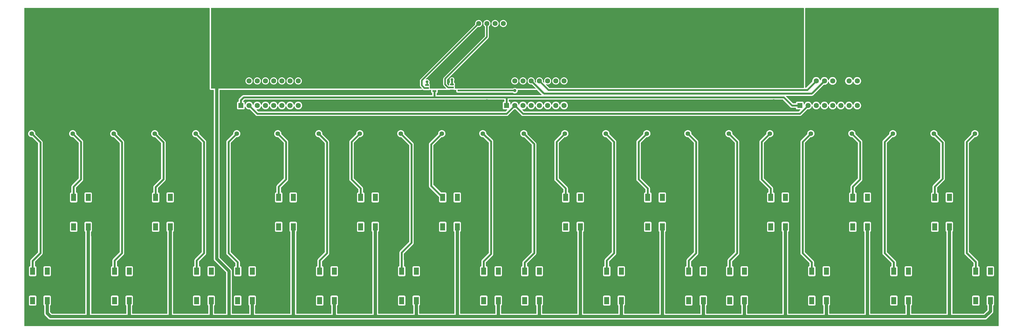
<source format=gtl>
G04 Layer: TopLayer*
G04 EasyEDA v6.5.43, 2024-08-28 13:52:04*
G04 cb6e2e9fbd21486d88ae5690d2d3dc00,10*
G04 Gerber Generator version 0.2*
G04 Scale: 100 percent, Rotated: No, Reflected: No *
G04 Dimensions in millimeters *
G04 leading zeros omitted , absolute positions ,4 integer and 5 decimal *
%FSLAX45Y45*%
%MOMM*%

%ADD10C,0.6000*%
%ADD11C,1.0000*%
%ADD12C,0.2540*%
%ADD13C,0.4000*%
%ADD14C,0.5000*%
%ADD15R,1.5000X2.3000*%
%ADD16R,1.1570X0.4900*%
%ADD17R,1.1750X0.4900*%
%ADD18C,1.6000*%
%ADD19R,1.6000X1.6000*%
%ADD20C,1.5748*%
%ADD21R,1.5748X1.5748*%
%ADD22C,1.4000*%
%ADD23C,0.9000*%
%ADD24C,0.0125*%

%LPD*%
G36*
X6068060Y4584700D02*
G01*
X6064148Y4585462D01*
X6060897Y4587697D01*
X6058662Y4590948D01*
X6057900Y4594860D01*
X6057900Y7075931D01*
X6058662Y7079843D01*
X6060897Y7083094D01*
X6064148Y7085330D01*
X6068060Y7086092D01*
X24411940Y7086092D01*
X24415851Y7085330D01*
X24419102Y7083094D01*
X24421338Y7079843D01*
X24422100Y7075931D01*
X24422100Y4617262D01*
X24421338Y4613402D01*
X24419102Y4610100D01*
X24415851Y4607864D01*
X24411940Y4607102D01*
X16539260Y4607102D01*
X16535400Y4607864D01*
X16532098Y4610100D01*
X16436848Y4705350D01*
X16434663Y4708601D01*
X16433850Y4712512D01*
X16434612Y4716373D01*
X16436797Y4719675D01*
X16440099Y4721860D01*
X16443960Y4722672D01*
X16447820Y4721910D01*
X16449751Y4721148D01*
X16463467Y4717542D01*
X16477488Y4715764D01*
X16491661Y4715764D01*
X16505682Y4717542D01*
X16519398Y4721148D01*
X16532504Y4726482D01*
X16544848Y4733391D01*
X16556177Y4741875D01*
X16566337Y4751730D01*
X16575176Y4762804D01*
X16582542Y4774895D01*
X16588232Y4787849D01*
X16592296Y4801412D01*
X16594531Y4815382D01*
X16594988Y4829556D01*
X16593616Y4843627D01*
X16590467Y4857445D01*
X16585590Y4870754D01*
X16579037Y4883302D01*
X16570960Y4894884D01*
X16561409Y4905400D01*
X16550640Y4914544D01*
X16538803Y4922266D01*
X16526001Y4928412D01*
X16512590Y4932883D01*
X16498671Y4935575D01*
X16484549Y4936490D01*
X16470426Y4935575D01*
X16456558Y4932883D01*
X16443096Y4928412D01*
X16430345Y4922266D01*
X16418458Y4914544D01*
X16407688Y4905400D01*
X16398189Y4894884D01*
X16390061Y4883302D01*
X16383558Y4870754D01*
X16378631Y4857445D01*
X16375481Y4843627D01*
X16374160Y4829556D01*
X16374567Y4815382D01*
X16376853Y4801412D01*
X16380713Y4788458D01*
X16381018Y4784039D01*
X16379393Y4779924D01*
X16376142Y4776876D01*
X16371925Y4775454D01*
X16367506Y4776012D01*
X16363746Y4778400D01*
X16342309Y4799888D01*
X16340429Y4802428D01*
X16339464Y4805476D01*
X16339464Y4808677D01*
X16340531Y4815382D01*
X16340988Y4829556D01*
X16339616Y4843627D01*
X16336467Y4857445D01*
X16331590Y4870754D01*
X16325037Y4883302D01*
X16316960Y4894884D01*
X16307409Y4905400D01*
X16296640Y4914544D01*
X16284803Y4922266D01*
X16272001Y4928412D01*
X16258590Y4932883D01*
X16244671Y4935575D01*
X16230549Y4936490D01*
X16216426Y4935575D01*
X16202558Y4932883D01*
X16189096Y4928412D01*
X16176345Y4922266D01*
X16164458Y4914544D01*
X16153688Y4905400D01*
X16144189Y4894884D01*
X16136061Y4883302D01*
X16129558Y4870754D01*
X16124631Y4857445D01*
X16121481Y4843627D01*
X16120160Y4829556D01*
X16120567Y4815382D01*
X16122853Y4801412D01*
X16126713Y4788458D01*
X16127018Y4784039D01*
X16125393Y4779924D01*
X16122142Y4776876D01*
X16117925Y4775454D01*
X16113506Y4776012D01*
X16109746Y4778400D01*
X16088309Y4799888D01*
X16086429Y4802428D01*
X16085464Y4805476D01*
X16085464Y4808677D01*
X16086531Y4815382D01*
X16086988Y4829556D01*
X16085616Y4843627D01*
X16082467Y4857445D01*
X16077590Y4870754D01*
X16071037Y4883302D01*
X16062960Y4894884D01*
X16053409Y4905400D01*
X16042640Y4914544D01*
X16030803Y4922266D01*
X16018001Y4928412D01*
X16004590Y4932883D01*
X15990671Y4935575D01*
X15976549Y4936490D01*
X15962426Y4935575D01*
X15948558Y4932883D01*
X15935096Y4928412D01*
X15922345Y4922266D01*
X15910458Y4914544D01*
X15899688Y4905400D01*
X15890189Y4894884D01*
X15882061Y4883302D01*
X15875558Y4870754D01*
X15870631Y4857445D01*
X15867481Y4843627D01*
X15866160Y4829556D01*
X15866567Y4815382D01*
X15868853Y4801412D01*
X15872866Y4787849D01*
X15878606Y4774895D01*
X15885972Y4762804D01*
X15894761Y4751730D01*
X15904921Y4741875D01*
X15916300Y4733391D01*
X15928644Y4726482D01*
X15941751Y4721148D01*
X15955467Y4717542D01*
X15969488Y4715764D01*
X15983661Y4715764D01*
X15994329Y4717135D01*
X15997377Y4717034D01*
X16000323Y4716068D01*
X16002812Y4714240D01*
X16114979Y4602022D01*
X16117214Y4598771D01*
X16117976Y4594860D01*
X16117214Y4590948D01*
X16114979Y4587697D01*
X16111677Y4585462D01*
X16107816Y4584700D01*
X15529204Y4584700D01*
X15525496Y4585411D01*
X15522295Y4587392D01*
X15518790Y4590694D01*
X15508833Y4597450D01*
X15498013Y4602683D01*
X15486532Y4606239D01*
X15474594Y4608017D01*
X15462605Y4608017D01*
X15450667Y4606239D01*
X15439186Y4602683D01*
X15428366Y4597450D01*
X15418409Y4590694D01*
X15414904Y4587392D01*
X15411704Y4585411D01*
X15407995Y4584700D01*
X13622578Y4584700D01*
X13618463Y4585563D01*
X13615060Y4588052D01*
X13612977Y4591659D01*
X13612469Y4595876D01*
X13612774Y4598822D01*
X13612774Y4646777D01*
X13612164Y4653229D01*
X13610437Y4658918D01*
X13606830Y4665421D01*
X13605713Y4668621D01*
X13605713Y4671974D01*
X13606830Y4675174D01*
X13610437Y4681728D01*
X13612164Y4687366D01*
X13612774Y4693818D01*
X13612774Y4741824D01*
X13612164Y4748225D01*
X13610437Y4753965D01*
X13607592Y4759198D01*
X13603833Y4763820D01*
X13599210Y4767630D01*
X13593927Y4770424D01*
X13592149Y4770983D01*
X13588390Y4773066D01*
X13585850Y4776520D01*
X13584936Y4780686D01*
X13584936Y4815840D01*
X13585291Y4818532D01*
X13586358Y4821021D01*
X13592048Y4830622D01*
X13596416Y4841341D01*
X13599007Y4852568D01*
X13599922Y4864100D01*
X13599007Y4875631D01*
X13596416Y4886858D01*
X13592048Y4897577D01*
X13586155Y4907534D01*
X13578840Y4916424D01*
X13570204Y4924145D01*
X13560501Y4930394D01*
X13549934Y4935118D01*
X13538809Y4938217D01*
X13527328Y4939538D01*
X13515797Y4939080D01*
X13504418Y4936896D01*
X13493546Y4932984D01*
X13483386Y4927447D01*
X13474192Y4920437D01*
X13466216Y4912106D01*
X13459561Y4902657D01*
X13454430Y4892294D01*
X13450925Y4881321D01*
X13449198Y4869891D01*
X13449198Y4858308D01*
X13450925Y4846878D01*
X13454430Y4835906D01*
X13459561Y4825542D01*
X13462101Y4821936D01*
X13463473Y4819142D01*
X13463930Y4816094D01*
X13463930Y4780686D01*
X13463016Y4776520D01*
X13460476Y4773066D01*
X13456716Y4770983D01*
X13454938Y4770424D01*
X13449655Y4767630D01*
X13445032Y4763820D01*
X13441273Y4759198D01*
X13438428Y4753965D01*
X13436701Y4748225D01*
X13436092Y4741824D01*
X13436092Y4693818D01*
X13436498Y4689449D01*
X13436041Y4685284D01*
X13433907Y4681626D01*
X13430504Y4679188D01*
X13425678Y4678324D01*
X13421817Y4679086D01*
X13418515Y4681270D01*
X13368070Y4731715D01*
X13365886Y4735017D01*
X13365124Y4738878D01*
X13365124Y4862322D01*
X13365886Y4866182D01*
X13368070Y4869484D01*
X14644116Y6145479D01*
X14647519Y6149238D01*
X14650466Y6153048D01*
X14653056Y6157163D01*
X14655292Y6161430D01*
X14657171Y6165900D01*
X14658594Y6170523D01*
X14659660Y6175248D01*
X14660270Y6180074D01*
X14660524Y6185103D01*
X14660524Y6504533D01*
X14661032Y6507734D01*
X14662505Y6510578D01*
X14664842Y6512864D01*
X14673122Y6518605D01*
X14683486Y6528003D01*
X14692528Y6538671D01*
X14700148Y6550406D01*
X14706244Y6563004D01*
X14710663Y6576314D01*
X14713305Y6590030D01*
X14714219Y6604000D01*
X14713305Y6617970D01*
X14710663Y6631686D01*
X14706244Y6644995D01*
X14700148Y6657594D01*
X14692528Y6669328D01*
X14683486Y6679996D01*
X14673122Y6689394D01*
X14661642Y6697421D01*
X14649196Y6703872D01*
X14636089Y6708698D01*
X14622424Y6711848D01*
X14608505Y6713169D01*
X14594535Y6712712D01*
X14580717Y6710476D01*
X14567255Y6706514D01*
X14554504Y6700824D01*
X14542516Y6693560D01*
X14531543Y6684873D01*
X14521840Y6674815D01*
X14513458Y6663588D01*
X14506600Y6651396D01*
X14501317Y6638442D01*
X14497812Y6624878D01*
X14495983Y6611010D01*
X14495983Y6596989D01*
X14497812Y6583121D01*
X14501317Y6569557D01*
X14506600Y6556603D01*
X14513458Y6544411D01*
X14521840Y6533184D01*
X14531543Y6523126D01*
X14542516Y6514439D01*
X14544598Y6513169D01*
X14547189Y6510883D01*
X14548916Y6507886D01*
X14549475Y6504482D01*
X14549475Y6212078D01*
X14548713Y6208217D01*
X14546529Y6204915D01*
X13270484Y4928920D01*
X13267080Y4925161D01*
X13264134Y4921351D01*
X13261543Y4917236D01*
X13259307Y4912969D01*
X13257428Y4908499D01*
X13256006Y4903876D01*
X13254939Y4899152D01*
X13254329Y4894326D01*
X13254075Y4889296D01*
X13254075Y4711903D01*
X13254329Y4706874D01*
X13254939Y4702048D01*
X13256006Y4697323D01*
X13257428Y4692700D01*
X13259307Y4688230D01*
X13261543Y4683963D01*
X13264134Y4679848D01*
X13267080Y4676038D01*
X13270484Y4672279D01*
X13340740Y4602022D01*
X13342975Y4598771D01*
X13343737Y4594860D01*
X13342975Y4590948D01*
X13340740Y4587697D01*
X13337438Y4585462D01*
X13333577Y4584700D01*
X12848234Y4584700D01*
X12844373Y4585462D01*
X12841071Y4587697D01*
X12838836Y4590948D01*
X12838074Y4594860D01*
X12838074Y4627473D01*
X12837464Y4633925D01*
X12835737Y4639614D01*
X12832130Y4646117D01*
X12831013Y4649317D01*
X12831013Y4652670D01*
X12832130Y4655870D01*
X12835737Y4662424D01*
X12837464Y4668062D01*
X12838074Y4674514D01*
X12838074Y4722520D01*
X12837464Y4728921D01*
X12835737Y4734661D01*
X12832892Y4739894D01*
X12829133Y4744516D01*
X12824510Y4748326D01*
X12820802Y4750308D01*
X12817652Y4752898D01*
X12815824Y4756505D01*
X12815519Y4760620D01*
X12816840Y4764430D01*
X12818414Y4767122D01*
X12822783Y4777841D01*
X12825374Y4789068D01*
X12826288Y4800600D01*
X12825374Y4812131D01*
X12822783Y4823358D01*
X12818414Y4834077D01*
X12812522Y4844034D01*
X12805206Y4852924D01*
X12796570Y4860645D01*
X12786868Y4866894D01*
X12776301Y4871618D01*
X12765176Y4874717D01*
X12753695Y4876038D01*
X12742164Y4875580D01*
X12730784Y4873396D01*
X12723672Y4870805D01*
X12719812Y4870246D01*
X12716052Y4871161D01*
X12712852Y4873396D01*
X12710769Y4876698D01*
X12710109Y4880508D01*
X12710871Y4884318D01*
X12713055Y4887569D01*
X14319859Y6494373D01*
X14322450Y6496202D01*
X14325447Y6497218D01*
X14328648Y6497218D01*
X14340535Y6495288D01*
X14354505Y6494830D01*
X14368424Y6496151D01*
X14382089Y6499301D01*
X14395196Y6504127D01*
X14407642Y6510578D01*
X14419122Y6518605D01*
X14429486Y6528003D01*
X14438528Y6538671D01*
X14446148Y6550406D01*
X14452244Y6563004D01*
X14456663Y6576314D01*
X14459305Y6590030D01*
X14460219Y6604000D01*
X14459305Y6617970D01*
X14456663Y6631686D01*
X14452244Y6644995D01*
X14446148Y6657594D01*
X14438528Y6669328D01*
X14429486Y6679996D01*
X14419122Y6689394D01*
X14407642Y6697421D01*
X14395196Y6703872D01*
X14382089Y6708698D01*
X14368424Y6711848D01*
X14354505Y6713169D01*
X14340535Y6712712D01*
X14326717Y6710476D01*
X14313255Y6706514D01*
X14300504Y6700824D01*
X14288516Y6693560D01*
X14277543Y6684873D01*
X14267840Y6674815D01*
X14259458Y6663588D01*
X14252600Y6651396D01*
X14247317Y6638442D01*
X14243812Y6624878D01*
X14241983Y6611010D01*
X14241983Y6596989D01*
X14243913Y6582562D01*
X14244218Y6579057D01*
X14243304Y6575653D01*
X14241272Y6572808D01*
X12546584Y4878120D01*
X12543180Y4874361D01*
X12540234Y4870551D01*
X12537643Y4866436D01*
X12535408Y4862169D01*
X12533528Y4857699D01*
X12532106Y4853076D01*
X12531039Y4848352D01*
X12530429Y4843526D01*
X12530175Y4838496D01*
X12530175Y4686503D01*
X12530429Y4681474D01*
X12531039Y4676648D01*
X12532106Y4671923D01*
X12533528Y4667300D01*
X12535408Y4662830D01*
X12537643Y4658563D01*
X12540234Y4654448D01*
X12543180Y4650638D01*
X12546584Y4646879D01*
X12591440Y4602022D01*
X12593675Y4598771D01*
X12594437Y4594860D01*
X12593675Y4590948D01*
X12591440Y4587697D01*
X12588138Y4585462D01*
X12584277Y4584700D01*
G37*

%LPC*%
G36*
X8247888Y4715764D02*
G01*
X8262061Y4715764D01*
X8276081Y4717542D01*
X8289798Y4721148D01*
X8302904Y4726482D01*
X8315248Y4733391D01*
X8326577Y4741875D01*
X8336737Y4751730D01*
X8345576Y4762804D01*
X8352942Y4774895D01*
X8358631Y4787849D01*
X8362696Y4801412D01*
X8364931Y4815382D01*
X8365388Y4829556D01*
X8364016Y4843627D01*
X8360867Y4857445D01*
X8355990Y4870754D01*
X8349437Y4883302D01*
X8341359Y4894884D01*
X8331809Y4905400D01*
X8321040Y4914544D01*
X8309203Y4922266D01*
X8296402Y4928412D01*
X8282990Y4932883D01*
X8269071Y4935575D01*
X8254949Y4936490D01*
X8240826Y4935575D01*
X8226958Y4932883D01*
X8213496Y4928412D01*
X8200745Y4922266D01*
X8188858Y4914544D01*
X8178088Y4905400D01*
X8168589Y4894884D01*
X8160461Y4883302D01*
X8153958Y4870754D01*
X8149031Y4857445D01*
X8145881Y4843627D01*
X8144560Y4829556D01*
X8144967Y4815382D01*
X8147253Y4801412D01*
X8151266Y4787849D01*
X8157006Y4774895D01*
X8164372Y4762804D01*
X8173161Y4751730D01*
X8183321Y4741875D01*
X8194700Y4733391D01*
X8207044Y4726482D01*
X8220151Y4721148D01*
X8233867Y4717542D01*
G37*
G36*
X7485888Y4715764D02*
G01*
X7500061Y4715764D01*
X7514081Y4717542D01*
X7527798Y4721148D01*
X7540904Y4726482D01*
X7553248Y4733391D01*
X7564577Y4741875D01*
X7574737Y4751730D01*
X7583576Y4762804D01*
X7590942Y4774895D01*
X7596631Y4787849D01*
X7600696Y4801412D01*
X7602931Y4815382D01*
X7603388Y4829556D01*
X7602016Y4843627D01*
X7598867Y4857445D01*
X7593990Y4870754D01*
X7587437Y4883302D01*
X7579359Y4894884D01*
X7569809Y4905400D01*
X7559040Y4914544D01*
X7547203Y4922266D01*
X7534402Y4928412D01*
X7520990Y4932883D01*
X7507071Y4935575D01*
X7492949Y4936490D01*
X7478826Y4935575D01*
X7464958Y4932883D01*
X7451496Y4928412D01*
X7438745Y4922266D01*
X7426858Y4914544D01*
X7416088Y4905400D01*
X7406589Y4894884D01*
X7398461Y4883302D01*
X7391958Y4870754D01*
X7387031Y4857445D01*
X7383881Y4843627D01*
X7382560Y4829556D01*
X7382967Y4815382D01*
X7385253Y4801412D01*
X7389266Y4787849D01*
X7395006Y4774895D01*
X7402372Y4762804D01*
X7411161Y4751730D01*
X7421321Y4741875D01*
X7432700Y4733391D01*
X7445044Y4726482D01*
X7458151Y4721148D01*
X7471867Y4717542D01*
G37*
G36*
X8501888Y4715764D02*
G01*
X8516061Y4715764D01*
X8530082Y4717542D01*
X8543798Y4721148D01*
X8556904Y4726482D01*
X8569248Y4733391D01*
X8580577Y4741875D01*
X8590737Y4751730D01*
X8599576Y4762804D01*
X8606942Y4774895D01*
X8612632Y4787849D01*
X8616696Y4801412D01*
X8618931Y4815382D01*
X8619388Y4829556D01*
X8618016Y4843627D01*
X8614867Y4857445D01*
X8609990Y4870754D01*
X8603437Y4883302D01*
X8595360Y4894884D01*
X8585809Y4905400D01*
X8575040Y4914544D01*
X8563203Y4922266D01*
X8550402Y4928412D01*
X8536990Y4932883D01*
X8523071Y4935575D01*
X8508949Y4936490D01*
X8494826Y4935575D01*
X8480958Y4932883D01*
X8467496Y4928412D01*
X8454745Y4922266D01*
X8442858Y4914544D01*
X8432088Y4905400D01*
X8422589Y4894884D01*
X8414461Y4883302D01*
X8407958Y4870754D01*
X8403031Y4857445D01*
X8399881Y4843627D01*
X8398560Y4829556D01*
X8398967Y4815382D01*
X8401253Y4801412D01*
X8405266Y4787849D01*
X8411006Y4774895D01*
X8418372Y4762804D01*
X8427161Y4751730D01*
X8437321Y4741875D01*
X8448700Y4733391D01*
X8461044Y4726482D01*
X8474151Y4721148D01*
X8487867Y4717542D01*
G37*
G36*
X7739888Y4715764D02*
G01*
X7754061Y4715764D01*
X7768081Y4717542D01*
X7781798Y4721148D01*
X7794904Y4726482D01*
X7807248Y4733391D01*
X7818577Y4741875D01*
X7828737Y4751730D01*
X7837576Y4762804D01*
X7844942Y4774895D01*
X7850631Y4787849D01*
X7854696Y4801412D01*
X7856931Y4815382D01*
X7857388Y4829556D01*
X7856016Y4843627D01*
X7852867Y4857445D01*
X7847990Y4870754D01*
X7841437Y4883302D01*
X7833359Y4894884D01*
X7823809Y4905400D01*
X7813040Y4914544D01*
X7801203Y4922266D01*
X7788402Y4928412D01*
X7774990Y4932883D01*
X7761071Y4935575D01*
X7746949Y4936490D01*
X7732826Y4935575D01*
X7718958Y4932883D01*
X7705496Y4928412D01*
X7692745Y4922266D01*
X7680858Y4914544D01*
X7670088Y4905400D01*
X7660589Y4894884D01*
X7652461Y4883302D01*
X7645958Y4870754D01*
X7641031Y4857445D01*
X7637881Y4843627D01*
X7636560Y4829556D01*
X7636967Y4815382D01*
X7639253Y4801412D01*
X7643266Y4787849D01*
X7649006Y4774895D01*
X7656372Y4762804D01*
X7665161Y4751730D01*
X7675321Y4741875D01*
X7686700Y4733391D01*
X7699044Y4726482D01*
X7712151Y4721148D01*
X7725867Y4717542D01*
G37*
G36*
X7993888Y4715764D02*
G01*
X8008061Y4715764D01*
X8022081Y4717542D01*
X8035798Y4721148D01*
X8048904Y4726482D01*
X8061248Y4733391D01*
X8072577Y4741875D01*
X8082737Y4751730D01*
X8091576Y4762804D01*
X8098942Y4774895D01*
X8104631Y4787849D01*
X8108696Y4801412D01*
X8110931Y4815382D01*
X8111388Y4829556D01*
X8110016Y4843627D01*
X8106867Y4857445D01*
X8101990Y4870754D01*
X8095437Y4883302D01*
X8087359Y4894884D01*
X8077809Y4905400D01*
X8067040Y4914544D01*
X8055203Y4922266D01*
X8042402Y4928412D01*
X8028990Y4932883D01*
X8015071Y4935575D01*
X8000949Y4936490D01*
X7986826Y4935575D01*
X7972958Y4932883D01*
X7959496Y4928412D01*
X7946745Y4922266D01*
X7934858Y4914544D01*
X7924088Y4905400D01*
X7914589Y4894884D01*
X7906461Y4883302D01*
X7899958Y4870754D01*
X7895031Y4857445D01*
X7891881Y4843627D01*
X7890560Y4829556D01*
X7890967Y4815382D01*
X7893253Y4801412D01*
X7897266Y4787849D01*
X7903006Y4774895D01*
X7910372Y4762804D01*
X7919161Y4751730D01*
X7929321Y4741875D01*
X7940700Y4733391D01*
X7953044Y4726482D01*
X7966151Y4721148D01*
X7979867Y4717542D01*
G37*
G36*
X7231888Y4715764D02*
G01*
X7246061Y4715764D01*
X7260081Y4717542D01*
X7273798Y4721148D01*
X7286904Y4726482D01*
X7299248Y4733391D01*
X7310577Y4741875D01*
X7320737Y4751730D01*
X7329576Y4762804D01*
X7336942Y4774895D01*
X7342631Y4787849D01*
X7346696Y4801412D01*
X7348931Y4815382D01*
X7349388Y4829556D01*
X7348016Y4843627D01*
X7344867Y4857445D01*
X7339990Y4870754D01*
X7333437Y4883302D01*
X7325359Y4894884D01*
X7315809Y4905400D01*
X7305040Y4914544D01*
X7293203Y4922266D01*
X7280402Y4928412D01*
X7266990Y4932883D01*
X7253071Y4935575D01*
X7238949Y4936490D01*
X7224826Y4935575D01*
X7210958Y4932883D01*
X7197496Y4928412D01*
X7184745Y4922266D01*
X7172858Y4914544D01*
X7162088Y4905400D01*
X7152589Y4894884D01*
X7144461Y4883302D01*
X7137958Y4870754D01*
X7133031Y4857445D01*
X7129881Y4843627D01*
X7128560Y4829556D01*
X7128967Y4815382D01*
X7131253Y4801412D01*
X7135266Y4787849D01*
X7141006Y4774895D01*
X7148372Y4762804D01*
X7157161Y4751730D01*
X7167321Y4741875D01*
X7178700Y4733391D01*
X7191044Y4726482D01*
X7204151Y4721148D01*
X7217867Y4717542D01*
G37*
G36*
X16731488Y4715764D02*
G01*
X16745661Y4715764D01*
X16759682Y4717542D01*
X16773398Y4721148D01*
X16786504Y4726482D01*
X16798848Y4733391D01*
X16810177Y4741875D01*
X16820337Y4751730D01*
X16829176Y4762804D01*
X16836542Y4774895D01*
X16842232Y4787849D01*
X16846296Y4801412D01*
X16848531Y4815382D01*
X16848988Y4829556D01*
X16847616Y4843627D01*
X16844467Y4857445D01*
X16839590Y4870754D01*
X16833037Y4883302D01*
X16824960Y4894884D01*
X16815409Y4905400D01*
X16804640Y4914544D01*
X16792803Y4922266D01*
X16780002Y4928412D01*
X16766590Y4932883D01*
X16752671Y4935575D01*
X16738549Y4936490D01*
X16724426Y4935575D01*
X16710558Y4932883D01*
X16697096Y4928412D01*
X16684345Y4922266D01*
X16672458Y4914544D01*
X16661688Y4905400D01*
X16652189Y4894884D01*
X16644061Y4883302D01*
X16637558Y4870754D01*
X16632631Y4857445D01*
X16629481Y4843627D01*
X16628160Y4829556D01*
X16628567Y4815382D01*
X16630853Y4801412D01*
X16634866Y4787849D01*
X16640606Y4774895D01*
X16647972Y4762804D01*
X16656761Y4751730D01*
X16666921Y4741875D01*
X16678300Y4733391D01*
X16690644Y4726482D01*
X16703751Y4721148D01*
X16717467Y4717542D01*
G37*
G36*
X16985488Y4715764D02*
G01*
X16999661Y4715764D01*
X17013682Y4717542D01*
X17027398Y4721148D01*
X17040504Y4726482D01*
X17052848Y4733391D01*
X17064177Y4741875D01*
X17074337Y4751730D01*
X17083176Y4762804D01*
X17090542Y4774895D01*
X17096232Y4787849D01*
X17100296Y4801412D01*
X17102531Y4815382D01*
X17102988Y4829556D01*
X17101616Y4843627D01*
X17098467Y4857445D01*
X17093590Y4870754D01*
X17087037Y4883302D01*
X17078960Y4894884D01*
X17069409Y4905400D01*
X17058640Y4914544D01*
X17046803Y4922266D01*
X17034002Y4928412D01*
X17020590Y4932883D01*
X17006671Y4935575D01*
X16992549Y4936490D01*
X16978426Y4935575D01*
X16964558Y4932883D01*
X16951096Y4928412D01*
X16938345Y4922266D01*
X16926458Y4914544D01*
X16915688Y4905400D01*
X16906189Y4894884D01*
X16898061Y4883302D01*
X16891558Y4870754D01*
X16886631Y4857445D01*
X16883481Y4843627D01*
X16882160Y4829556D01*
X16882567Y4815382D01*
X16884853Y4801412D01*
X16888866Y4787849D01*
X16894606Y4774895D01*
X16901972Y4762804D01*
X16910761Y4751730D01*
X16920921Y4741875D01*
X16932300Y4733391D01*
X16944644Y4726482D01*
X16957751Y4721148D01*
X16971467Y4717542D01*
G37*
G36*
X15715488Y4715764D02*
G01*
X15729661Y4715764D01*
X15743682Y4717542D01*
X15757398Y4721148D01*
X15770504Y4726482D01*
X15782848Y4733391D01*
X15794177Y4741875D01*
X15804337Y4751730D01*
X15813176Y4762804D01*
X15820542Y4774895D01*
X15826232Y4787849D01*
X15830296Y4801412D01*
X15832531Y4815382D01*
X15832988Y4829556D01*
X15831616Y4843627D01*
X15828467Y4857445D01*
X15823590Y4870754D01*
X15817037Y4883302D01*
X15808960Y4894884D01*
X15799409Y4905400D01*
X15788640Y4914544D01*
X15776803Y4922266D01*
X15764001Y4928412D01*
X15750590Y4932883D01*
X15736671Y4935575D01*
X15722549Y4936490D01*
X15708426Y4935575D01*
X15694558Y4932883D01*
X15681096Y4928412D01*
X15668345Y4922266D01*
X15656458Y4914544D01*
X15645688Y4905400D01*
X15636189Y4894884D01*
X15628061Y4883302D01*
X15621558Y4870754D01*
X15616631Y4857445D01*
X15613481Y4843627D01*
X15612160Y4829556D01*
X15612567Y4815382D01*
X15614853Y4801412D01*
X15618866Y4787849D01*
X15624606Y4774895D01*
X15631972Y4762804D01*
X15640761Y4751730D01*
X15650921Y4741875D01*
X15662300Y4733391D01*
X15674644Y4726482D01*
X15687751Y4721148D01*
X15701467Y4717542D01*
G37*
G36*
X8755888Y4715764D02*
G01*
X8770061Y4715764D01*
X8784082Y4717542D01*
X8797798Y4721148D01*
X8810904Y4726482D01*
X8823248Y4733391D01*
X8834577Y4741875D01*
X8844737Y4751730D01*
X8853576Y4762804D01*
X8860942Y4774895D01*
X8866632Y4787849D01*
X8870696Y4801412D01*
X8872931Y4815382D01*
X8873388Y4829556D01*
X8872016Y4843627D01*
X8868867Y4857445D01*
X8863990Y4870754D01*
X8857437Y4883302D01*
X8849360Y4894884D01*
X8839809Y4905400D01*
X8829040Y4914544D01*
X8817203Y4922266D01*
X8804402Y4928412D01*
X8790990Y4932883D01*
X8777071Y4935575D01*
X8762949Y4936490D01*
X8748826Y4935575D01*
X8734958Y4932883D01*
X8721496Y4928412D01*
X8708745Y4922266D01*
X8696858Y4914544D01*
X8686088Y4905400D01*
X8676589Y4894884D01*
X8668461Y4883302D01*
X8661958Y4870754D01*
X8657031Y4857445D01*
X8653881Y4843627D01*
X8652560Y4829556D01*
X8652967Y4815382D01*
X8655253Y4801412D01*
X8659266Y4787849D01*
X8665006Y4774895D01*
X8672372Y4762804D01*
X8681161Y4751730D01*
X8691321Y4741875D01*
X8702700Y4733391D01*
X8715044Y4726482D01*
X8728151Y4721148D01*
X8741867Y4717542D01*
G37*
G36*
X15461488Y4715764D02*
G01*
X15475661Y4715764D01*
X15489682Y4717542D01*
X15503398Y4721148D01*
X15516504Y4726482D01*
X15528848Y4733391D01*
X15540177Y4741875D01*
X15550337Y4751730D01*
X15559176Y4762804D01*
X15566542Y4774895D01*
X15572232Y4787849D01*
X15576296Y4801412D01*
X15578531Y4815382D01*
X15578988Y4829556D01*
X15577616Y4843627D01*
X15574467Y4857445D01*
X15569590Y4870754D01*
X15563037Y4883302D01*
X15554960Y4894884D01*
X15545409Y4905400D01*
X15534640Y4914544D01*
X15522803Y4922266D01*
X15510001Y4928412D01*
X15496590Y4932883D01*
X15482671Y4935575D01*
X15468549Y4936490D01*
X15454426Y4935575D01*
X15440558Y4932883D01*
X15427096Y4928412D01*
X15414345Y4922266D01*
X15402458Y4914544D01*
X15391688Y4905400D01*
X15382189Y4894884D01*
X15374061Y4883302D01*
X15367558Y4870754D01*
X15362631Y4857445D01*
X15359481Y4843627D01*
X15358160Y4829556D01*
X15358567Y4815382D01*
X15360853Y4801412D01*
X15364866Y4787849D01*
X15370606Y4774895D01*
X15377972Y4762804D01*
X15386761Y4751730D01*
X15396921Y4741875D01*
X15408300Y4733391D01*
X15420644Y4726482D01*
X15433751Y4721148D01*
X15447467Y4717542D01*
G37*
G36*
X15116505Y6494830D02*
G01*
X15130424Y6496151D01*
X15144089Y6499301D01*
X15157196Y6504127D01*
X15169642Y6510578D01*
X15181122Y6518605D01*
X15191486Y6528003D01*
X15200528Y6538671D01*
X15208148Y6550406D01*
X15214244Y6563004D01*
X15218663Y6576314D01*
X15221305Y6590030D01*
X15222219Y6604000D01*
X15221305Y6617970D01*
X15218663Y6631686D01*
X15214244Y6644995D01*
X15208148Y6657594D01*
X15200528Y6669328D01*
X15191486Y6679996D01*
X15181122Y6689394D01*
X15169642Y6697421D01*
X15157196Y6703872D01*
X15144089Y6708698D01*
X15130424Y6711848D01*
X15116505Y6713169D01*
X15102535Y6712712D01*
X15088717Y6710476D01*
X15075255Y6706514D01*
X15062504Y6700824D01*
X15050516Y6693560D01*
X15039543Y6684873D01*
X15029840Y6674815D01*
X15021458Y6663588D01*
X15014600Y6651396D01*
X15009317Y6638442D01*
X15005812Y6624878D01*
X15003983Y6611010D01*
X15003983Y6596989D01*
X15005812Y6583121D01*
X15009317Y6569557D01*
X15014600Y6556603D01*
X15021458Y6544411D01*
X15029840Y6533184D01*
X15039543Y6523126D01*
X15050516Y6514439D01*
X15062504Y6507175D01*
X15075255Y6501485D01*
X15088717Y6497523D01*
X15102535Y6495288D01*
G37*
G36*
X14862505Y6494830D02*
G01*
X14876424Y6496151D01*
X14890089Y6499301D01*
X14903196Y6504127D01*
X14915642Y6510578D01*
X14927122Y6518605D01*
X14937486Y6528003D01*
X14946528Y6538671D01*
X14954148Y6550406D01*
X14960244Y6563004D01*
X14964663Y6576314D01*
X14967305Y6590030D01*
X14968219Y6604000D01*
X14967305Y6617970D01*
X14964663Y6631686D01*
X14960244Y6644995D01*
X14954148Y6657594D01*
X14946528Y6669328D01*
X14937486Y6679996D01*
X14927122Y6689394D01*
X14915642Y6697421D01*
X14903196Y6703872D01*
X14890089Y6708698D01*
X14876424Y6711848D01*
X14862505Y6713169D01*
X14848535Y6712712D01*
X14834717Y6710476D01*
X14821255Y6706514D01*
X14808504Y6700824D01*
X14796516Y6693560D01*
X14785543Y6684873D01*
X14775840Y6674815D01*
X14767458Y6663588D01*
X14760600Y6651396D01*
X14755317Y6638442D01*
X14751812Y6624878D01*
X14749983Y6611010D01*
X14749983Y6596989D01*
X14751812Y6583121D01*
X14755317Y6569557D01*
X14760600Y6556603D01*
X14767458Y6544411D01*
X14775840Y6533184D01*
X14785543Y6523126D01*
X14796516Y6514439D01*
X14808504Y6507175D01*
X14821255Y6501485D01*
X14834717Y6497523D01*
X14848535Y6495288D01*
G37*

%LPD*%
G36*
X13061137Y4388510D02*
G01*
X13057276Y4389272D01*
X13053974Y4391507D01*
X13051739Y4394809D01*
X13050977Y4398670D01*
X13050977Y4438548D01*
X13051637Y4442104D01*
X13053517Y4445203D01*
X13056362Y4447489D01*
X13061696Y4450334D01*
X13067842Y4455363D01*
X13072871Y4461510D01*
X13076631Y4468520D01*
X13078917Y4476089D01*
X13079730Y4484471D01*
X13079730Y4532477D01*
X13080136Y4537202D01*
X13082269Y4540859D01*
X13085673Y4543298D01*
X13089788Y4544161D01*
X13645743Y4544161D01*
X13649655Y4543399D01*
X13652957Y4541215D01*
X13655141Y4537913D01*
X13655903Y4534001D01*
X13655903Y4503775D01*
X13656716Y4495393D01*
X13659053Y4487824D01*
X13662761Y4480814D01*
X13667790Y4474667D01*
X13673937Y4469638D01*
X13680948Y4465929D01*
X13688517Y4463592D01*
X13696899Y4462780D01*
X13748867Y4462780D01*
X13755573Y4462272D01*
X15402560Y4462272D01*
X15406166Y4461611D01*
X15409316Y4459681D01*
X15412872Y4456480D01*
X15423337Y4449419D01*
X15434716Y4443882D01*
X15446705Y4439970D01*
X15459151Y4437786D01*
X15471749Y4437329D01*
X15484297Y4438650D01*
X15496540Y4441698D01*
X15508274Y4446473D01*
X15519196Y4452772D01*
X15529153Y4460544D01*
X15537942Y4469638D01*
X15545358Y4479848D01*
X15551251Y4490974D01*
X15555569Y4502861D01*
X15558211Y4515205D01*
X15559074Y4527753D01*
X15558719Y4533341D01*
X15559278Y4537405D01*
X15561411Y4540961D01*
X15564764Y4543348D01*
X15568828Y4544161D01*
X16154501Y4544161D01*
X16158362Y4543399D01*
X16161664Y4541215D01*
X16297046Y4405833D01*
X16299230Y4402582D01*
X16299992Y4398670D01*
X16299230Y4394809D01*
X16297046Y4391507D01*
X16293744Y4389272D01*
X16289832Y4388510D01*
G37*

%LPD*%
G36*
X15756026Y3880510D02*
G01*
X15752114Y3881272D01*
X15748812Y3883507D01*
X15705734Y3926586D01*
X15703448Y3930091D01*
X15702737Y3934206D01*
X15703753Y3938219D01*
X15706344Y3941521D01*
X15710001Y3943502D01*
X15715132Y3943756D01*
X15729966Y3943756D01*
X15744698Y3945585D01*
X15759074Y3949192D01*
X15772942Y3954526D01*
X15785998Y3961587D01*
X15798088Y3970121D01*
X15809061Y3980129D01*
X15818713Y3991406D01*
X15826892Y4003751D01*
X15833547Y4017060D01*
X15838474Y4031030D01*
X15839643Y4036415D01*
X15841218Y4040022D01*
X15844012Y4042765D01*
X15847618Y4044238D01*
X15851530Y4044238D01*
X15855137Y4042765D01*
X15857931Y4040022D01*
X15859506Y4036415D01*
X15860674Y4031030D01*
X15865601Y4017060D01*
X15872206Y4003751D01*
X15880384Y3991406D01*
X15890036Y3980129D01*
X15901009Y3970121D01*
X15913150Y3961587D01*
X15926206Y3954526D01*
X15940024Y3949192D01*
X15954400Y3945585D01*
X15969132Y3943756D01*
X15983966Y3943756D01*
X15998698Y3945585D01*
X16013074Y3949192D01*
X16026942Y3954526D01*
X16039998Y3961587D01*
X16052088Y3970121D01*
X16063061Y3980129D01*
X16072713Y3991406D01*
X16080892Y4003751D01*
X16087547Y4017060D01*
X16092474Y4031030D01*
X16093643Y4036415D01*
X16095218Y4040022D01*
X16098012Y4042765D01*
X16101618Y4044238D01*
X16105530Y4044238D01*
X16109137Y4042765D01*
X16111931Y4040022D01*
X16113506Y4036415D01*
X16114674Y4031030D01*
X16119601Y4017060D01*
X16126206Y4003751D01*
X16134384Y3991406D01*
X16144036Y3980129D01*
X16155009Y3970121D01*
X16167150Y3961587D01*
X16180206Y3954526D01*
X16194024Y3949192D01*
X16208400Y3945585D01*
X16223132Y3943756D01*
X16237966Y3943756D01*
X16252698Y3945585D01*
X16267074Y3949192D01*
X16280942Y3954526D01*
X16293998Y3961587D01*
X16306088Y3970121D01*
X16317061Y3980129D01*
X16326713Y3991406D01*
X16334892Y4003751D01*
X16341547Y4017060D01*
X16346474Y4031030D01*
X16347643Y4036415D01*
X16349218Y4040022D01*
X16352012Y4042765D01*
X16355618Y4044238D01*
X16359530Y4044238D01*
X16363137Y4042765D01*
X16365931Y4040022D01*
X16367506Y4036415D01*
X16368674Y4031030D01*
X16373601Y4017060D01*
X16380206Y4003751D01*
X16388384Y3991406D01*
X16398036Y3980129D01*
X16409009Y3970121D01*
X16421150Y3961587D01*
X16434206Y3954526D01*
X16448024Y3949192D01*
X16462400Y3945585D01*
X16477132Y3943756D01*
X16491966Y3943756D01*
X16506698Y3945585D01*
X16521074Y3949192D01*
X16534942Y3954526D01*
X16547998Y3961587D01*
X16560088Y3970121D01*
X16571061Y3980129D01*
X16580713Y3991406D01*
X16588892Y4003751D01*
X16595547Y4017060D01*
X16600474Y4031030D01*
X16601643Y4036415D01*
X16603218Y4040022D01*
X16606012Y4042765D01*
X16609618Y4044238D01*
X16613530Y4044238D01*
X16617137Y4042765D01*
X16619931Y4040022D01*
X16621506Y4036415D01*
X16622674Y4031030D01*
X16627601Y4017060D01*
X16634206Y4003751D01*
X16642384Y3991406D01*
X16652036Y3980129D01*
X16663009Y3970121D01*
X16675150Y3961587D01*
X16688206Y3954526D01*
X16702024Y3949192D01*
X16716400Y3945585D01*
X16731132Y3943756D01*
X16745966Y3943756D01*
X16760698Y3945585D01*
X16775074Y3949192D01*
X16788942Y3954526D01*
X16801998Y3961587D01*
X16814088Y3970121D01*
X16825061Y3980129D01*
X16834713Y3991406D01*
X16842892Y4003751D01*
X16849547Y4017060D01*
X16854474Y4031030D01*
X16855643Y4036415D01*
X16857218Y4040022D01*
X16860012Y4042765D01*
X16863618Y4044238D01*
X16867530Y4044238D01*
X16871137Y4042765D01*
X16873931Y4040022D01*
X16875506Y4036415D01*
X16876674Y4031030D01*
X16881602Y4017060D01*
X16888206Y4003751D01*
X16896384Y3991406D01*
X16906036Y3980129D01*
X16917009Y3970121D01*
X16929150Y3961587D01*
X16942206Y3954526D01*
X16956024Y3949192D01*
X16970400Y3945585D01*
X16985132Y3943756D01*
X16999966Y3943756D01*
X17014698Y3945585D01*
X17029074Y3949192D01*
X17042942Y3954526D01*
X17055998Y3961587D01*
X17068088Y3970121D01*
X17079061Y3980129D01*
X17088713Y3991406D01*
X17096892Y4003751D01*
X17103547Y4017060D01*
X17108474Y4031030D01*
X17111624Y4045508D01*
X17112996Y4060291D01*
X17112538Y4075125D01*
X17110252Y4089806D01*
X17106188Y4104081D01*
X17100448Y4117695D01*
X17093031Y4130548D01*
X17084090Y4142384D01*
X17073727Y4153052D01*
X17062196Y4162348D01*
X17049546Y4170172D01*
X17036084Y4176369D01*
X17021962Y4180840D01*
X17007382Y4183583D01*
X16992549Y4184497D01*
X16977766Y4183583D01*
X16963186Y4180840D01*
X16949013Y4176369D01*
X16935551Y4170172D01*
X16922953Y4162348D01*
X16911370Y4153052D01*
X16901058Y4142384D01*
X16892117Y4130548D01*
X16884700Y4117695D01*
X16878909Y4104081D01*
X16875353Y4091482D01*
X16873270Y4087622D01*
X16869816Y4085031D01*
X16865549Y4084065D01*
X16861332Y4085031D01*
X16857827Y4087622D01*
X16855795Y4091482D01*
X16852188Y4104081D01*
X16846448Y4117695D01*
X16839031Y4130548D01*
X16830090Y4142384D01*
X16819727Y4153052D01*
X16808196Y4162348D01*
X16795546Y4170172D01*
X16782084Y4176369D01*
X16767962Y4180840D01*
X16753382Y4183583D01*
X16738549Y4184497D01*
X16723766Y4183583D01*
X16709186Y4180840D01*
X16695013Y4176369D01*
X16681551Y4170172D01*
X16668953Y4162348D01*
X16657370Y4153052D01*
X16647058Y4142384D01*
X16638117Y4130548D01*
X16630700Y4117695D01*
X16624909Y4104081D01*
X16621353Y4091482D01*
X16619270Y4087622D01*
X16615816Y4085031D01*
X16611549Y4084065D01*
X16607332Y4085031D01*
X16603827Y4087622D01*
X16601795Y4091482D01*
X16598188Y4104081D01*
X16592448Y4117695D01*
X16585031Y4130548D01*
X16576090Y4142384D01*
X16565727Y4153052D01*
X16554196Y4162348D01*
X16541546Y4170172D01*
X16528084Y4176369D01*
X16513962Y4180840D01*
X16499382Y4183583D01*
X16484549Y4184497D01*
X16469766Y4183583D01*
X16455186Y4180840D01*
X16441013Y4176369D01*
X16427551Y4170172D01*
X16414953Y4162348D01*
X16403370Y4153052D01*
X16393058Y4142384D01*
X16384117Y4130548D01*
X16376700Y4117695D01*
X16370909Y4104081D01*
X16367353Y4091482D01*
X16365270Y4087622D01*
X16361816Y4085031D01*
X16357549Y4084065D01*
X16353332Y4085031D01*
X16349827Y4087622D01*
X16347795Y4091482D01*
X16344188Y4104081D01*
X16338448Y4117695D01*
X16331031Y4130548D01*
X16322090Y4142384D01*
X16311727Y4153052D01*
X16300196Y4162348D01*
X16287546Y4170172D01*
X16274084Y4176369D01*
X16259962Y4180840D01*
X16245382Y4183583D01*
X16230549Y4184497D01*
X16215766Y4183583D01*
X16201186Y4180840D01*
X16187013Y4176369D01*
X16173551Y4170172D01*
X16160953Y4162348D01*
X16149370Y4153052D01*
X16139058Y4142384D01*
X16130117Y4130548D01*
X16122700Y4117695D01*
X16116909Y4104081D01*
X16113353Y4091482D01*
X16111270Y4087622D01*
X16107816Y4085031D01*
X16103549Y4084065D01*
X16099332Y4085031D01*
X16095827Y4087622D01*
X16093795Y4091482D01*
X16090188Y4104081D01*
X16084448Y4117695D01*
X16077031Y4130548D01*
X16068090Y4142384D01*
X16057727Y4153052D01*
X16046196Y4162348D01*
X16033546Y4170172D01*
X16020084Y4176369D01*
X16005962Y4180840D01*
X15991382Y4183583D01*
X15976549Y4184497D01*
X15961766Y4183583D01*
X15947186Y4180840D01*
X15933013Y4176369D01*
X15919551Y4170172D01*
X15906953Y4162348D01*
X15895370Y4153052D01*
X15885058Y4142384D01*
X15876117Y4130548D01*
X15868700Y4117695D01*
X15862909Y4104081D01*
X15859353Y4091482D01*
X15857270Y4087622D01*
X15853816Y4085031D01*
X15849549Y4084065D01*
X15845332Y4085031D01*
X15841827Y4087622D01*
X15839795Y4091482D01*
X15836188Y4104081D01*
X15830448Y4117695D01*
X15823031Y4130548D01*
X15814090Y4142384D01*
X15803727Y4153052D01*
X15792196Y4162348D01*
X15779546Y4170172D01*
X15766084Y4176369D01*
X15751962Y4180840D01*
X15737382Y4183583D01*
X15722549Y4184497D01*
X15707766Y4183583D01*
X15693186Y4180840D01*
X15679013Y4176369D01*
X15665551Y4170172D01*
X15652953Y4162348D01*
X15641370Y4153052D01*
X15631058Y4142384D01*
X15622117Y4130548D01*
X15614700Y4117695D01*
X15608909Y4104081D01*
X15605353Y4091482D01*
X15603270Y4087622D01*
X15599816Y4085031D01*
X15595549Y4084065D01*
X15591332Y4085031D01*
X15587827Y4087622D01*
X15585795Y4091482D01*
X15582188Y4104081D01*
X15576448Y4117695D01*
X15569031Y4130548D01*
X15560090Y4142384D01*
X15549727Y4153052D01*
X15538196Y4162348D01*
X15525546Y4170172D01*
X15512084Y4176369D01*
X15497962Y4180840D01*
X15483382Y4183583D01*
X15468549Y4184497D01*
X15453766Y4183583D01*
X15439186Y4180840D01*
X15425013Y4176369D01*
X15411551Y4170172D01*
X15398953Y4162348D01*
X15387370Y4153052D01*
X15377058Y4142384D01*
X15368117Y4130548D01*
X15360700Y4117746D01*
X15354604Y4103319D01*
X15352420Y4100017D01*
X15349118Y4097832D01*
X15345206Y4097070D01*
X15341346Y4097883D01*
X15338044Y4100068D01*
X15335859Y4103370D01*
X15335097Y4107230D01*
X15335097Y4143501D01*
X15334284Y4151884D01*
X15331998Y4159504D01*
X15328239Y4166463D01*
X15323210Y4172610D01*
X15317063Y4177639D01*
X15310053Y4181398D01*
X15302484Y4183684D01*
X15294254Y4184497D01*
X15290698Y4185513D01*
X15287751Y4187799D01*
X15285770Y4190949D01*
X15285110Y4194606D01*
X15285110Y4237329D01*
X15285872Y4241190D01*
X15288107Y4244492D01*
X15291409Y4246727D01*
X15295270Y4247489D01*
X23766373Y4247489D01*
X23770285Y4246727D01*
X23773587Y4244492D01*
X24003660Y4014419D01*
X24012347Y4007002D01*
X24021796Y4001211D01*
X24032006Y3996944D01*
X24042776Y3994404D01*
X24054206Y3993489D01*
X24164493Y3993489D01*
X24168150Y3992829D01*
X24171300Y3990848D01*
X24173586Y3987901D01*
X24174602Y3984345D01*
X24175415Y3976115D01*
X24177701Y3968496D01*
X24181460Y3961536D01*
X24186489Y3955389D01*
X24192636Y3950360D01*
X24199596Y3946601D01*
X24207216Y3944315D01*
X24215598Y3943502D01*
X24304345Y3943502D01*
X24308206Y3942740D01*
X24311508Y3940505D01*
X24313743Y3937203D01*
X24314505Y3933342D01*
X24313743Y3929430D01*
X24311508Y3926128D01*
X24268887Y3883507D01*
X24265585Y3881272D01*
X24261673Y3880510D01*
G37*

%LPD*%
G36*
X7526426Y3880510D02*
G01*
X7522514Y3881272D01*
X7519212Y3883507D01*
X7476134Y3926586D01*
X7473848Y3930091D01*
X7473137Y3934206D01*
X7474153Y3938219D01*
X7476744Y3941521D01*
X7480401Y3943502D01*
X7485532Y3943756D01*
X7500366Y3943756D01*
X7515098Y3945585D01*
X7529474Y3949192D01*
X7543342Y3954526D01*
X7556398Y3961587D01*
X7568488Y3970121D01*
X7579461Y3980129D01*
X7589113Y3991406D01*
X7597292Y4003751D01*
X7603947Y4017060D01*
X7608874Y4031030D01*
X7610043Y4036415D01*
X7611618Y4040022D01*
X7614412Y4042765D01*
X7618018Y4044238D01*
X7621930Y4044238D01*
X7625537Y4042765D01*
X7628331Y4040022D01*
X7629906Y4036415D01*
X7631074Y4031030D01*
X7636002Y4017060D01*
X7642606Y4003751D01*
X7650784Y3991406D01*
X7660436Y3980129D01*
X7671409Y3970121D01*
X7683550Y3961587D01*
X7696606Y3954526D01*
X7710424Y3949192D01*
X7724800Y3945585D01*
X7739532Y3943756D01*
X7754366Y3943756D01*
X7769098Y3945585D01*
X7783474Y3949192D01*
X7797342Y3954526D01*
X7810398Y3961587D01*
X7822488Y3970121D01*
X7833461Y3980129D01*
X7843113Y3991406D01*
X7851292Y4003751D01*
X7857947Y4017060D01*
X7862874Y4031030D01*
X7864043Y4036415D01*
X7865618Y4040022D01*
X7868412Y4042765D01*
X7872018Y4044238D01*
X7875930Y4044238D01*
X7879537Y4042765D01*
X7882331Y4040022D01*
X7883906Y4036415D01*
X7885074Y4031030D01*
X7890002Y4017060D01*
X7896606Y4003751D01*
X7904784Y3991406D01*
X7914436Y3980129D01*
X7925409Y3970121D01*
X7937550Y3961587D01*
X7950606Y3954526D01*
X7964424Y3949192D01*
X7978800Y3945585D01*
X7993532Y3943756D01*
X8008366Y3943756D01*
X8023098Y3945585D01*
X8037474Y3949192D01*
X8051342Y3954526D01*
X8064398Y3961587D01*
X8076488Y3970121D01*
X8087461Y3980129D01*
X8097113Y3991406D01*
X8105292Y4003751D01*
X8111947Y4017060D01*
X8116874Y4031030D01*
X8118043Y4036415D01*
X8119618Y4040022D01*
X8122412Y4042765D01*
X8126018Y4044238D01*
X8129930Y4044238D01*
X8133537Y4042765D01*
X8136331Y4040022D01*
X8137906Y4036415D01*
X8139074Y4031030D01*
X8144002Y4017060D01*
X8150606Y4003751D01*
X8158784Y3991406D01*
X8168436Y3980129D01*
X8179409Y3970121D01*
X8191550Y3961587D01*
X8204606Y3954526D01*
X8218424Y3949192D01*
X8232800Y3945585D01*
X8247532Y3943756D01*
X8262366Y3943756D01*
X8277098Y3945585D01*
X8291474Y3949192D01*
X8305342Y3954526D01*
X8318398Y3961587D01*
X8330488Y3970121D01*
X8341461Y3980129D01*
X8351113Y3991406D01*
X8359292Y4003751D01*
X8365947Y4017060D01*
X8370874Y4031030D01*
X8372043Y4036415D01*
X8373618Y4040022D01*
X8376412Y4042765D01*
X8380018Y4044238D01*
X8383930Y4044238D01*
X8387537Y4042765D01*
X8390331Y4040022D01*
X8391906Y4036415D01*
X8393074Y4031030D01*
X8398002Y4017060D01*
X8404606Y4003751D01*
X8412784Y3991406D01*
X8422436Y3980129D01*
X8433409Y3970121D01*
X8445550Y3961587D01*
X8458606Y3954526D01*
X8472424Y3949192D01*
X8486800Y3945585D01*
X8501532Y3943756D01*
X8516366Y3943756D01*
X8531098Y3945585D01*
X8545474Y3949192D01*
X8559342Y3954526D01*
X8572398Y3961587D01*
X8584488Y3970121D01*
X8595461Y3980129D01*
X8605113Y3991406D01*
X8613292Y4003751D01*
X8619947Y4017060D01*
X8624874Y4031030D01*
X8626043Y4036415D01*
X8627618Y4040022D01*
X8630412Y4042765D01*
X8634018Y4044238D01*
X8637930Y4044238D01*
X8641537Y4042765D01*
X8644331Y4040022D01*
X8645906Y4036415D01*
X8647074Y4031030D01*
X8652002Y4017060D01*
X8658606Y4003751D01*
X8666784Y3991406D01*
X8676436Y3980129D01*
X8687409Y3970121D01*
X8699550Y3961587D01*
X8712606Y3954526D01*
X8726424Y3949192D01*
X8740800Y3945585D01*
X8755532Y3943756D01*
X8770366Y3943756D01*
X8785098Y3945585D01*
X8799474Y3949192D01*
X8813342Y3954526D01*
X8826398Y3961587D01*
X8838488Y3970121D01*
X8849461Y3980129D01*
X8859113Y3991406D01*
X8867292Y4003751D01*
X8873947Y4017060D01*
X8878874Y4031030D01*
X8882024Y4045508D01*
X8883396Y4060291D01*
X8882938Y4075125D01*
X8880652Y4089806D01*
X8876588Y4104081D01*
X8870848Y4117695D01*
X8863431Y4130548D01*
X8854490Y4142384D01*
X8844127Y4153052D01*
X8832596Y4162348D01*
X8819946Y4170172D01*
X8806484Y4176369D01*
X8792362Y4180840D01*
X8777782Y4183583D01*
X8762949Y4184497D01*
X8748166Y4183583D01*
X8733586Y4180840D01*
X8719413Y4176369D01*
X8705951Y4170172D01*
X8693353Y4162348D01*
X8681770Y4153052D01*
X8671458Y4142384D01*
X8662517Y4130548D01*
X8655100Y4117695D01*
X8649309Y4104081D01*
X8645753Y4091482D01*
X8643670Y4087622D01*
X8640216Y4085031D01*
X8635949Y4084065D01*
X8631732Y4085031D01*
X8628227Y4087622D01*
X8626195Y4091482D01*
X8622588Y4104081D01*
X8616848Y4117695D01*
X8609431Y4130548D01*
X8600490Y4142384D01*
X8590127Y4153052D01*
X8578596Y4162348D01*
X8565946Y4170172D01*
X8552484Y4176369D01*
X8538362Y4180840D01*
X8523782Y4183583D01*
X8508949Y4184497D01*
X8494166Y4183583D01*
X8479586Y4180840D01*
X8465413Y4176369D01*
X8451951Y4170172D01*
X8439353Y4162348D01*
X8427770Y4153052D01*
X8417458Y4142384D01*
X8408517Y4130548D01*
X8401100Y4117695D01*
X8395309Y4104081D01*
X8391753Y4091482D01*
X8389670Y4087622D01*
X8386216Y4085031D01*
X8381949Y4084065D01*
X8377732Y4085031D01*
X8374227Y4087622D01*
X8372195Y4091482D01*
X8368588Y4104081D01*
X8362848Y4117695D01*
X8355431Y4130548D01*
X8346490Y4142384D01*
X8336127Y4153052D01*
X8324596Y4162348D01*
X8311946Y4170172D01*
X8298484Y4176369D01*
X8284362Y4180840D01*
X8269782Y4183583D01*
X8254949Y4184497D01*
X8240166Y4183583D01*
X8225586Y4180840D01*
X8211413Y4176369D01*
X8197951Y4170172D01*
X8185353Y4162348D01*
X8173770Y4153052D01*
X8163458Y4142384D01*
X8154517Y4130548D01*
X8147100Y4117695D01*
X8141309Y4104081D01*
X8137753Y4091482D01*
X8135670Y4087622D01*
X8132216Y4085031D01*
X8127949Y4084065D01*
X8123732Y4085031D01*
X8120227Y4087622D01*
X8118195Y4091482D01*
X8114588Y4104081D01*
X8108848Y4117695D01*
X8101431Y4130548D01*
X8092490Y4142384D01*
X8082127Y4153052D01*
X8070596Y4162348D01*
X8057946Y4170172D01*
X8044484Y4176369D01*
X8030362Y4180840D01*
X8015782Y4183583D01*
X8000949Y4184497D01*
X7986166Y4183583D01*
X7971586Y4180840D01*
X7957413Y4176369D01*
X7943951Y4170172D01*
X7931353Y4162348D01*
X7919770Y4153052D01*
X7909458Y4142384D01*
X7900517Y4130548D01*
X7893100Y4117695D01*
X7887309Y4104081D01*
X7883753Y4091482D01*
X7881670Y4087622D01*
X7878216Y4085031D01*
X7873949Y4084065D01*
X7869732Y4085031D01*
X7866227Y4087622D01*
X7864195Y4091482D01*
X7860588Y4104081D01*
X7854848Y4117695D01*
X7847431Y4130548D01*
X7838490Y4142384D01*
X7828127Y4153052D01*
X7816596Y4162348D01*
X7803946Y4170172D01*
X7790484Y4176369D01*
X7776362Y4180840D01*
X7761782Y4183583D01*
X7746949Y4184497D01*
X7732166Y4183583D01*
X7717586Y4180840D01*
X7703413Y4176369D01*
X7689951Y4170172D01*
X7677353Y4162348D01*
X7665770Y4153052D01*
X7655458Y4142384D01*
X7646517Y4130548D01*
X7639100Y4117695D01*
X7633309Y4104081D01*
X7629753Y4091482D01*
X7627670Y4087622D01*
X7624216Y4085031D01*
X7619949Y4084065D01*
X7615732Y4085031D01*
X7612227Y4087622D01*
X7610195Y4091482D01*
X7606588Y4104081D01*
X7600848Y4117695D01*
X7593431Y4130548D01*
X7584490Y4142384D01*
X7574127Y4153052D01*
X7562596Y4162348D01*
X7549946Y4170172D01*
X7536484Y4176369D01*
X7522362Y4180840D01*
X7507782Y4183583D01*
X7492949Y4184497D01*
X7478166Y4183583D01*
X7463586Y4180840D01*
X7449413Y4176369D01*
X7435951Y4170172D01*
X7423353Y4162348D01*
X7411770Y4153052D01*
X7401458Y4142384D01*
X7392517Y4130548D01*
X7385100Y4117695D01*
X7379309Y4104081D01*
X7375753Y4091482D01*
X7373670Y4087622D01*
X7370216Y4085031D01*
X7365949Y4084065D01*
X7361732Y4085031D01*
X7358227Y4087622D01*
X7356195Y4091482D01*
X7352588Y4104081D01*
X7346848Y4117695D01*
X7339431Y4130548D01*
X7330490Y4142384D01*
X7320127Y4153052D01*
X7308596Y4162348D01*
X7295946Y4170172D01*
X7282484Y4176369D01*
X7268362Y4180840D01*
X7253782Y4183583D01*
X7238949Y4184497D01*
X7224166Y4183583D01*
X7209586Y4180840D01*
X7195413Y4176369D01*
X7181951Y4170172D01*
X7169353Y4162348D01*
X7157770Y4153052D01*
X7147458Y4142384D01*
X7138517Y4130548D01*
X7131100Y4117746D01*
X7125004Y4103319D01*
X7122820Y4100017D01*
X7119518Y4097832D01*
X7115606Y4097070D01*
X7111746Y4097883D01*
X7108444Y4100068D01*
X7106259Y4103370D01*
X7105497Y4107230D01*
X7105497Y4143501D01*
X7104684Y4151884D01*
X7102398Y4159504D01*
X7098639Y4166463D01*
X7093610Y4172610D01*
X7087463Y4177639D01*
X7080453Y4181398D01*
X7072884Y4183684D01*
X7064654Y4184497D01*
X7061098Y4185513D01*
X7058152Y4187799D01*
X7056170Y4190949D01*
X7055510Y4194606D01*
X7055510Y4198264D01*
X7056323Y4202277D01*
X7058659Y4205579D01*
X7099300Y4244644D01*
X7102551Y4246727D01*
X7106361Y4247489D01*
X15133929Y4247489D01*
X15137790Y4246727D01*
X15141092Y4244492D01*
X15143327Y4241190D01*
X15144089Y4237329D01*
X15144089Y4194606D01*
X15143429Y4190949D01*
X15141448Y4187799D01*
X15138501Y4185513D01*
X15134945Y4184497D01*
X15126716Y4183684D01*
X15119096Y4181398D01*
X15112136Y4177639D01*
X15105989Y4172610D01*
X15100960Y4166463D01*
X15097201Y4159504D01*
X15094915Y4151884D01*
X15094102Y4143501D01*
X15094102Y3984498D01*
X15094915Y3976115D01*
X15097201Y3968496D01*
X15100960Y3961536D01*
X15105989Y3955389D01*
X15112136Y3950360D01*
X15119096Y3946601D01*
X15126716Y3944315D01*
X15135098Y3943502D01*
X15223845Y3943502D01*
X15227706Y3942689D01*
X15231008Y3940505D01*
X15233243Y3937203D01*
X15234005Y3933342D01*
X15233243Y3929430D01*
X15231008Y3926128D01*
X15188387Y3883507D01*
X15185085Y3881272D01*
X15181173Y3880510D01*
G37*

%LPD*%
G36*
X290068Y-2768092D02*
G01*
X286156Y-2767330D01*
X282905Y-2765094D01*
X280670Y-2761843D01*
X279908Y-2757932D01*
X279908Y7075931D01*
X280670Y7079843D01*
X282905Y7083094D01*
X286156Y7085330D01*
X290068Y7086092D01*
X6007252Y7086092D01*
X6011113Y7085330D01*
X6014415Y7083094D01*
X6016599Y7079843D01*
X6017412Y7075931D01*
X6017412Y4585208D01*
X6018225Y4576826D01*
X6020511Y4569206D01*
X6024270Y4562195D01*
X6029299Y4556099D01*
X6035395Y4551070D01*
X6042406Y4547311D01*
X6050026Y4545025D01*
X6058408Y4544161D01*
X6135014Y4544161D01*
X6138926Y4543399D01*
X6142228Y4541215D01*
X6144412Y4537913D01*
X6145174Y4534001D01*
X6145174Y-685546D01*
X6145682Y-695248D01*
X6145987Y-697941D01*
X6148476Y-710031D01*
X6152591Y-721715D01*
X6158280Y-732688D01*
X6163665Y-740613D01*
X6165392Y-742797D01*
X6171895Y-750011D01*
X6524802Y-1102918D01*
X6527038Y-1106220D01*
X6527800Y-1110081D01*
X6527800Y-2375814D01*
X6527038Y-2379726D01*
X6524802Y-2383028D01*
X6521500Y-2385212D01*
X6517640Y-2385974D01*
X6167678Y-2385974D01*
X6163767Y-2385212D01*
X6160465Y-2383028D01*
X6158280Y-2379726D01*
X6157518Y-2375814D01*
X6157518Y-2137460D01*
X6158179Y-2133854D01*
X6160008Y-2130755D01*
X6164478Y-2127656D01*
X6170574Y-2122627D01*
X6175603Y-2116480D01*
X6179362Y-2109470D01*
X6181648Y-2101900D01*
X6182512Y-2093468D01*
X6182512Y-1864512D01*
X6181648Y-1856079D01*
X6179362Y-1848510D01*
X6175603Y-1841500D01*
X6170574Y-1835353D01*
X6164478Y-1830324D01*
X6157468Y-1826615D01*
X6149898Y-1824329D01*
X6141466Y-1823466D01*
X5992469Y-1823466D01*
X5984087Y-1824329D01*
X5976518Y-1826615D01*
X5969508Y-1830324D01*
X5963361Y-1835353D01*
X5958332Y-1841500D01*
X5954572Y-1848510D01*
X5952286Y-1856079D01*
X5951474Y-1864512D01*
X5951474Y-2093468D01*
X5952286Y-2101900D01*
X5954572Y-2109470D01*
X5958332Y-2116480D01*
X5963361Y-2122627D01*
X5969508Y-2127656D01*
X5973978Y-2130755D01*
X5975807Y-2133854D01*
X5976467Y-2137460D01*
X5976467Y-2375814D01*
X5975705Y-2379726D01*
X5973521Y-2383028D01*
X5970219Y-2385212D01*
X5966307Y-2385974D01*
X4897780Y-2385974D01*
X4893868Y-2385212D01*
X4890566Y-2383028D01*
X4888382Y-2379726D01*
X4887620Y-2375814D01*
X4887518Y148539D01*
X4888179Y152146D01*
X4890008Y155244D01*
X4894478Y158343D01*
X4900574Y163372D01*
X4905603Y169519D01*
X4909362Y176530D01*
X4911648Y184099D01*
X4912512Y192532D01*
X4912512Y421487D01*
X4911648Y429920D01*
X4909362Y437489D01*
X4905603Y444500D01*
X4900574Y450646D01*
X4894478Y455676D01*
X4887468Y459384D01*
X4879898Y461670D01*
X4871466Y462534D01*
X4722469Y462534D01*
X4714087Y461670D01*
X4706518Y459384D01*
X4699508Y455676D01*
X4693361Y450646D01*
X4688332Y444500D01*
X4684572Y437489D01*
X4682286Y429920D01*
X4681474Y421487D01*
X4681474Y192532D01*
X4682286Y184099D01*
X4684572Y176530D01*
X4688332Y169519D01*
X4693361Y163372D01*
X4699508Y158343D01*
X4703978Y155244D01*
X4705807Y152146D01*
X4706467Y148539D01*
X4706569Y-2375814D01*
X4705807Y-2379726D01*
X4703622Y-2383028D01*
X4700320Y-2385212D01*
X4696409Y-2385974D01*
X3627780Y-2385974D01*
X3623868Y-2385212D01*
X3620566Y-2383028D01*
X3618382Y-2379726D01*
X3617620Y-2375814D01*
X3617569Y-2137410D01*
X3618229Y-2133803D01*
X3620109Y-2130704D01*
X3624478Y-2127656D01*
X3630574Y-2122627D01*
X3635603Y-2116480D01*
X3639362Y-2109470D01*
X3641648Y-2101900D01*
X3642512Y-2093468D01*
X3642512Y-1864512D01*
X3641648Y-1856079D01*
X3639362Y-1848510D01*
X3635603Y-1841500D01*
X3630574Y-1835353D01*
X3624478Y-1830324D01*
X3617468Y-1826615D01*
X3609898Y-1824329D01*
X3601465Y-1823466D01*
X3452469Y-1823466D01*
X3444087Y-1824329D01*
X3436518Y-1826615D01*
X3429508Y-1830324D01*
X3423361Y-1835353D01*
X3418332Y-1841500D01*
X3414572Y-1848510D01*
X3412286Y-1856079D01*
X3411474Y-1864512D01*
X3411474Y-2093468D01*
X3412286Y-2101900D01*
X3414572Y-2109470D01*
X3418332Y-2116480D01*
X3423361Y-2122627D01*
X3429508Y-2127656D01*
X3434029Y-2130806D01*
X3435908Y-2133904D01*
X3436569Y-2137511D01*
X3436569Y-2375814D01*
X3435807Y-2379726D01*
X3433572Y-2383028D01*
X3430320Y-2385212D01*
X3426409Y-2385974D01*
X2361285Y-2385974D01*
X2357374Y-2385212D01*
X2354072Y-2383028D01*
X2351887Y-2379726D01*
X2351125Y-2375814D01*
X2351125Y-27584D01*
X2352294Y-21488D01*
X2353564Y-9194D01*
X2353157Y3149D01*
X2351024Y15290D01*
X2347976Y24942D01*
X2347518Y27990D01*
X2347518Y148539D01*
X2348179Y152146D01*
X2350008Y155244D01*
X2354478Y158343D01*
X2360574Y163372D01*
X2365603Y169519D01*
X2369362Y176530D01*
X2371648Y184099D01*
X2372512Y192532D01*
X2372512Y421487D01*
X2371648Y429920D01*
X2369362Y437489D01*
X2365603Y444500D01*
X2360574Y450646D01*
X2354478Y455676D01*
X2347468Y459384D01*
X2339898Y461670D01*
X2331466Y462534D01*
X2182469Y462534D01*
X2174087Y461670D01*
X2166518Y459384D01*
X2159508Y455676D01*
X2153361Y450646D01*
X2148332Y444500D01*
X2144572Y437489D01*
X2142286Y429920D01*
X2141474Y421487D01*
X2141474Y192532D01*
X2142286Y184099D01*
X2144572Y176530D01*
X2148332Y169519D01*
X2153361Y163372D01*
X2159508Y158343D01*
X2163978Y155244D01*
X2165807Y152146D01*
X2166467Y148539D01*
X2166467Y254D01*
X2166975Y-9448D01*
X2167280Y-12141D01*
X2170074Y-26568D01*
X2170074Y-2375814D01*
X2169312Y-2379726D01*
X2167128Y-2383028D01*
X2163826Y-2385212D01*
X2159914Y-2385974D01*
X1129995Y-2385974D01*
X1126083Y-2385212D01*
X1122832Y-2383028D01*
X1080465Y-2340660D01*
X1078280Y-2337409D01*
X1077518Y-2333498D01*
X1077518Y-2137460D01*
X1078179Y-2133854D01*
X1080008Y-2130755D01*
X1084478Y-2127656D01*
X1090574Y-2122627D01*
X1095603Y-2116480D01*
X1099362Y-2109470D01*
X1101648Y-2101900D01*
X1102512Y-2093468D01*
X1102512Y-1864512D01*
X1101648Y-1856079D01*
X1099362Y-1848510D01*
X1095603Y-1841500D01*
X1090574Y-1835353D01*
X1084478Y-1830324D01*
X1077468Y-1826615D01*
X1069898Y-1824329D01*
X1061466Y-1823466D01*
X912469Y-1823466D01*
X904087Y-1824329D01*
X896518Y-1826615D01*
X889508Y-1830324D01*
X883361Y-1835353D01*
X878332Y-1841500D01*
X874572Y-1848510D01*
X872286Y-1856079D01*
X871474Y-1864512D01*
X871474Y-2093468D01*
X872286Y-2101900D01*
X874572Y-2109470D01*
X878332Y-2116480D01*
X883361Y-2122627D01*
X889508Y-2127656D01*
X893978Y-2130755D01*
X895807Y-2133854D01*
X896467Y-2137460D01*
X896467Y-2374950D01*
X896975Y-2384653D01*
X897280Y-2387346D01*
X899769Y-2399436D01*
X903884Y-2411120D01*
X909574Y-2422093D01*
X914958Y-2430018D01*
X916686Y-2432202D01*
X923188Y-2439365D01*
X1024026Y-2540254D01*
X1033627Y-2548585D01*
X1043940Y-2555392D01*
X1055116Y-2560675D01*
X1066850Y-2564434D01*
X1079042Y-2566517D01*
X1092403Y-2567025D01*
X30028896Y-2567025D01*
X30038598Y-2566517D01*
X30041291Y-2566212D01*
X30053381Y-2563723D01*
X30065065Y-2559608D01*
X30076038Y-2553919D01*
X30083963Y-2548534D01*
X30086147Y-2546807D01*
X30093361Y-2540304D01*
X30260747Y-2372918D01*
X30267249Y-2365705D01*
X30268926Y-2363571D01*
X30274361Y-2355596D01*
X30275733Y-2353259D01*
X30280000Y-2344623D01*
X30281067Y-2342083D01*
X30284115Y-2332990D01*
X30284826Y-2330348D01*
X30286604Y-2320899D01*
X30287417Y-2308453D01*
X30287417Y-2137460D01*
X30288077Y-2133854D01*
X30289957Y-2130755D01*
X30294376Y-2127656D01*
X30300523Y-2122627D01*
X30305552Y-2116480D01*
X30309312Y-2109470D01*
X30311598Y-2101900D01*
X30312410Y-2093468D01*
X30312410Y-1864512D01*
X30311598Y-1856079D01*
X30309312Y-1848510D01*
X30305552Y-1841500D01*
X30300523Y-1835353D01*
X30294376Y-1830324D01*
X30287417Y-1826615D01*
X30279797Y-1824329D01*
X30271415Y-1823466D01*
X30122418Y-1823466D01*
X30114036Y-1824329D01*
X30106416Y-1826615D01*
X30099457Y-1830324D01*
X30093310Y-1835353D01*
X30088281Y-1841500D01*
X30084522Y-1848510D01*
X30082236Y-1856079D01*
X30081423Y-1864512D01*
X30081423Y-2093468D01*
X30082236Y-2101900D01*
X30084522Y-2109470D01*
X30088281Y-2116480D01*
X30093310Y-2122627D01*
X30099457Y-2127656D01*
X30103876Y-2130755D01*
X30105756Y-2133854D01*
X30106416Y-2137460D01*
X30106416Y-2267051D01*
X30105654Y-2270912D01*
X30103419Y-2274214D01*
X29994656Y-2383028D01*
X29991354Y-2385212D01*
X29987443Y-2385974D01*
X29031336Y-2385974D01*
X29027424Y-2385212D01*
X29024122Y-2383028D01*
X29021938Y-2379726D01*
X29021176Y-2375814D01*
X29021125Y150876D01*
X29022090Y155194D01*
X29024834Y158699D01*
X29030523Y163372D01*
X29035552Y169519D01*
X29039312Y176530D01*
X29041598Y184099D01*
X29042410Y192532D01*
X29042410Y421487D01*
X29041598Y429920D01*
X29039312Y437489D01*
X29035552Y444500D01*
X29030523Y450646D01*
X29024427Y455676D01*
X29017417Y459384D01*
X29009797Y461670D01*
X29001415Y462534D01*
X28852418Y462534D01*
X28844036Y461670D01*
X28836416Y459384D01*
X28829457Y455676D01*
X28823310Y450646D01*
X28818281Y444500D01*
X28814522Y437489D01*
X28812236Y429920D01*
X28811423Y421487D01*
X28811423Y192532D01*
X28812236Y184099D01*
X28814522Y176530D01*
X28818281Y169519D01*
X28823310Y163372D01*
X28829457Y158343D01*
X28834740Y155549D01*
X28837585Y153263D01*
X28839414Y150164D01*
X28840074Y146608D01*
X28840125Y-2375814D01*
X28839363Y-2379726D01*
X28837127Y-2383028D01*
X28833876Y-2385212D01*
X28829965Y-2385974D01*
X27757627Y-2385974D01*
X27753716Y-2385212D01*
X27750414Y-2383028D01*
X27748230Y-2379726D01*
X27747468Y-2375814D01*
X27747417Y-2137460D01*
X27748077Y-2133854D01*
X27749957Y-2130755D01*
X27754427Y-2127656D01*
X27760523Y-2122627D01*
X27765552Y-2116480D01*
X27769312Y-2109470D01*
X27771598Y-2101900D01*
X27772461Y-2093468D01*
X27772461Y-1864512D01*
X27771598Y-1856079D01*
X27769312Y-1848510D01*
X27765552Y-1841500D01*
X27760523Y-1835353D01*
X27754427Y-1830324D01*
X27747417Y-1826615D01*
X27739797Y-1824329D01*
X27731415Y-1823466D01*
X27582418Y-1823466D01*
X27574036Y-1824329D01*
X27566416Y-1826615D01*
X27559457Y-1830324D01*
X27553310Y-1835353D01*
X27548281Y-1841500D01*
X27544522Y-1848510D01*
X27542236Y-1856079D01*
X27541423Y-1864512D01*
X27541423Y-2093468D01*
X27542236Y-2101900D01*
X27544522Y-2109470D01*
X27548281Y-2116480D01*
X27553310Y-2122627D01*
X27559457Y-2127656D01*
X27563876Y-2130755D01*
X27565756Y-2133854D01*
X27566416Y-2137460D01*
X27566416Y-2375814D01*
X27565654Y-2379726D01*
X27563470Y-2383028D01*
X27560168Y-2385212D01*
X27556256Y-2385974D01*
X26487627Y-2385974D01*
X26483716Y-2385212D01*
X26480414Y-2383028D01*
X26478230Y-2379726D01*
X26477468Y-2375814D01*
X26477569Y406D01*
X26477417Y148539D01*
X26478077Y152146D01*
X26479957Y155244D01*
X26484427Y158343D01*
X26490523Y163372D01*
X26495552Y169519D01*
X26499312Y176530D01*
X26501598Y184099D01*
X26502461Y192532D01*
X26502461Y421487D01*
X26501598Y429920D01*
X26499312Y437489D01*
X26495552Y444500D01*
X26490523Y450646D01*
X26484427Y455676D01*
X26477417Y459384D01*
X26469797Y461670D01*
X26461415Y462534D01*
X26312418Y462534D01*
X26304036Y461670D01*
X26296467Y459384D01*
X26289457Y455676D01*
X26283310Y450646D01*
X26278281Y444500D01*
X26274522Y437489D01*
X26272236Y429920D01*
X26271423Y421487D01*
X26271423Y192532D01*
X26272236Y184099D01*
X26274522Y176530D01*
X26278281Y169519D01*
X26283310Y163372D01*
X26289457Y158343D01*
X26293876Y155244D01*
X26295756Y152146D01*
X26296416Y148539D01*
X26296416Y-2375814D01*
X26295654Y-2379726D01*
X26293470Y-2383028D01*
X26290168Y-2385212D01*
X26286256Y-2385974D01*
X25217729Y-2385974D01*
X25213818Y-2385212D01*
X25210516Y-2383028D01*
X25208331Y-2379726D01*
X25207569Y-2375814D01*
X25207569Y-2137410D01*
X25208230Y-2133854D01*
X25210058Y-2130704D01*
X25214478Y-2127656D01*
X25220574Y-2122627D01*
X25225603Y-2116480D01*
X25229362Y-2109470D01*
X25231648Y-2101900D01*
X25232512Y-2093468D01*
X25232512Y-1864512D01*
X25231648Y-1856079D01*
X25229362Y-1848510D01*
X25225603Y-1841500D01*
X25220574Y-1835353D01*
X25214478Y-1830324D01*
X25207468Y-1826615D01*
X25199898Y-1824329D01*
X25191466Y-1823466D01*
X25042469Y-1823466D01*
X25034087Y-1824329D01*
X25026518Y-1826615D01*
X25019508Y-1830324D01*
X25013361Y-1835353D01*
X25008332Y-1841500D01*
X25004572Y-1848510D01*
X25002286Y-1856079D01*
X25001474Y-1864512D01*
X25001474Y-2093468D01*
X25002286Y-2101900D01*
X25004572Y-2109470D01*
X25008332Y-2116480D01*
X25013361Y-2122627D01*
X25019508Y-2127656D01*
X25024029Y-2130806D01*
X25025858Y-2133904D01*
X25026518Y-2137460D01*
X25026518Y-2375814D01*
X25025756Y-2379726D01*
X25023572Y-2383028D01*
X25020270Y-2385212D01*
X25016358Y-2385974D01*
X23947729Y-2385974D01*
X23943818Y-2385212D01*
X23940516Y-2383028D01*
X23938331Y-2379726D01*
X23937569Y-2375814D01*
X23937569Y148590D01*
X23938230Y152146D01*
X23940058Y155295D01*
X23944478Y158343D01*
X23950574Y163372D01*
X23955603Y169519D01*
X23959362Y176530D01*
X23961648Y184099D01*
X23962512Y192532D01*
X23962512Y421487D01*
X23961648Y429920D01*
X23959362Y437489D01*
X23955603Y444500D01*
X23950574Y450646D01*
X23944478Y455676D01*
X23937468Y459384D01*
X23929898Y461670D01*
X23921466Y462534D01*
X23772469Y462534D01*
X23764087Y461670D01*
X23756518Y459384D01*
X23749508Y455676D01*
X23743361Y450646D01*
X23738332Y444500D01*
X23734572Y437489D01*
X23732286Y429920D01*
X23731474Y421487D01*
X23731474Y192532D01*
X23732286Y184099D01*
X23734572Y176530D01*
X23738332Y169519D01*
X23743361Y163372D01*
X23749508Y158343D01*
X23754029Y155194D01*
X23755858Y152095D01*
X23756518Y148539D01*
X23756518Y-2375814D01*
X23755756Y-2379726D01*
X23753572Y-2383028D01*
X23750270Y-2385212D01*
X23746358Y-2385974D01*
X22677729Y-2385974D01*
X22673818Y-2385212D01*
X22670516Y-2383028D01*
X22668331Y-2379726D01*
X22667569Y-2375814D01*
X22667569Y-2137410D01*
X22668230Y-2133854D01*
X22670058Y-2130704D01*
X22674478Y-2127656D01*
X22680574Y-2122627D01*
X22685603Y-2116480D01*
X22689362Y-2109470D01*
X22691648Y-2101900D01*
X22692512Y-2093468D01*
X22692512Y-1864512D01*
X22691648Y-1856079D01*
X22689362Y-1848510D01*
X22685603Y-1841500D01*
X22680574Y-1835353D01*
X22674478Y-1830324D01*
X22667468Y-1826615D01*
X22659898Y-1824329D01*
X22651466Y-1823466D01*
X22502469Y-1823466D01*
X22494087Y-1824329D01*
X22486518Y-1826615D01*
X22479508Y-1830324D01*
X22473361Y-1835353D01*
X22468332Y-1841500D01*
X22464572Y-1848510D01*
X22462286Y-1856079D01*
X22461474Y-1864512D01*
X22461474Y-2093468D01*
X22462286Y-2101900D01*
X22464572Y-2109470D01*
X22468332Y-2116480D01*
X22473361Y-2122627D01*
X22479508Y-2127656D01*
X22484029Y-2130806D01*
X22485858Y-2133904D01*
X22486518Y-2137460D01*
X22486518Y-2375814D01*
X22485756Y-2379726D01*
X22483572Y-2383028D01*
X22480270Y-2385212D01*
X22476358Y-2385974D01*
X21407729Y-2385974D01*
X21403818Y-2385212D01*
X21400566Y-2383028D01*
X21398331Y-2379726D01*
X21397569Y-2375814D01*
X21397569Y-2137410D01*
X21398230Y-2133854D01*
X21400058Y-2130704D01*
X21404478Y-2127656D01*
X21410574Y-2122627D01*
X21415603Y-2116480D01*
X21419362Y-2109470D01*
X21421648Y-2101900D01*
X21422512Y-2093468D01*
X21422512Y-1864512D01*
X21421648Y-1856079D01*
X21419362Y-1848510D01*
X21415603Y-1841500D01*
X21410574Y-1835353D01*
X21404478Y-1830324D01*
X21397468Y-1826615D01*
X21389898Y-1824329D01*
X21381466Y-1823466D01*
X21232469Y-1823466D01*
X21224087Y-1824329D01*
X21216518Y-1826615D01*
X21209508Y-1830324D01*
X21203361Y-1835353D01*
X21198332Y-1841500D01*
X21194572Y-1848510D01*
X21192286Y-1856079D01*
X21191474Y-1864512D01*
X21191474Y-2093468D01*
X21192286Y-2101900D01*
X21194572Y-2109470D01*
X21198332Y-2116480D01*
X21203361Y-2122627D01*
X21209508Y-2127656D01*
X21214029Y-2130806D01*
X21215908Y-2133904D01*
X21216518Y-2137460D01*
X21216518Y-2375814D01*
X21215756Y-2379726D01*
X21213572Y-2383028D01*
X21210270Y-2385212D01*
X21206358Y-2385974D01*
X20137628Y-2385974D01*
X20133767Y-2385212D01*
X20130465Y-2383028D01*
X20128230Y-2379726D01*
X20127468Y-2375814D01*
X20127518Y148539D01*
X20128179Y152146D01*
X20130008Y155244D01*
X20134478Y158343D01*
X20140574Y163372D01*
X20145603Y169519D01*
X20149362Y176530D01*
X20151648Y184099D01*
X20152512Y192532D01*
X20152512Y421487D01*
X20151648Y429920D01*
X20149362Y437489D01*
X20145603Y444500D01*
X20140574Y450646D01*
X20134478Y455676D01*
X20127468Y459384D01*
X20119898Y461670D01*
X20111466Y462534D01*
X19962469Y462534D01*
X19954087Y461670D01*
X19946518Y459384D01*
X19939508Y455676D01*
X19933361Y450646D01*
X19928332Y444500D01*
X19924572Y437489D01*
X19922286Y429920D01*
X19921474Y421487D01*
X19921474Y192532D01*
X19922286Y184099D01*
X19924572Y176530D01*
X19928332Y169519D01*
X19933361Y163372D01*
X19939508Y158343D01*
X19943978Y155244D01*
X19945807Y152146D01*
X19946467Y148539D01*
X19946467Y-2375814D01*
X19945654Y-2379726D01*
X19943470Y-2383028D01*
X19940168Y-2385212D01*
X19936307Y-2385974D01*
X18867729Y-2385974D01*
X18863818Y-2385212D01*
X18860566Y-2383028D01*
X18858331Y-2379726D01*
X18857569Y-2375814D01*
X18857569Y-2137410D01*
X18858230Y-2133854D01*
X18860058Y-2130704D01*
X18864478Y-2127656D01*
X18870574Y-2122627D01*
X18875603Y-2116480D01*
X18879362Y-2109470D01*
X18881648Y-2101900D01*
X18882512Y-2093468D01*
X18882512Y-1864512D01*
X18881648Y-1856079D01*
X18879362Y-1848510D01*
X18875603Y-1841500D01*
X18870574Y-1835353D01*
X18864478Y-1830324D01*
X18857468Y-1826615D01*
X18849898Y-1824329D01*
X18841466Y-1823466D01*
X18692469Y-1823466D01*
X18684087Y-1824329D01*
X18676518Y-1826615D01*
X18669508Y-1830324D01*
X18663361Y-1835353D01*
X18658332Y-1841500D01*
X18654572Y-1848510D01*
X18652286Y-1856079D01*
X18651474Y-1864512D01*
X18651474Y-2093468D01*
X18652286Y-2101900D01*
X18654572Y-2109470D01*
X18658332Y-2116480D01*
X18663361Y-2122627D01*
X18669508Y-2127656D01*
X18674029Y-2130806D01*
X18675908Y-2133904D01*
X18676518Y-2137460D01*
X18676569Y-2375814D01*
X18675756Y-2379726D01*
X18673572Y-2383028D01*
X18670270Y-2385212D01*
X18666409Y-2385974D01*
X17597628Y-2385974D01*
X17593767Y-2385212D01*
X17590465Y-2383028D01*
X17588230Y-2379726D01*
X17587468Y-2375814D01*
X17587569Y148590D01*
X17588230Y152146D01*
X17590058Y155295D01*
X17594478Y158343D01*
X17600574Y163372D01*
X17605603Y169519D01*
X17609362Y176530D01*
X17611648Y184099D01*
X17612512Y192532D01*
X17612512Y421487D01*
X17611648Y429920D01*
X17609362Y437489D01*
X17605603Y444500D01*
X17600574Y450646D01*
X17594478Y455676D01*
X17587468Y459384D01*
X17579898Y461670D01*
X17571466Y462534D01*
X17422469Y462534D01*
X17414087Y461670D01*
X17406518Y459384D01*
X17399508Y455676D01*
X17393361Y450646D01*
X17388332Y444500D01*
X17384572Y437489D01*
X17382286Y429920D01*
X17381474Y421487D01*
X17381474Y192532D01*
X17382286Y184099D01*
X17384572Y176530D01*
X17388332Y169519D01*
X17393361Y163372D01*
X17399508Y158343D01*
X17404029Y155194D01*
X17405858Y152095D01*
X17406518Y148539D01*
X17406467Y-2375814D01*
X17405654Y-2379726D01*
X17403470Y-2383028D01*
X17400168Y-2385212D01*
X17396307Y-2385974D01*
X16327729Y-2385974D01*
X16323868Y-2385212D01*
X16320566Y-2383028D01*
X16318331Y-2379726D01*
X16317569Y-2375814D01*
X16317569Y-2137410D01*
X16318230Y-2133854D01*
X16320109Y-2130704D01*
X16324478Y-2127656D01*
X16330574Y-2122627D01*
X16335603Y-2116480D01*
X16339362Y-2109470D01*
X16341648Y-2101900D01*
X16342512Y-2093468D01*
X16342512Y-1864512D01*
X16341648Y-1856079D01*
X16339362Y-1848510D01*
X16335603Y-1841500D01*
X16330574Y-1835353D01*
X16324478Y-1830324D01*
X16317468Y-1826615D01*
X16309898Y-1824329D01*
X16301466Y-1823466D01*
X16152469Y-1823466D01*
X16144087Y-1824329D01*
X16136518Y-1826615D01*
X16129507Y-1830324D01*
X16123361Y-1835353D01*
X16118332Y-1841500D01*
X16114572Y-1848510D01*
X16112286Y-1856079D01*
X16111474Y-1864512D01*
X16111474Y-2093468D01*
X16112286Y-2101900D01*
X16114572Y-2109470D01*
X16118332Y-2116480D01*
X16123361Y-2122627D01*
X16129507Y-2127656D01*
X16134029Y-2130806D01*
X16135908Y-2133904D01*
X16136518Y-2137460D01*
X16136569Y-2375814D01*
X16135756Y-2379726D01*
X16133572Y-2383028D01*
X16130269Y-2385212D01*
X16126409Y-2385974D01*
X15057729Y-2385974D01*
X15053868Y-2385212D01*
X15050566Y-2383028D01*
X15048331Y-2379726D01*
X15047569Y-2375814D01*
X15047569Y-2137410D01*
X15048230Y-2133854D01*
X15050109Y-2130704D01*
X15054478Y-2127656D01*
X15060574Y-2122627D01*
X15065603Y-2116480D01*
X15069362Y-2109470D01*
X15071648Y-2101900D01*
X15072512Y-2093468D01*
X15072512Y-1864512D01*
X15071648Y-1856079D01*
X15069362Y-1848510D01*
X15065603Y-1841500D01*
X15060574Y-1835353D01*
X15054478Y-1830324D01*
X15047468Y-1826615D01*
X15039898Y-1824329D01*
X15031466Y-1823466D01*
X14882469Y-1823466D01*
X14874087Y-1824329D01*
X14866518Y-1826615D01*
X14859507Y-1830324D01*
X14853361Y-1835353D01*
X14848332Y-1841500D01*
X14844572Y-1848510D01*
X14842286Y-1856079D01*
X14841474Y-1864512D01*
X14841474Y-2093468D01*
X14842286Y-2101900D01*
X14844572Y-2109470D01*
X14848332Y-2116480D01*
X14853361Y-2122627D01*
X14859507Y-2127656D01*
X14864029Y-2130806D01*
X14865908Y-2133904D01*
X14866518Y-2137460D01*
X14866569Y-2375814D01*
X14865756Y-2379726D01*
X14863572Y-2383028D01*
X14860269Y-2385212D01*
X14856409Y-2385974D01*
X13787729Y-2385974D01*
X13783868Y-2385212D01*
X13780566Y-2383028D01*
X13778382Y-2379726D01*
X13777569Y-2375814D01*
X13777468Y148539D01*
X13778128Y152146D01*
X13780007Y155244D01*
X13784478Y158343D01*
X13790574Y163372D01*
X13795603Y169519D01*
X13799362Y176530D01*
X13801648Y184099D01*
X13802512Y192532D01*
X13802512Y421487D01*
X13801648Y429920D01*
X13799362Y437489D01*
X13795603Y444500D01*
X13790574Y450646D01*
X13784478Y455676D01*
X13777468Y459384D01*
X13769898Y461670D01*
X13761466Y462534D01*
X13612469Y462534D01*
X13604087Y461670D01*
X13596518Y459384D01*
X13589507Y455676D01*
X13583361Y450646D01*
X13578332Y444500D01*
X13574572Y437489D01*
X13572286Y429920D01*
X13571474Y421487D01*
X13571474Y192532D01*
X13572286Y184099D01*
X13574572Y176530D01*
X13578332Y169519D01*
X13583361Y163372D01*
X13589507Y158343D01*
X13593927Y155244D01*
X13595807Y152146D01*
X13596467Y148539D01*
X13596569Y-2375814D01*
X13595807Y-2379726D01*
X13593572Y-2383028D01*
X13590269Y-2385212D01*
X13586409Y-2385974D01*
X12517729Y-2385974D01*
X12513868Y-2385212D01*
X12510566Y-2383028D01*
X12508331Y-2379726D01*
X12507569Y-2375814D01*
X12507569Y-2137410D01*
X12508230Y-2133854D01*
X12510109Y-2130704D01*
X12514478Y-2127656D01*
X12520574Y-2122627D01*
X12525603Y-2116480D01*
X12529362Y-2109470D01*
X12531648Y-2101900D01*
X12532512Y-2093468D01*
X12532512Y-1864512D01*
X12531648Y-1856079D01*
X12529362Y-1848510D01*
X12525603Y-1841500D01*
X12520574Y-1835353D01*
X12514478Y-1830324D01*
X12507468Y-1826615D01*
X12499898Y-1824329D01*
X12491466Y-1823466D01*
X12342469Y-1823466D01*
X12334087Y-1824329D01*
X12326518Y-1826615D01*
X12319508Y-1830324D01*
X12313361Y-1835353D01*
X12308332Y-1841500D01*
X12304572Y-1848510D01*
X12302286Y-1856079D01*
X12301474Y-1864512D01*
X12301474Y-2093468D01*
X12302286Y-2101900D01*
X12304572Y-2109470D01*
X12308332Y-2116480D01*
X12313361Y-2122627D01*
X12319508Y-2127656D01*
X12324029Y-2130806D01*
X12325908Y-2133904D01*
X12326518Y-2137511D01*
X12326569Y-2375814D01*
X12325807Y-2379726D01*
X12323572Y-2383028D01*
X12320270Y-2385212D01*
X12316409Y-2385974D01*
X11247729Y-2385974D01*
X11243868Y-2385212D01*
X11240566Y-2383028D01*
X11238382Y-2379726D01*
X11237569Y-2375814D01*
X11237518Y148539D01*
X11238128Y152146D01*
X11240008Y155244D01*
X11244478Y158343D01*
X11250574Y163372D01*
X11255603Y169519D01*
X11259362Y176530D01*
X11261648Y184099D01*
X11262512Y192532D01*
X11262512Y421487D01*
X11261648Y429920D01*
X11259362Y437489D01*
X11255603Y444500D01*
X11250574Y450646D01*
X11244478Y455676D01*
X11237468Y459384D01*
X11229898Y461670D01*
X11221466Y462534D01*
X11072469Y462534D01*
X11064087Y461670D01*
X11056518Y459384D01*
X11049508Y455676D01*
X11043361Y450646D01*
X11038332Y444500D01*
X11034572Y437489D01*
X11032286Y429920D01*
X11031474Y421487D01*
X11031474Y192532D01*
X11032286Y184099D01*
X11034572Y176530D01*
X11038332Y169519D01*
X11043361Y163372D01*
X11049508Y158343D01*
X11053927Y155244D01*
X11055807Y152146D01*
X11056467Y148539D01*
X11056569Y-2375814D01*
X11055807Y-2379726D01*
X11053572Y-2383028D01*
X11050270Y-2385212D01*
X11046409Y-2385974D01*
X9977729Y-2385974D01*
X9973868Y-2385212D01*
X9970566Y-2383028D01*
X9968382Y-2379726D01*
X9967569Y-2375814D01*
X9967569Y-2137410D01*
X9968230Y-2133854D01*
X9970109Y-2130704D01*
X9974478Y-2127656D01*
X9980574Y-2122627D01*
X9985603Y-2116480D01*
X9989362Y-2109470D01*
X9991648Y-2101900D01*
X9992512Y-2093468D01*
X9992512Y-1864512D01*
X9991648Y-1856079D01*
X9989362Y-1848510D01*
X9985603Y-1841500D01*
X9980574Y-1835353D01*
X9974478Y-1830324D01*
X9967468Y-1826615D01*
X9959898Y-1824329D01*
X9951466Y-1823466D01*
X9802469Y-1823466D01*
X9794087Y-1824329D01*
X9786518Y-1826615D01*
X9779508Y-1830324D01*
X9773361Y-1835353D01*
X9768332Y-1841500D01*
X9764572Y-1848510D01*
X9762286Y-1856079D01*
X9761474Y-1864512D01*
X9761474Y-2093468D01*
X9762286Y-2101900D01*
X9764572Y-2109470D01*
X9768332Y-2116480D01*
X9773361Y-2122627D01*
X9779508Y-2127656D01*
X9784029Y-2130806D01*
X9785908Y-2133904D01*
X9786518Y-2137511D01*
X9786569Y-2375814D01*
X9785807Y-2379726D01*
X9783572Y-2383028D01*
X9780270Y-2385212D01*
X9776409Y-2385974D01*
X8711234Y-2385974D01*
X8707374Y-2385212D01*
X8704072Y-2383028D01*
X8701887Y-2379726D01*
X8701074Y-2375814D01*
X8701125Y150825D01*
X8702090Y155143D01*
X8704834Y158648D01*
X8710574Y163372D01*
X8715603Y169519D01*
X8719362Y176530D01*
X8721648Y184099D01*
X8722512Y192532D01*
X8722512Y421487D01*
X8721648Y429920D01*
X8719362Y437489D01*
X8715603Y444500D01*
X8710574Y450646D01*
X8704478Y455676D01*
X8697468Y459384D01*
X8689898Y461670D01*
X8681466Y462534D01*
X8532469Y462534D01*
X8524087Y461670D01*
X8516518Y459384D01*
X8509508Y455676D01*
X8503361Y450646D01*
X8498332Y444500D01*
X8494572Y437489D01*
X8492286Y429920D01*
X8491474Y421487D01*
X8491474Y192532D01*
X8492286Y184099D01*
X8494572Y176530D01*
X8498332Y169519D01*
X8503361Y163372D01*
X8509508Y158343D01*
X8514740Y155600D01*
X8517585Y153314D01*
X8519414Y150215D01*
X8520074Y146608D01*
X8520074Y-2375814D01*
X8519312Y-2379726D01*
X8517077Y-2383028D01*
X8513775Y-2385212D01*
X8509914Y-2385974D01*
X7437729Y-2385974D01*
X7433868Y-2385212D01*
X7430566Y-2383028D01*
X7428382Y-2379726D01*
X7427569Y-2375814D01*
X7427569Y-2137410D01*
X7428230Y-2133854D01*
X7430109Y-2130704D01*
X7434478Y-2127656D01*
X7440574Y-2122627D01*
X7445603Y-2116480D01*
X7449362Y-2109470D01*
X7451648Y-2101900D01*
X7452512Y-2093468D01*
X7452512Y-1864512D01*
X7451648Y-1856079D01*
X7449362Y-1848510D01*
X7445603Y-1841500D01*
X7440574Y-1835353D01*
X7434478Y-1830324D01*
X7427468Y-1826615D01*
X7419898Y-1824329D01*
X7411466Y-1823466D01*
X7262469Y-1823466D01*
X7254087Y-1824329D01*
X7246518Y-1826615D01*
X7239508Y-1830324D01*
X7233361Y-1835353D01*
X7228331Y-1841500D01*
X7224572Y-1848510D01*
X7222286Y-1856079D01*
X7221474Y-1864512D01*
X7221474Y-2093468D01*
X7222286Y-2101900D01*
X7224572Y-2109470D01*
X7228331Y-2116480D01*
X7233361Y-2122627D01*
X7239508Y-2127656D01*
X7244029Y-2130806D01*
X7245908Y-2133904D01*
X7246569Y-2137511D01*
X7246569Y-2375814D01*
X7245807Y-2379726D01*
X7243572Y-2383028D01*
X7240270Y-2385212D01*
X7236409Y-2385974D01*
X6718960Y-2385974D01*
X6715099Y-2385212D01*
X6711797Y-2383028D01*
X6709613Y-2379726D01*
X6708800Y-2375814D01*
X6708800Y-1068679D01*
X6708343Y-1058976D01*
X6706209Y-1046784D01*
X6705498Y-1044143D01*
X6702450Y-1035050D01*
X6701383Y-1032510D01*
X6697116Y-1023874D01*
X6695744Y-1021537D01*
X6690309Y-1013561D01*
X6688632Y-1011428D01*
X6682130Y-1004214D01*
X6329172Y-651306D01*
X6326987Y-648004D01*
X6326225Y-644093D01*
X6326225Y4534001D01*
X6326987Y4537913D01*
X6329172Y4541215D01*
X6332474Y4543399D01*
X6336385Y4544161D01*
X12639090Y4544161D01*
X12642951Y4543399D01*
X12648285Y4541215D01*
X12658242Y4538827D01*
X12668910Y4537964D01*
X12749377Y4537964D01*
X12756134Y4538472D01*
X12807086Y4538472D01*
X12815468Y4539284D01*
X12823037Y4541621D01*
X12827965Y4543907D01*
X12830403Y4544161D01*
X12871145Y4544161D01*
X12875260Y4543298D01*
X12878663Y4540859D01*
X12880797Y4537202D01*
X12881203Y4532477D01*
X12881203Y4484471D01*
X12882016Y4476089D01*
X12884353Y4468520D01*
X12888061Y4461510D01*
X12893090Y4455363D01*
X12899237Y4450334D01*
X12904571Y4447489D01*
X12907416Y4445254D01*
X12909296Y4442104D01*
X12909956Y4438548D01*
X12909956Y4398670D01*
X12909194Y4394809D01*
X12906959Y4391507D01*
X12903657Y4389272D01*
X12899796Y4388510D01*
X7074306Y4388510D01*
X7062876Y4387596D01*
X7052106Y4385056D01*
X7041896Y4380788D01*
X7032447Y4374997D01*
X7024827Y4368647D01*
X6936181Y4283557D01*
X6928002Y4274108D01*
X6922211Y4264660D01*
X6917944Y4254449D01*
X6915403Y4243679D01*
X6914489Y4232249D01*
X6914489Y4194606D01*
X6913829Y4190949D01*
X6911848Y4187799D01*
X6908901Y4185513D01*
X6905345Y4184497D01*
X6897116Y4183684D01*
X6889496Y4181398D01*
X6882536Y4177639D01*
X6876389Y4172610D01*
X6871360Y4166463D01*
X6867601Y4159504D01*
X6865315Y4151884D01*
X6864502Y4143501D01*
X6864502Y3984498D01*
X6865315Y3976115D01*
X6867601Y3968496D01*
X6871360Y3961536D01*
X6876389Y3955389D01*
X6882536Y3950360D01*
X6889496Y3946601D01*
X6897116Y3944315D01*
X6905498Y3943502D01*
X7064502Y3943502D01*
X7072884Y3944315D01*
X7080453Y3946601D01*
X7087463Y3950360D01*
X7093610Y3955389D01*
X7098639Y3961536D01*
X7102398Y3968496D01*
X7104684Y3976115D01*
X7105497Y3984498D01*
X7105497Y4021480D01*
X7106310Y4025442D01*
X7108596Y4028795D01*
X7112000Y4030979D01*
X7115962Y4031640D01*
X7119924Y4030726D01*
X7123175Y4028338D01*
X7125258Y4024833D01*
X7128002Y4017060D01*
X7134606Y4003751D01*
X7142784Y3991406D01*
X7152436Y3980129D01*
X7163409Y3970121D01*
X7175550Y3961587D01*
X7188606Y3954526D01*
X7202424Y3949192D01*
X7216800Y3945585D01*
X7231532Y3943756D01*
X7246366Y3943756D01*
X7253173Y3944569D01*
X7256221Y3944518D01*
X7259116Y3943502D01*
X7261606Y3941673D01*
X7442860Y3760419D01*
X7451547Y3753002D01*
X7460996Y3747211D01*
X7471206Y3742944D01*
X7481976Y3740404D01*
X7493406Y3739489D01*
X15214193Y3739489D01*
X15225623Y3740404D01*
X15236393Y3742944D01*
X15246604Y3747211D01*
X15256052Y3753002D01*
X15264739Y3760419D01*
X15445994Y3941673D01*
X15448483Y3943502D01*
X15451378Y3944467D01*
X15454426Y3944569D01*
X15461132Y3943756D01*
X15475966Y3943756D01*
X15482773Y3944569D01*
X15485821Y3944518D01*
X15488716Y3943502D01*
X15491206Y3941673D01*
X15672460Y3760419D01*
X15681147Y3753002D01*
X15690596Y3747211D01*
X15700806Y3742944D01*
X15711576Y3740404D01*
X15723006Y3739489D01*
X24294693Y3739489D01*
X24306123Y3740404D01*
X24316893Y3742944D01*
X24327104Y3747211D01*
X24336552Y3753002D01*
X24345239Y3760419D01*
X24526494Y3941673D01*
X24528983Y3943502D01*
X24531878Y3944518D01*
X24534926Y3944569D01*
X24541632Y3943756D01*
X24556466Y3943756D01*
X24571198Y3945585D01*
X24585574Y3949192D01*
X24599442Y3954576D01*
X24612498Y3961587D01*
X24624588Y3970121D01*
X24635561Y3980129D01*
X24645213Y3991406D01*
X24653392Y4003751D01*
X24660047Y4017060D01*
X24664974Y4031030D01*
X24666143Y4036415D01*
X24667718Y4040022D01*
X24670512Y4042765D01*
X24674118Y4044238D01*
X24678030Y4044238D01*
X24681637Y4042765D01*
X24684431Y4040022D01*
X24686006Y4036415D01*
X24687174Y4031030D01*
X24692102Y4017060D01*
X24698706Y4003751D01*
X24706884Y3991406D01*
X24716536Y3980129D01*
X24727509Y3970121D01*
X24739650Y3961587D01*
X24752706Y3954576D01*
X24766524Y3949192D01*
X24780900Y3945585D01*
X24795632Y3943756D01*
X24810466Y3943756D01*
X24825198Y3945585D01*
X24839574Y3949192D01*
X24853442Y3954576D01*
X24866498Y3961587D01*
X24878588Y3970121D01*
X24889561Y3980129D01*
X24899213Y3991406D01*
X24907392Y4003751D01*
X24914047Y4017060D01*
X24918974Y4031030D01*
X24920143Y4036415D01*
X24921718Y4040022D01*
X24924512Y4042765D01*
X24928118Y4044238D01*
X24932030Y4044238D01*
X24935637Y4042765D01*
X24938431Y4040022D01*
X24940006Y4036415D01*
X24941174Y4031030D01*
X24946102Y4017060D01*
X24952706Y4003751D01*
X24960884Y3991406D01*
X24970536Y3980129D01*
X24981509Y3970121D01*
X24993650Y3961587D01*
X25006706Y3954576D01*
X25020524Y3949192D01*
X25034900Y3945585D01*
X25049632Y3943756D01*
X25064466Y3943756D01*
X25079198Y3945585D01*
X25093574Y3949192D01*
X25107442Y3954576D01*
X25120498Y3961587D01*
X25132588Y3970121D01*
X25143561Y3980129D01*
X25153213Y3991406D01*
X25161392Y4003751D01*
X25168047Y4017060D01*
X25172974Y4031030D01*
X25174143Y4036415D01*
X25175718Y4040022D01*
X25178512Y4042765D01*
X25182118Y4044238D01*
X25186030Y4044238D01*
X25189637Y4042765D01*
X25192431Y4040022D01*
X25194006Y4036415D01*
X25195174Y4031030D01*
X25200102Y4017060D01*
X25206706Y4003751D01*
X25214884Y3991406D01*
X25224536Y3980129D01*
X25235509Y3970121D01*
X25247650Y3961587D01*
X25260706Y3954576D01*
X25274524Y3949192D01*
X25288900Y3945585D01*
X25303632Y3943756D01*
X25318466Y3943756D01*
X25333198Y3945585D01*
X25347574Y3949192D01*
X25361442Y3954576D01*
X25374498Y3961587D01*
X25386588Y3970121D01*
X25397561Y3980129D01*
X25407213Y3991406D01*
X25415392Y4003751D01*
X25422047Y4017060D01*
X25426974Y4031030D01*
X25428143Y4036415D01*
X25429718Y4040022D01*
X25432512Y4042765D01*
X25436118Y4044238D01*
X25440030Y4044238D01*
X25443637Y4042765D01*
X25446431Y4040022D01*
X25448006Y4036415D01*
X25449174Y4031030D01*
X25454102Y4017060D01*
X25460706Y4003751D01*
X25468884Y3991406D01*
X25478536Y3980129D01*
X25489509Y3970121D01*
X25501650Y3961587D01*
X25514706Y3954576D01*
X25528524Y3949192D01*
X25542900Y3945585D01*
X25557632Y3943756D01*
X25572466Y3943756D01*
X25587198Y3945585D01*
X25601574Y3949192D01*
X25615442Y3954576D01*
X25628498Y3961587D01*
X25640588Y3970121D01*
X25651561Y3980129D01*
X25661213Y3991406D01*
X25669392Y4003751D01*
X25676047Y4017060D01*
X25680974Y4031030D01*
X25682143Y4036415D01*
X25683718Y4040022D01*
X25686512Y4042765D01*
X25690118Y4044238D01*
X25694030Y4044238D01*
X25697637Y4042765D01*
X25700431Y4040022D01*
X25702006Y4036415D01*
X25703174Y4031030D01*
X25708102Y4017060D01*
X25714706Y4003751D01*
X25722884Y3991406D01*
X25732536Y3980129D01*
X25743509Y3970121D01*
X25755650Y3961587D01*
X25768706Y3954576D01*
X25782524Y3949192D01*
X25796900Y3945585D01*
X25811632Y3943756D01*
X25826466Y3943756D01*
X25841198Y3945585D01*
X25855574Y3949192D01*
X25869442Y3954576D01*
X25882498Y3961587D01*
X25894588Y3970121D01*
X25905561Y3980129D01*
X25915213Y3991406D01*
X25923392Y4003751D01*
X25930047Y4017060D01*
X25934974Y4031030D01*
X25936143Y4036415D01*
X25937718Y4040022D01*
X25940512Y4042765D01*
X25944118Y4044238D01*
X25948030Y4044238D01*
X25951637Y4042765D01*
X25954431Y4040022D01*
X25956006Y4036415D01*
X25957174Y4031030D01*
X25962102Y4017060D01*
X25968706Y4003751D01*
X25976884Y3991406D01*
X25986536Y3980129D01*
X25997509Y3970121D01*
X26009650Y3961587D01*
X26022706Y3954576D01*
X26036524Y3949192D01*
X26050900Y3945585D01*
X26065632Y3943756D01*
X26080466Y3943756D01*
X26095198Y3945585D01*
X26109574Y3949192D01*
X26123442Y3954576D01*
X26136498Y3961587D01*
X26148588Y3970121D01*
X26159561Y3980129D01*
X26169213Y3991406D01*
X26177392Y4003751D01*
X26184047Y4017060D01*
X26188974Y4031030D01*
X26192124Y4045559D01*
X26193496Y4060291D01*
X26193038Y4075125D01*
X26190752Y4089806D01*
X26186688Y4104081D01*
X26180948Y4117746D01*
X26173531Y4130598D01*
X26164590Y4142435D01*
X26154227Y4153052D01*
X26142696Y4162348D01*
X26130046Y4170172D01*
X26116584Y4176369D01*
X26102462Y4180890D01*
X26087882Y4183583D01*
X26073049Y4184497D01*
X26058266Y4183583D01*
X26043686Y4180890D01*
X26029513Y4176369D01*
X26016051Y4170172D01*
X26003453Y4162348D01*
X25991870Y4153052D01*
X25981558Y4142435D01*
X25972617Y4130598D01*
X25965200Y4117746D01*
X25959409Y4104081D01*
X25955853Y4091482D01*
X25953770Y4087622D01*
X25950316Y4085031D01*
X25946049Y4084065D01*
X25941832Y4085031D01*
X25938327Y4087622D01*
X25936295Y4091482D01*
X25932688Y4104081D01*
X25926948Y4117746D01*
X25919531Y4130598D01*
X25910590Y4142435D01*
X25900227Y4153052D01*
X25888696Y4162348D01*
X25876046Y4170172D01*
X25862584Y4176369D01*
X25848462Y4180890D01*
X25833882Y4183583D01*
X25819049Y4184497D01*
X25804266Y4183583D01*
X25789686Y4180890D01*
X25775513Y4176369D01*
X25762051Y4170172D01*
X25749453Y4162348D01*
X25737870Y4153052D01*
X25727558Y4142435D01*
X25718617Y4130598D01*
X25711200Y4117746D01*
X25705409Y4104081D01*
X25701853Y4091482D01*
X25699770Y4087622D01*
X25696316Y4085031D01*
X25692049Y4084065D01*
X25687832Y4085031D01*
X25684327Y4087622D01*
X25682295Y4091482D01*
X25678688Y4104081D01*
X25672948Y4117746D01*
X25665531Y4130598D01*
X25656590Y4142435D01*
X25646227Y4153052D01*
X25634696Y4162348D01*
X25622046Y4170172D01*
X25608584Y4176369D01*
X25594462Y4180890D01*
X25579882Y4183583D01*
X25565049Y4184497D01*
X25550266Y4183583D01*
X25535686Y4180890D01*
X25521513Y4176369D01*
X25508051Y4170172D01*
X25495453Y4162348D01*
X25483870Y4153052D01*
X25473558Y4142435D01*
X25464617Y4130598D01*
X25457200Y4117746D01*
X25451409Y4104081D01*
X25447853Y4091482D01*
X25445770Y4087622D01*
X25442316Y4085031D01*
X25438049Y4084065D01*
X25433832Y4085031D01*
X25430327Y4087622D01*
X25428295Y4091482D01*
X25424688Y4104081D01*
X25418948Y4117746D01*
X25411531Y4130598D01*
X25402590Y4142435D01*
X25392227Y4153052D01*
X25380696Y4162348D01*
X25368046Y4170172D01*
X25354584Y4176369D01*
X25340462Y4180890D01*
X25325882Y4183583D01*
X25311049Y4184497D01*
X25296266Y4183583D01*
X25281686Y4180890D01*
X25267513Y4176369D01*
X25254051Y4170172D01*
X25241453Y4162348D01*
X25229870Y4153052D01*
X25219558Y4142435D01*
X25210617Y4130598D01*
X25203200Y4117746D01*
X25197409Y4104081D01*
X25193853Y4091482D01*
X25191770Y4087622D01*
X25188316Y4085031D01*
X25184049Y4084065D01*
X25179832Y4085031D01*
X25176327Y4087622D01*
X25174295Y4091482D01*
X25170688Y4104081D01*
X25164948Y4117746D01*
X25157531Y4130598D01*
X25148590Y4142435D01*
X25138227Y4153052D01*
X25126696Y4162348D01*
X25114046Y4170172D01*
X25100584Y4176369D01*
X25086462Y4180890D01*
X25071882Y4183583D01*
X25057049Y4184497D01*
X25042266Y4183583D01*
X25027686Y4180890D01*
X25013513Y4176369D01*
X25000051Y4170172D01*
X24987453Y4162348D01*
X24975870Y4153052D01*
X24965558Y4142435D01*
X24956617Y4130598D01*
X24949200Y4117746D01*
X24943409Y4104081D01*
X24939853Y4091482D01*
X24937770Y4087622D01*
X24934316Y4085031D01*
X24930049Y4084065D01*
X24925832Y4085031D01*
X24922327Y4087622D01*
X24920295Y4091482D01*
X24916688Y4104081D01*
X24910948Y4117746D01*
X24903531Y4130598D01*
X24894590Y4142435D01*
X24884227Y4153052D01*
X24872696Y4162348D01*
X24860046Y4170172D01*
X24846584Y4176369D01*
X24832462Y4180890D01*
X24817882Y4183583D01*
X24803049Y4184497D01*
X24788266Y4183583D01*
X24773686Y4180890D01*
X24759513Y4176369D01*
X24746051Y4170172D01*
X24733453Y4162348D01*
X24721870Y4153052D01*
X24711558Y4142435D01*
X24702617Y4130598D01*
X24695200Y4117746D01*
X24689409Y4104081D01*
X24685853Y4091482D01*
X24683770Y4087622D01*
X24680316Y4085031D01*
X24676049Y4084065D01*
X24671832Y4085031D01*
X24668327Y4087622D01*
X24666295Y4091482D01*
X24662688Y4104081D01*
X24656948Y4117746D01*
X24649531Y4130598D01*
X24640590Y4142435D01*
X24630227Y4153052D01*
X24618696Y4162348D01*
X24606046Y4170172D01*
X24592584Y4176369D01*
X24578462Y4180890D01*
X24563882Y4183583D01*
X24549049Y4184497D01*
X24534266Y4183583D01*
X24519686Y4180890D01*
X24505513Y4176369D01*
X24492051Y4170172D01*
X24479453Y4162348D01*
X24467870Y4153052D01*
X24457558Y4142435D01*
X24448617Y4130598D01*
X24441200Y4117746D01*
X24435104Y4103319D01*
X24432920Y4100017D01*
X24429618Y4097832D01*
X24425706Y4097070D01*
X24421846Y4097883D01*
X24418544Y4100068D01*
X24416359Y4103370D01*
X24415597Y4107230D01*
X24415597Y4143501D01*
X24414784Y4151884D01*
X24412498Y4159504D01*
X24408739Y4166463D01*
X24403710Y4172610D01*
X24397563Y4177639D01*
X24390553Y4181398D01*
X24382984Y4183684D01*
X24374602Y4184497D01*
X24215598Y4184497D01*
X24207216Y4183684D01*
X24199596Y4181398D01*
X24192636Y4177639D01*
X24186489Y4172610D01*
X24181460Y4166463D01*
X24177701Y4159504D01*
X24175415Y4151884D01*
X24174602Y4143654D01*
X24173535Y4140098D01*
X24171300Y4137151D01*
X24168150Y4135170D01*
X24164493Y4134510D01*
X24087226Y4134510D01*
X24083314Y4135272D01*
X24080012Y4137507D01*
X23873053Y4344466D01*
X23870869Y4347718D01*
X23870107Y4351629D01*
X23870869Y4355490D01*
X23873053Y4358792D01*
X23876355Y4361027D01*
X23880267Y4361789D01*
X24662993Y4361789D01*
X24674423Y4362704D01*
X24685193Y4365244D01*
X24695404Y4369511D01*
X24704852Y4375302D01*
X24713539Y4382719D01*
X25034494Y4703673D01*
X25036983Y4705502D01*
X25039878Y4706518D01*
X25042926Y4706569D01*
X25049632Y4705756D01*
X25064466Y4705756D01*
X25079198Y4707585D01*
X25093574Y4711192D01*
X25107442Y4716576D01*
X25120498Y4723587D01*
X25132588Y4732121D01*
X25143561Y4742129D01*
X25153213Y4753406D01*
X25161392Y4765751D01*
X25168047Y4779060D01*
X25172974Y4793030D01*
X25174143Y4798415D01*
X25175718Y4802022D01*
X25178512Y4804765D01*
X25182118Y4806238D01*
X25186030Y4806238D01*
X25189637Y4804765D01*
X25192431Y4802022D01*
X25194006Y4798415D01*
X25195174Y4793030D01*
X25200102Y4779060D01*
X25206706Y4765751D01*
X25214884Y4753406D01*
X25224536Y4742129D01*
X25235509Y4732121D01*
X25247650Y4723587D01*
X25260706Y4716576D01*
X25274524Y4711192D01*
X25288900Y4707585D01*
X25303632Y4705756D01*
X25318466Y4705756D01*
X25333198Y4707585D01*
X25347574Y4711192D01*
X25361442Y4716576D01*
X25374498Y4723587D01*
X25386588Y4732121D01*
X25397561Y4742129D01*
X25407213Y4753406D01*
X25415392Y4765751D01*
X25422047Y4779060D01*
X25426974Y4793030D01*
X25430124Y4807559D01*
X25431496Y4822291D01*
X25431038Y4837125D01*
X25428752Y4851806D01*
X25424688Y4866081D01*
X25418948Y4879746D01*
X25411531Y4892598D01*
X25402590Y4904435D01*
X25392227Y4915052D01*
X25380696Y4924348D01*
X25368046Y4932172D01*
X25354584Y4938369D01*
X25340462Y4942890D01*
X25325882Y4945583D01*
X25311049Y4946497D01*
X25296266Y4945583D01*
X25281686Y4942890D01*
X25267513Y4938369D01*
X25254051Y4932172D01*
X25241453Y4924348D01*
X25229870Y4915052D01*
X25219558Y4904435D01*
X25210617Y4892598D01*
X25203200Y4879746D01*
X25197409Y4866081D01*
X25193853Y4853482D01*
X25191770Y4849622D01*
X25188316Y4847031D01*
X25184049Y4846066D01*
X25179832Y4847031D01*
X25176327Y4849622D01*
X25174295Y4853482D01*
X25170688Y4866081D01*
X25164948Y4879746D01*
X25157531Y4892598D01*
X25148590Y4904435D01*
X25138227Y4915052D01*
X25126696Y4924348D01*
X25114046Y4932172D01*
X25100584Y4938369D01*
X25086462Y4942890D01*
X25071882Y4945583D01*
X25057049Y4946497D01*
X25042266Y4945583D01*
X25027686Y4942890D01*
X25013513Y4938369D01*
X25000051Y4932172D01*
X24987453Y4924348D01*
X24975870Y4915052D01*
X24965558Y4904435D01*
X24956617Y4892598D01*
X24949200Y4879746D01*
X24943409Y4866081D01*
X24939853Y4853482D01*
X24937770Y4849622D01*
X24934316Y4847031D01*
X24930049Y4846066D01*
X24925832Y4847031D01*
X24922327Y4849622D01*
X24920295Y4853482D01*
X24916688Y4866081D01*
X24910948Y4879746D01*
X24903531Y4892598D01*
X24894590Y4904435D01*
X24884227Y4915052D01*
X24872696Y4924348D01*
X24860046Y4932172D01*
X24846584Y4938369D01*
X24832462Y4942890D01*
X24817882Y4945583D01*
X24803049Y4946497D01*
X24788266Y4945583D01*
X24773686Y4942890D01*
X24759513Y4938369D01*
X24746051Y4932172D01*
X24733453Y4924348D01*
X24721870Y4915052D01*
X24711558Y4904435D01*
X24702617Y4892598D01*
X24695200Y4879746D01*
X24689409Y4866081D01*
X24685345Y4851806D01*
X24683110Y4837125D01*
X24682653Y4822291D01*
X24683618Y4811420D01*
X24683059Y4807051D01*
X24680722Y4803343D01*
X24497487Y4620107D01*
X24494185Y4617872D01*
X24490273Y4617110D01*
X24472798Y4617110D01*
X24468886Y4617872D01*
X24465584Y4620107D01*
X24463400Y4623409D01*
X24462638Y4627270D01*
X24462638Y7075931D01*
X24463400Y7079843D01*
X24465584Y7083094D01*
X24468886Y7085330D01*
X24472798Y7086092D01*
X30443932Y7086092D01*
X30447843Y7085330D01*
X30451094Y7083094D01*
X30453330Y7079843D01*
X30454092Y7075931D01*
X30454092Y-2757932D01*
X30453330Y-2761843D01*
X30451094Y-2765094D01*
X30447843Y-2767330D01*
X30443932Y-2768092D01*
G37*

%LPC*%
G36*
X462483Y-2134514D02*
G01*
X611479Y-2134514D01*
X619912Y-2133701D01*
X627481Y-2131364D01*
X634492Y-2127656D01*
X640588Y-2122627D01*
X645617Y-2116480D01*
X649376Y-2109470D01*
X651662Y-2101900D01*
X652526Y-2093468D01*
X652526Y-1864512D01*
X651662Y-1856079D01*
X649376Y-1848510D01*
X645617Y-1841500D01*
X640588Y-1835353D01*
X634492Y-1830324D01*
X627481Y-1826615D01*
X619912Y-1824329D01*
X611479Y-1823466D01*
X462483Y-1823466D01*
X454101Y-1824329D01*
X446532Y-1826615D01*
X439521Y-1830324D01*
X433374Y-1835353D01*
X428345Y-1841500D01*
X424586Y-1848510D01*
X422300Y-1856079D01*
X421487Y-1864512D01*
X421487Y-2093468D01*
X422300Y-2101900D01*
X424586Y-2109470D01*
X428345Y-2116480D01*
X433374Y-2122627D01*
X439521Y-2127656D01*
X446532Y-2131364D01*
X454101Y-2133701D01*
G37*
G36*
X24592483Y-2134514D02*
G01*
X24741479Y-2134514D01*
X24749912Y-2133701D01*
X24757481Y-2131364D01*
X24764492Y-2127656D01*
X24770588Y-2122627D01*
X24775617Y-2116480D01*
X24779376Y-2109470D01*
X24781662Y-2101900D01*
X24782526Y-2093468D01*
X24782526Y-1864512D01*
X24781662Y-1856079D01*
X24779376Y-1848510D01*
X24775617Y-1841500D01*
X24770588Y-1835353D01*
X24764492Y-1830324D01*
X24757481Y-1826615D01*
X24749912Y-1824329D01*
X24741479Y-1823466D01*
X24592483Y-1823466D01*
X24584101Y-1824329D01*
X24576532Y-1826615D01*
X24569521Y-1830324D01*
X24563374Y-1835353D01*
X24558345Y-1841500D01*
X24554586Y-1848510D01*
X24552300Y-1856079D01*
X24551487Y-1864512D01*
X24551487Y-2093468D01*
X24552300Y-2101900D01*
X24554586Y-2109470D01*
X24558345Y-2116480D01*
X24563374Y-2122627D01*
X24569521Y-2127656D01*
X24576532Y-2131364D01*
X24584101Y-2133701D01*
G37*
G36*
X3002483Y-2134514D02*
G01*
X3151479Y-2134514D01*
X3159912Y-2133701D01*
X3167481Y-2131364D01*
X3174492Y-2127656D01*
X3180588Y-2122627D01*
X3185617Y-2116480D01*
X3189376Y-2109470D01*
X3191662Y-2101900D01*
X3192526Y-2093468D01*
X3192526Y-1864512D01*
X3191662Y-1856079D01*
X3189376Y-1848510D01*
X3185617Y-1841500D01*
X3180588Y-1835353D01*
X3174492Y-1830324D01*
X3167481Y-1826615D01*
X3159912Y-1824329D01*
X3151479Y-1823466D01*
X3002483Y-1823466D01*
X2994101Y-1824329D01*
X2986532Y-1826615D01*
X2979521Y-1830324D01*
X2973374Y-1835353D01*
X2968345Y-1841500D01*
X2964586Y-1848510D01*
X2962300Y-1856079D01*
X2961487Y-1864512D01*
X2961487Y-2093468D01*
X2962300Y-2101900D01*
X2964586Y-2109470D01*
X2968345Y-2116480D01*
X2973374Y-2122627D01*
X2979521Y-2127656D01*
X2986532Y-2131364D01*
X2994101Y-2133701D01*
G37*
G36*
X20782483Y-2134514D02*
G01*
X20931479Y-2134514D01*
X20939912Y-2133701D01*
X20947481Y-2131364D01*
X20954492Y-2127656D01*
X20960588Y-2122627D01*
X20965617Y-2116480D01*
X20969376Y-2109470D01*
X20971662Y-2101900D01*
X20972526Y-2093468D01*
X20972526Y-1864512D01*
X20971662Y-1856079D01*
X20969376Y-1848510D01*
X20965617Y-1841500D01*
X20960588Y-1835353D01*
X20954492Y-1830324D01*
X20947481Y-1826615D01*
X20939912Y-1824329D01*
X20931479Y-1823466D01*
X20782483Y-1823466D01*
X20774101Y-1824329D01*
X20766532Y-1826615D01*
X20759521Y-1830324D01*
X20753374Y-1835353D01*
X20748345Y-1841500D01*
X20744586Y-1848510D01*
X20742300Y-1856079D01*
X20741487Y-1864512D01*
X20741487Y-2093468D01*
X20742300Y-2101900D01*
X20744586Y-2109470D01*
X20748345Y-2116480D01*
X20753374Y-2122627D01*
X20759521Y-2127656D01*
X20766532Y-2131364D01*
X20774101Y-2133701D01*
G37*
G36*
X18242483Y-2134514D02*
G01*
X18391479Y-2134514D01*
X18399912Y-2133701D01*
X18407481Y-2131364D01*
X18414492Y-2127656D01*
X18420588Y-2122627D01*
X18425617Y-2116480D01*
X18429376Y-2109470D01*
X18431662Y-2101900D01*
X18432526Y-2093468D01*
X18432526Y-1864512D01*
X18431662Y-1856079D01*
X18429376Y-1848510D01*
X18425617Y-1841500D01*
X18420588Y-1835353D01*
X18414492Y-1830324D01*
X18407481Y-1826615D01*
X18399912Y-1824329D01*
X18391479Y-1823466D01*
X18242483Y-1823466D01*
X18234101Y-1824329D01*
X18226532Y-1826615D01*
X18219521Y-1830324D01*
X18213374Y-1835353D01*
X18208345Y-1841500D01*
X18204586Y-1848510D01*
X18202300Y-1856079D01*
X18201487Y-1864512D01*
X18201487Y-2093468D01*
X18202300Y-2101900D01*
X18204586Y-2109470D01*
X18208345Y-2116480D01*
X18213374Y-2122627D01*
X18219521Y-2127656D01*
X18226532Y-2131364D01*
X18234101Y-2133701D01*
G37*
G36*
X9352483Y-2134514D02*
G01*
X9501479Y-2134514D01*
X9509912Y-2133701D01*
X9517481Y-2131364D01*
X9524492Y-2127656D01*
X9530588Y-2122627D01*
X9535617Y-2116480D01*
X9539376Y-2109470D01*
X9541662Y-2101900D01*
X9542526Y-2093468D01*
X9542526Y-1864512D01*
X9541662Y-1856079D01*
X9539376Y-1848510D01*
X9535617Y-1841500D01*
X9530588Y-1835353D01*
X9524492Y-1830324D01*
X9517481Y-1826615D01*
X9509912Y-1824329D01*
X9501479Y-1823466D01*
X9352483Y-1823466D01*
X9344101Y-1824329D01*
X9336532Y-1826615D01*
X9329521Y-1830324D01*
X9323374Y-1835353D01*
X9318345Y-1841500D01*
X9314586Y-1848510D01*
X9312300Y-1856079D01*
X9311487Y-1864512D01*
X9311487Y-2093468D01*
X9312300Y-2101900D01*
X9314586Y-2109470D01*
X9318345Y-2116480D01*
X9323374Y-2122627D01*
X9329521Y-2127656D01*
X9336532Y-2131364D01*
X9344101Y-2133701D01*
G37*
G36*
X27132432Y-2134514D02*
G01*
X27281428Y-2134514D01*
X27289810Y-2133701D01*
X27297430Y-2131364D01*
X27304441Y-2127656D01*
X27310537Y-2122627D01*
X27315566Y-2116480D01*
X27319325Y-2109470D01*
X27321611Y-2101900D01*
X27322475Y-2093468D01*
X27322475Y-1864512D01*
X27321611Y-1856079D01*
X27319325Y-1848510D01*
X27315566Y-1841500D01*
X27310537Y-1835353D01*
X27304441Y-1830324D01*
X27297430Y-1826615D01*
X27289810Y-1824329D01*
X27281428Y-1823466D01*
X27132432Y-1823466D01*
X27124050Y-1824329D01*
X27116430Y-1826615D01*
X27109470Y-1830324D01*
X27103324Y-1835353D01*
X27098294Y-1841500D01*
X27094535Y-1848510D01*
X27092249Y-1856079D01*
X27091436Y-1864512D01*
X27091436Y-2093468D01*
X27092249Y-2101900D01*
X27094535Y-2109470D01*
X27098294Y-2116480D01*
X27103324Y-2122627D01*
X27109470Y-2127656D01*
X27116430Y-2131364D01*
X27124050Y-2133701D01*
G37*
G36*
X11892483Y-2134514D02*
G01*
X12041479Y-2134514D01*
X12049912Y-2133701D01*
X12057481Y-2131364D01*
X12064492Y-2127656D01*
X12070588Y-2122627D01*
X12075617Y-2116480D01*
X12079376Y-2109470D01*
X12081662Y-2101900D01*
X12082526Y-2093468D01*
X12082526Y-1864512D01*
X12081662Y-1856079D01*
X12079376Y-1848510D01*
X12075617Y-1841500D01*
X12070588Y-1835353D01*
X12064492Y-1830324D01*
X12057481Y-1826615D01*
X12049912Y-1824329D01*
X12041479Y-1823466D01*
X11892483Y-1823466D01*
X11884101Y-1824329D01*
X11876532Y-1826615D01*
X11869521Y-1830324D01*
X11863374Y-1835353D01*
X11858345Y-1841500D01*
X11854586Y-1848510D01*
X11852300Y-1856079D01*
X11851487Y-1864512D01*
X11851487Y-2093468D01*
X11852300Y-2101900D01*
X11854586Y-2109470D01*
X11858345Y-2116480D01*
X11863374Y-2122627D01*
X11869521Y-2127656D01*
X11876532Y-2131364D01*
X11884101Y-2133701D01*
G37*
G36*
X6812483Y-2134514D02*
G01*
X6961479Y-2134514D01*
X6969912Y-2133701D01*
X6977481Y-2131364D01*
X6984492Y-2127656D01*
X6990588Y-2122627D01*
X6995617Y-2116480D01*
X6999376Y-2109470D01*
X7001662Y-2101900D01*
X7002525Y-2093468D01*
X7002525Y-1864512D01*
X7001662Y-1856079D01*
X6999376Y-1848510D01*
X6995617Y-1841500D01*
X6990588Y-1835353D01*
X6984492Y-1830324D01*
X6977481Y-1826615D01*
X6969912Y-1824329D01*
X6961479Y-1823466D01*
X6812483Y-1823466D01*
X6804101Y-1824329D01*
X6796531Y-1826615D01*
X6789521Y-1830324D01*
X6783374Y-1835353D01*
X6778345Y-1841500D01*
X6774586Y-1848510D01*
X6772300Y-1856079D01*
X6771487Y-1864512D01*
X6771487Y-2093468D01*
X6772300Y-2101900D01*
X6774586Y-2109470D01*
X6778345Y-2116480D01*
X6783374Y-2122627D01*
X6789521Y-2127656D01*
X6796531Y-2131364D01*
X6804101Y-2133701D01*
G37*
G36*
X29672432Y-2134514D02*
G01*
X29821428Y-2134514D01*
X29829810Y-2133701D01*
X29837430Y-2131364D01*
X29844390Y-2127656D01*
X29850537Y-2122627D01*
X29855566Y-2116480D01*
X29859325Y-2109470D01*
X29861611Y-2101900D01*
X29862424Y-2093468D01*
X29862424Y-1864512D01*
X29861611Y-1856079D01*
X29859325Y-1848510D01*
X29855566Y-1841500D01*
X29850537Y-1835353D01*
X29844390Y-1830324D01*
X29837430Y-1826615D01*
X29829810Y-1824329D01*
X29821428Y-1823466D01*
X29672432Y-1823466D01*
X29664050Y-1824329D01*
X29656430Y-1826615D01*
X29649470Y-1830324D01*
X29643324Y-1835353D01*
X29638294Y-1841500D01*
X29634535Y-1848510D01*
X29632249Y-1856079D01*
X29631436Y-1864512D01*
X29631436Y-2093468D01*
X29632249Y-2101900D01*
X29634535Y-2109470D01*
X29638294Y-2116480D01*
X29643324Y-2122627D01*
X29649470Y-2127656D01*
X29656430Y-2131364D01*
X29664050Y-2133701D01*
G37*
G36*
X15702483Y-2134514D02*
G01*
X15851479Y-2134514D01*
X15859912Y-2133701D01*
X15867481Y-2131364D01*
X15874492Y-2127656D01*
X15880588Y-2122627D01*
X15885617Y-2116480D01*
X15889376Y-2109470D01*
X15891662Y-2101900D01*
X15892526Y-2093468D01*
X15892526Y-1864512D01*
X15891662Y-1856079D01*
X15889376Y-1848510D01*
X15885617Y-1841500D01*
X15880588Y-1835353D01*
X15874492Y-1830324D01*
X15867481Y-1826615D01*
X15859912Y-1824329D01*
X15851479Y-1823466D01*
X15702483Y-1823466D01*
X15694101Y-1824329D01*
X15686532Y-1826615D01*
X15679521Y-1830324D01*
X15673374Y-1835353D01*
X15668345Y-1841500D01*
X15664586Y-1848510D01*
X15662300Y-1856079D01*
X15661487Y-1864512D01*
X15661487Y-2093468D01*
X15662300Y-2101900D01*
X15664586Y-2109470D01*
X15668345Y-2116480D01*
X15673374Y-2122627D01*
X15679521Y-2127656D01*
X15686532Y-2131364D01*
X15694101Y-2133701D01*
G37*
G36*
X14432483Y-2134514D02*
G01*
X14581479Y-2134514D01*
X14589912Y-2133701D01*
X14597481Y-2131364D01*
X14604492Y-2127656D01*
X14610588Y-2122627D01*
X14615617Y-2116480D01*
X14619376Y-2109470D01*
X14621662Y-2101900D01*
X14622526Y-2093468D01*
X14622526Y-1864512D01*
X14621662Y-1856079D01*
X14619376Y-1848510D01*
X14615617Y-1841500D01*
X14610588Y-1835353D01*
X14604492Y-1830324D01*
X14597481Y-1826615D01*
X14589912Y-1824329D01*
X14581479Y-1823466D01*
X14432483Y-1823466D01*
X14424101Y-1824329D01*
X14416532Y-1826615D01*
X14409521Y-1830324D01*
X14403374Y-1835353D01*
X14398345Y-1841500D01*
X14394586Y-1848510D01*
X14392300Y-1856079D01*
X14391487Y-1864512D01*
X14391487Y-2093468D01*
X14392300Y-2101900D01*
X14394586Y-2109470D01*
X14398345Y-2116480D01*
X14403374Y-2122627D01*
X14409521Y-2127656D01*
X14416532Y-2131364D01*
X14424101Y-2133701D01*
G37*
G36*
X22052483Y-2134514D02*
G01*
X22201479Y-2134514D01*
X22209912Y-2133701D01*
X22217481Y-2131364D01*
X22224492Y-2127656D01*
X22230588Y-2122627D01*
X22235617Y-2116480D01*
X22239376Y-2109470D01*
X22241662Y-2101900D01*
X22242526Y-2093468D01*
X22242526Y-1864512D01*
X22241662Y-1856079D01*
X22239376Y-1848510D01*
X22235617Y-1841500D01*
X22230588Y-1835353D01*
X22224492Y-1830324D01*
X22217481Y-1826615D01*
X22209912Y-1824329D01*
X22201479Y-1823466D01*
X22052483Y-1823466D01*
X22044101Y-1824329D01*
X22036532Y-1826615D01*
X22029521Y-1830324D01*
X22023374Y-1835353D01*
X22018345Y-1841500D01*
X22014586Y-1848510D01*
X22012300Y-1856079D01*
X22011487Y-1864512D01*
X22011487Y-2093468D01*
X22012300Y-2101900D01*
X22014586Y-2109470D01*
X22018345Y-2116480D01*
X22023374Y-2122627D01*
X22029521Y-2127656D01*
X22036532Y-2131364D01*
X22044101Y-2133701D01*
G37*
G36*
X5542483Y-2134514D02*
G01*
X5691479Y-2134514D01*
X5699912Y-2133701D01*
X5707481Y-2131364D01*
X5714492Y-2127656D01*
X5720588Y-2122627D01*
X5725617Y-2116480D01*
X5729376Y-2109470D01*
X5731662Y-2101900D01*
X5732526Y-2093468D01*
X5732526Y-1864512D01*
X5731662Y-1856079D01*
X5729376Y-1848510D01*
X5725617Y-1841500D01*
X5720588Y-1835353D01*
X5714492Y-1830324D01*
X5707481Y-1826615D01*
X5699912Y-1824329D01*
X5691479Y-1823466D01*
X5542483Y-1823466D01*
X5534101Y-1824329D01*
X5526532Y-1826615D01*
X5519521Y-1830324D01*
X5513374Y-1835353D01*
X5508345Y-1841500D01*
X5504586Y-1848510D01*
X5502300Y-1856079D01*
X5501487Y-1864512D01*
X5501487Y-2093468D01*
X5502300Y-2101900D01*
X5504586Y-2109470D01*
X5508345Y-2116480D01*
X5513374Y-2122627D01*
X5519521Y-2127656D01*
X5526532Y-2131364D01*
X5534101Y-2133701D01*
G37*
G36*
X14432483Y-1224534D02*
G01*
X14581479Y-1224534D01*
X14589912Y-1223721D01*
X14597481Y-1221384D01*
X14604492Y-1217676D01*
X14610588Y-1212646D01*
X14615617Y-1206500D01*
X14619376Y-1199489D01*
X14621662Y-1191920D01*
X14622526Y-1183487D01*
X14622526Y-954532D01*
X14621662Y-946099D01*
X14619376Y-938530D01*
X14615617Y-931519D01*
X14610588Y-925372D01*
X14604492Y-920343D01*
X14597481Y-916635D01*
X14589912Y-914349D01*
X14583054Y-913637D01*
X14579498Y-912621D01*
X14576551Y-910386D01*
X14574570Y-907186D01*
X14573910Y-903528D01*
X14573910Y-795426D01*
X14574672Y-791514D01*
X14576907Y-788212D01*
X14781580Y-583539D01*
X14788997Y-574852D01*
X14794788Y-565404D01*
X14799056Y-555193D01*
X14801596Y-544423D01*
X14802510Y-532993D01*
X14802510Y2952140D01*
X14801291Y2963519D01*
X14798446Y2974187D01*
X14793976Y2984296D01*
X14787930Y2993593D01*
X14780260Y3002076D01*
X14591588Y3181350D01*
X14589302Y3184550D01*
X14588439Y3188360D01*
X14587982Y3202635D01*
X14585746Y3216605D01*
X14581682Y3230168D01*
X14575942Y3243122D01*
X14568627Y3255213D01*
X14559788Y3266287D01*
X14549628Y3276142D01*
X14538299Y3284626D01*
X14525955Y3291535D01*
X14512798Y3296869D01*
X14499132Y3300476D01*
X14485061Y3302254D01*
X14470938Y3302254D01*
X14456867Y3300476D01*
X14443201Y3296869D01*
X14430044Y3291535D01*
X14417700Y3284626D01*
X14406372Y3276142D01*
X14396212Y3266287D01*
X14387372Y3255213D01*
X14380057Y3243122D01*
X14374317Y3230168D01*
X14370253Y3216605D01*
X14368018Y3202635D01*
X14367560Y3188462D01*
X14368932Y3174390D01*
X14372082Y3160572D01*
X14376958Y3147263D01*
X14383512Y3134715D01*
X14391589Y3123133D01*
X14401139Y3112617D01*
X14411909Y3103473D01*
X14423796Y3095701D01*
X14436547Y3089605D01*
X14449958Y3085134D01*
X14463877Y3082391D01*
X14478000Y3081528D01*
X14486585Y3082036D01*
X14490700Y3081477D01*
X14494256Y3079292D01*
X14658340Y2923438D01*
X14660676Y2920085D01*
X14661489Y2916072D01*
X14661489Y-499973D01*
X14660727Y-503885D01*
X14658492Y-507187D01*
X14453819Y-711860D01*
X14446402Y-720547D01*
X14440611Y-729996D01*
X14436344Y-740206D01*
X14433804Y-750976D01*
X14432889Y-762406D01*
X14432889Y-904240D01*
X14431975Y-908456D01*
X14429384Y-911961D01*
X14425574Y-913993D01*
X14416481Y-916635D01*
X14409521Y-920343D01*
X14403374Y-925372D01*
X14398345Y-931519D01*
X14394586Y-938530D01*
X14392300Y-946099D01*
X14391487Y-954532D01*
X14391487Y-1183487D01*
X14392300Y-1191920D01*
X14394586Y-1199489D01*
X14398345Y-1206500D01*
X14403374Y-1212646D01*
X14409521Y-1217676D01*
X14416532Y-1221384D01*
X14424101Y-1223721D01*
G37*
G36*
X20782483Y-1224534D02*
G01*
X20931479Y-1224534D01*
X20939912Y-1223721D01*
X20947481Y-1221384D01*
X20954492Y-1217676D01*
X20960588Y-1212646D01*
X20965617Y-1206500D01*
X20969376Y-1199489D01*
X20971662Y-1191920D01*
X20972526Y-1183487D01*
X20972526Y-954532D01*
X20971662Y-946099D01*
X20969376Y-938530D01*
X20965617Y-931519D01*
X20960588Y-925372D01*
X20954492Y-920343D01*
X20947481Y-916635D01*
X20939912Y-914349D01*
X20936661Y-913993D01*
X20933105Y-912977D01*
X20930158Y-910742D01*
X20928177Y-907542D01*
X20927517Y-903884D01*
X20927517Y-766419D01*
X20928279Y-762508D01*
X20930514Y-759206D01*
X21131580Y-558139D01*
X21138997Y-549452D01*
X21144788Y-540004D01*
X21149056Y-529793D01*
X21151596Y-519023D01*
X21152510Y-507593D01*
X21152510Y2937611D01*
X21151596Y2949041D01*
X21149056Y2959760D01*
X21144788Y2969971D01*
X21138997Y2979420D01*
X21131580Y2988157D01*
X20941182Y3178505D01*
X20938794Y3182264D01*
X20938286Y3186684D01*
X20938439Y3188462D01*
X20937982Y3202635D01*
X20935746Y3216605D01*
X20931682Y3230168D01*
X20925942Y3243122D01*
X20918627Y3255213D01*
X20909788Y3266287D01*
X20899628Y3276142D01*
X20888299Y3284626D01*
X20875955Y3291535D01*
X20862798Y3296869D01*
X20849132Y3300476D01*
X20835061Y3302254D01*
X20820938Y3302254D01*
X20806867Y3300476D01*
X20793202Y3296869D01*
X20780044Y3291535D01*
X20767700Y3284626D01*
X20756372Y3276142D01*
X20746212Y3266287D01*
X20737372Y3255213D01*
X20730057Y3243122D01*
X20724317Y3230168D01*
X20720253Y3216605D01*
X20718018Y3202635D01*
X20717560Y3188462D01*
X20718932Y3174390D01*
X20722082Y3160572D01*
X20726958Y3147263D01*
X20733512Y3134715D01*
X20741589Y3123133D01*
X20751139Y3112617D01*
X20761909Y3103473D01*
X20773796Y3095701D01*
X20786547Y3089605D01*
X20799958Y3085134D01*
X20813877Y3082391D01*
X20828000Y3081528D01*
X20833537Y3081883D01*
X20837753Y3081223D01*
X20841360Y3078886D01*
X21008492Y2911754D01*
X21010727Y2908452D01*
X21011489Y2904591D01*
X21011489Y-474573D01*
X21010727Y-478485D01*
X21008492Y-481787D01*
X20807426Y-682853D01*
X20800009Y-691540D01*
X20794218Y-700989D01*
X20789950Y-711200D01*
X20787410Y-721969D01*
X20786496Y-733399D01*
X20786496Y-903884D01*
X20785836Y-907542D01*
X20783854Y-910742D01*
X20780908Y-912977D01*
X20777352Y-913993D01*
X20774101Y-914349D01*
X20766532Y-916635D01*
X20759521Y-920343D01*
X20753374Y-925372D01*
X20748345Y-931519D01*
X20744586Y-938530D01*
X20742300Y-946099D01*
X20741487Y-954532D01*
X20741487Y-1183487D01*
X20742300Y-1191920D01*
X20744586Y-1199489D01*
X20748345Y-1206500D01*
X20753374Y-1212646D01*
X20759521Y-1217676D01*
X20766532Y-1221384D01*
X20774101Y-1223721D01*
G37*
G36*
X22052483Y-1224534D02*
G01*
X22201479Y-1224534D01*
X22209912Y-1223721D01*
X22217481Y-1221384D01*
X22224492Y-1217676D01*
X22230588Y-1212646D01*
X22235617Y-1206500D01*
X22239376Y-1199489D01*
X22241662Y-1191920D01*
X22242526Y-1183487D01*
X22242526Y-954532D01*
X22241662Y-946099D01*
X22239376Y-938530D01*
X22235617Y-931519D01*
X22230588Y-925372D01*
X22224492Y-920343D01*
X22217481Y-916635D01*
X22209912Y-914349D01*
X22206661Y-913993D01*
X22203105Y-912977D01*
X22200158Y-910742D01*
X22198177Y-907542D01*
X22197517Y-903884D01*
X22197517Y-766419D01*
X22198279Y-762508D01*
X22200514Y-759206D01*
X22401580Y-558139D01*
X22408997Y-549452D01*
X22414788Y-540004D01*
X22419056Y-529793D01*
X22421596Y-519023D01*
X22422510Y-507593D01*
X22422510Y2937611D01*
X22421596Y2949041D01*
X22419056Y2959760D01*
X22414788Y2969971D01*
X22408997Y2979420D01*
X22401580Y2988157D01*
X22211182Y3178505D01*
X22208794Y3182264D01*
X22208286Y3186684D01*
X22208439Y3188462D01*
X22207982Y3202635D01*
X22205746Y3216605D01*
X22201682Y3230168D01*
X22195942Y3243122D01*
X22188627Y3255213D01*
X22179788Y3266287D01*
X22169628Y3276142D01*
X22158299Y3284626D01*
X22145955Y3291535D01*
X22132798Y3296869D01*
X22119132Y3300476D01*
X22105061Y3302254D01*
X22090938Y3302254D01*
X22076867Y3300476D01*
X22063202Y3296869D01*
X22050044Y3291535D01*
X22037700Y3284626D01*
X22026372Y3276142D01*
X22016212Y3266287D01*
X22007372Y3255213D01*
X22000057Y3243122D01*
X21994317Y3230168D01*
X21990253Y3216605D01*
X21988018Y3202635D01*
X21987560Y3188462D01*
X21988932Y3174390D01*
X21992082Y3160572D01*
X21996958Y3147263D01*
X22003512Y3134715D01*
X22011589Y3123133D01*
X22021139Y3112617D01*
X22031909Y3103473D01*
X22043796Y3095701D01*
X22056547Y3089605D01*
X22069958Y3085134D01*
X22083877Y3082391D01*
X22098000Y3081528D01*
X22103537Y3081883D01*
X22107753Y3081223D01*
X22111360Y3078886D01*
X22278492Y2911754D01*
X22280727Y2908452D01*
X22281489Y2904591D01*
X22281489Y-474573D01*
X22280727Y-478485D01*
X22278492Y-481787D01*
X22077426Y-682853D01*
X22070009Y-691540D01*
X22064218Y-700989D01*
X22059950Y-711200D01*
X22057410Y-721969D01*
X22056496Y-733399D01*
X22056496Y-903884D01*
X22055836Y-907542D01*
X22053854Y-910742D01*
X22050908Y-912977D01*
X22047352Y-913993D01*
X22044101Y-914349D01*
X22036532Y-916635D01*
X22029521Y-920343D01*
X22023374Y-925372D01*
X22018345Y-931519D01*
X22014586Y-938530D01*
X22012300Y-946099D01*
X22011487Y-954532D01*
X22011487Y-1183487D01*
X22012300Y-1191920D01*
X22014586Y-1199489D01*
X22018345Y-1206500D01*
X22023374Y-1212646D01*
X22029521Y-1217676D01*
X22036532Y-1221384D01*
X22044101Y-1223721D01*
G37*
G36*
X18242483Y-1224534D02*
G01*
X18391479Y-1224534D01*
X18399912Y-1223721D01*
X18407481Y-1221384D01*
X18414492Y-1217676D01*
X18420588Y-1212646D01*
X18425617Y-1206500D01*
X18429376Y-1199489D01*
X18431662Y-1191920D01*
X18432526Y-1183487D01*
X18432526Y-954532D01*
X18431662Y-946099D01*
X18429376Y-938530D01*
X18425617Y-931519D01*
X18420588Y-925372D01*
X18414492Y-920343D01*
X18407481Y-916635D01*
X18399912Y-914349D01*
X18396661Y-913993D01*
X18393105Y-912977D01*
X18390158Y-910742D01*
X18388177Y-907542D01*
X18387517Y-903884D01*
X18387517Y-766419D01*
X18388279Y-762508D01*
X18390514Y-759206D01*
X18591580Y-558139D01*
X18598997Y-549452D01*
X18604788Y-540004D01*
X18609056Y-529793D01*
X18611596Y-519023D01*
X18612510Y-507593D01*
X18612510Y2937611D01*
X18611596Y2949041D01*
X18609056Y2959760D01*
X18604788Y2969971D01*
X18598997Y2979420D01*
X18591580Y2988157D01*
X18401182Y3178505D01*
X18398794Y3182264D01*
X18398286Y3186684D01*
X18398439Y3188462D01*
X18397982Y3202635D01*
X18395746Y3216605D01*
X18391682Y3230168D01*
X18385942Y3243122D01*
X18378627Y3255213D01*
X18369788Y3266287D01*
X18359628Y3276142D01*
X18348299Y3284626D01*
X18335955Y3291535D01*
X18322798Y3296869D01*
X18309132Y3300476D01*
X18295061Y3302254D01*
X18280938Y3302254D01*
X18266867Y3300476D01*
X18253202Y3296869D01*
X18240044Y3291535D01*
X18227700Y3284626D01*
X18216372Y3276142D01*
X18206212Y3266287D01*
X18197372Y3255213D01*
X18190057Y3243122D01*
X18184317Y3230168D01*
X18180253Y3216605D01*
X18178018Y3202635D01*
X18177560Y3188462D01*
X18178932Y3174390D01*
X18182082Y3160572D01*
X18186958Y3147263D01*
X18193512Y3134715D01*
X18201589Y3123133D01*
X18211139Y3112617D01*
X18221909Y3103473D01*
X18233796Y3095752D01*
X18246547Y3089605D01*
X18259958Y3085134D01*
X18273877Y3082442D01*
X18288000Y3081528D01*
X18293537Y3081883D01*
X18297753Y3081223D01*
X18301360Y3078937D01*
X18468492Y2911754D01*
X18470727Y2908452D01*
X18471489Y2904591D01*
X18471489Y-474573D01*
X18470727Y-478485D01*
X18468492Y-481787D01*
X18267426Y-682853D01*
X18260009Y-691540D01*
X18254218Y-700989D01*
X18249950Y-711200D01*
X18247410Y-721969D01*
X18246496Y-733399D01*
X18246496Y-903884D01*
X18245836Y-907542D01*
X18243854Y-910742D01*
X18240908Y-912977D01*
X18237352Y-913993D01*
X18234101Y-914349D01*
X18226532Y-916635D01*
X18219521Y-920343D01*
X18213374Y-925372D01*
X18208345Y-931519D01*
X18204586Y-938530D01*
X18202300Y-946099D01*
X18201487Y-954532D01*
X18201487Y-1183487D01*
X18202300Y-1191920D01*
X18204586Y-1199489D01*
X18208345Y-1206500D01*
X18213374Y-1212646D01*
X18219521Y-1217676D01*
X18226532Y-1221384D01*
X18234101Y-1223721D01*
G37*
G36*
X5542483Y-1224534D02*
G01*
X5691479Y-1224534D01*
X5699912Y-1223721D01*
X5707481Y-1221384D01*
X5714492Y-1217676D01*
X5720588Y-1212646D01*
X5725617Y-1206500D01*
X5729376Y-1199489D01*
X5731662Y-1191920D01*
X5732526Y-1183487D01*
X5732526Y-954532D01*
X5731662Y-946099D01*
X5729376Y-938530D01*
X5725617Y-931519D01*
X5720588Y-925372D01*
X5714492Y-920343D01*
X5707481Y-916635D01*
X5699912Y-914349D01*
X5696661Y-913993D01*
X5693105Y-912977D01*
X5690158Y-910742D01*
X5688177Y-907542D01*
X5687517Y-903884D01*
X5687517Y-766419D01*
X5688279Y-762508D01*
X5690514Y-759206D01*
X5891580Y-558139D01*
X5898997Y-549452D01*
X5904788Y-540004D01*
X5909056Y-529793D01*
X5911596Y-519023D01*
X5912510Y-507593D01*
X5912510Y2937560D01*
X5911596Y2948990D01*
X5909056Y2959760D01*
X5904788Y2969971D01*
X5898997Y2979420D01*
X5891580Y2988106D01*
X5701080Y3178606D01*
X5698845Y3182061D01*
X5698134Y3186125D01*
X5698439Y3195523D01*
X5697067Y3209645D01*
X5693918Y3223463D01*
X5689041Y3236722D01*
X5682488Y3249269D01*
X5674360Y3260902D01*
X5664860Y3271367D01*
X5654090Y3280562D01*
X5642203Y3288284D01*
X5629452Y3294430D01*
X5616041Y3298901D01*
X5602122Y3301593D01*
X5588000Y3302508D01*
X5573877Y3301593D01*
X5559958Y3298901D01*
X5546547Y3294430D01*
X5533745Y3288284D01*
X5521909Y3280562D01*
X5511139Y3271367D01*
X5501589Y3260902D01*
X5493512Y3249269D01*
X5486958Y3236722D01*
X5482082Y3223463D01*
X5478932Y3209645D01*
X5477560Y3195523D01*
X5478018Y3181400D01*
X5480253Y3167430D01*
X5484317Y3153816D01*
X5490006Y3140913D01*
X5497372Y3128772D01*
X5506212Y3117697D01*
X5516372Y3107842D01*
X5527700Y3099409D01*
X5540044Y3092450D01*
X5553151Y3087116D01*
X5566867Y3083560D01*
X5580888Y3081731D01*
X5594299Y3081731D01*
X5598210Y3080969D01*
X5601512Y3078734D01*
X5768492Y2911754D01*
X5770727Y2908452D01*
X5771489Y2904591D01*
X5771489Y-474573D01*
X5770727Y-478485D01*
X5768492Y-481787D01*
X5567426Y-682853D01*
X5560009Y-691540D01*
X5554218Y-700989D01*
X5549950Y-711200D01*
X5547410Y-721969D01*
X5546496Y-733399D01*
X5546496Y-903884D01*
X5545836Y-907542D01*
X5543854Y-910742D01*
X5540908Y-912977D01*
X5537352Y-913993D01*
X5534101Y-914349D01*
X5526532Y-916635D01*
X5519521Y-920343D01*
X5513374Y-925372D01*
X5508345Y-931519D01*
X5504586Y-938530D01*
X5502300Y-946099D01*
X5501487Y-954532D01*
X5501487Y-1183487D01*
X5502300Y-1191920D01*
X5504586Y-1199489D01*
X5508345Y-1206500D01*
X5513374Y-1212646D01*
X5519521Y-1217676D01*
X5526532Y-1221384D01*
X5534101Y-1223721D01*
G37*
G36*
X3002483Y-1224534D02*
G01*
X3151479Y-1224534D01*
X3159912Y-1223721D01*
X3167481Y-1221384D01*
X3174492Y-1217676D01*
X3180588Y-1212646D01*
X3185617Y-1206500D01*
X3189376Y-1199489D01*
X3191662Y-1191920D01*
X3192526Y-1183487D01*
X3192526Y-954532D01*
X3191662Y-946099D01*
X3189376Y-938530D01*
X3185617Y-931519D01*
X3180588Y-925372D01*
X3174492Y-920343D01*
X3167481Y-916635D01*
X3159912Y-914349D01*
X3156610Y-913993D01*
X3153054Y-912977D01*
X3150108Y-910691D01*
X3148126Y-907542D01*
X3147466Y-903884D01*
X3147466Y-766470D01*
X3148228Y-762558D01*
X3150463Y-759256D01*
X3351580Y-558139D01*
X3358997Y-549452D01*
X3364788Y-540004D01*
X3369056Y-529793D01*
X3371596Y-519023D01*
X3372510Y-507593D01*
X3372510Y2924911D01*
X3371596Y2936341D01*
X3369056Y2947111D01*
X3364788Y2957322D01*
X3358997Y2966821D01*
X3352850Y2974187D01*
X3160826Y3175762D01*
X3158693Y3179165D01*
X3158032Y3183128D01*
X3158439Y3195523D01*
X3157067Y3209645D01*
X3153918Y3223463D01*
X3149041Y3236722D01*
X3142488Y3249269D01*
X3134360Y3260902D01*
X3124860Y3271367D01*
X3114090Y3280562D01*
X3102203Y3288284D01*
X3089452Y3294430D01*
X3076041Y3298901D01*
X3062122Y3301593D01*
X3048000Y3302508D01*
X3033877Y3301593D01*
X3019958Y3298901D01*
X3006547Y3294430D01*
X2993745Y3288284D01*
X2981909Y3280562D01*
X2971139Y3271367D01*
X2961589Y3260902D01*
X2953512Y3249269D01*
X2946958Y3236722D01*
X2942082Y3223463D01*
X2938932Y3209645D01*
X2937560Y3195523D01*
X2938018Y3181400D01*
X2940253Y3167430D01*
X2944317Y3153816D01*
X2950006Y3140913D01*
X2957372Y3128772D01*
X2966212Y3117697D01*
X2976372Y3107842D01*
X2987700Y3099409D01*
X3000044Y3092450D01*
X3013151Y3087116D01*
X3026867Y3083560D01*
X3040888Y3081731D01*
X3051302Y3081731D01*
X3055264Y3080918D01*
X3058617Y3078581D01*
X3228695Y2900070D01*
X3230778Y2896819D01*
X3231489Y2893060D01*
X3231489Y-474573D01*
X3230727Y-478485D01*
X3228492Y-481787D01*
X3027375Y-682904D01*
X3019958Y-691591D01*
X3014167Y-701040D01*
X3009900Y-711250D01*
X3007360Y-722020D01*
X3006445Y-733450D01*
X3006445Y-903884D01*
X3005785Y-907542D01*
X3003804Y-910742D01*
X3000857Y-912977D01*
X2997301Y-913993D01*
X2994101Y-914349D01*
X2986532Y-916635D01*
X2979521Y-920343D01*
X2973374Y-925372D01*
X2968345Y-931519D01*
X2964586Y-938530D01*
X2962300Y-946099D01*
X2961487Y-954532D01*
X2961487Y-1183487D01*
X2962300Y-1191920D01*
X2964586Y-1199489D01*
X2968345Y-1206500D01*
X2973374Y-1212646D01*
X2979521Y-1217676D01*
X2986532Y-1221384D01*
X2994101Y-1223721D01*
G37*
G36*
X9352483Y-1224534D02*
G01*
X9501479Y-1224534D01*
X9509912Y-1223721D01*
X9517481Y-1221384D01*
X9524492Y-1217676D01*
X9530588Y-1212646D01*
X9535617Y-1206500D01*
X9539376Y-1199489D01*
X9541662Y-1191920D01*
X9542526Y-1183487D01*
X9542526Y-954532D01*
X9541662Y-946099D01*
X9539376Y-938530D01*
X9535617Y-931519D01*
X9530588Y-925372D01*
X9524492Y-920343D01*
X9517481Y-916635D01*
X9509912Y-914349D01*
X9506661Y-913993D01*
X9503105Y-912977D01*
X9500158Y-910742D01*
X9498177Y-907542D01*
X9497517Y-903884D01*
X9497517Y-766419D01*
X9498279Y-762508D01*
X9500514Y-759206D01*
X9701580Y-558139D01*
X9708997Y-549452D01*
X9714788Y-540004D01*
X9719056Y-529793D01*
X9721596Y-519023D01*
X9722510Y-507593D01*
X9722510Y2924860D01*
X9721596Y2936290D01*
X9719056Y2947060D01*
X9714788Y2957271D01*
X9708997Y2966770D01*
X9702850Y2974136D01*
X9510776Y3175762D01*
X9508642Y3179165D01*
X9507982Y3183077D01*
X9508388Y3195523D01*
X9507016Y3209645D01*
X9503867Y3223463D01*
X9498990Y3236722D01*
X9492437Y3249269D01*
X9484360Y3260902D01*
X9474809Y3271367D01*
X9464040Y3280562D01*
X9452203Y3288284D01*
X9439452Y3294430D01*
X9425990Y3298901D01*
X9412071Y3301593D01*
X9397949Y3302508D01*
X9383826Y3301593D01*
X9369958Y3298901D01*
X9356496Y3294430D01*
X9343745Y3288284D01*
X9331858Y3280562D01*
X9321088Y3271367D01*
X9311589Y3260902D01*
X9303461Y3249269D01*
X9296908Y3236722D01*
X9292031Y3223463D01*
X9288881Y3209645D01*
X9287510Y3195523D01*
X9287967Y3181400D01*
X9290253Y3167430D01*
X9294266Y3153816D01*
X9300006Y3140913D01*
X9307322Y3128772D01*
X9316161Y3117697D01*
X9326321Y3107842D01*
X9337700Y3099409D01*
X9350044Y3092450D01*
X9363151Y3087116D01*
X9376867Y3083560D01*
X9390888Y3081731D01*
X9401251Y3081731D01*
X9405264Y3080918D01*
X9408617Y3078581D01*
X9578695Y2900019D01*
X9580778Y2896768D01*
X9581489Y2893009D01*
X9581489Y-474573D01*
X9580727Y-478485D01*
X9578492Y-481787D01*
X9377426Y-682853D01*
X9370009Y-691540D01*
X9364218Y-700989D01*
X9359950Y-711200D01*
X9357410Y-721969D01*
X9356496Y-733399D01*
X9356496Y-903884D01*
X9355836Y-907542D01*
X9353854Y-910742D01*
X9350908Y-912977D01*
X9347352Y-913993D01*
X9344101Y-914349D01*
X9336532Y-916635D01*
X9329521Y-920343D01*
X9323374Y-925372D01*
X9318345Y-931519D01*
X9314586Y-938530D01*
X9312300Y-946099D01*
X9311487Y-954532D01*
X9311487Y-1183487D01*
X9312300Y-1191920D01*
X9314586Y-1199489D01*
X9318345Y-1206500D01*
X9323374Y-1212646D01*
X9329521Y-1217676D01*
X9336532Y-1221384D01*
X9344101Y-1223721D01*
G37*
G36*
X462483Y-1224534D02*
G01*
X611479Y-1224534D01*
X619912Y-1223721D01*
X627481Y-1221384D01*
X634492Y-1217676D01*
X640588Y-1212646D01*
X645617Y-1206500D01*
X649376Y-1199489D01*
X651662Y-1191920D01*
X652526Y-1183487D01*
X652526Y-954532D01*
X651662Y-946099D01*
X649376Y-938530D01*
X645617Y-931519D01*
X640588Y-925372D01*
X634492Y-920343D01*
X627481Y-916635D01*
X619912Y-914349D01*
X616661Y-913993D01*
X613105Y-912977D01*
X610158Y-910742D01*
X608177Y-907542D01*
X607517Y-903884D01*
X607517Y-779119D01*
X608279Y-775208D01*
X610514Y-771906D01*
X824280Y-558139D01*
X831697Y-549452D01*
X837488Y-540004D01*
X841756Y-529793D01*
X844296Y-519023D01*
X845210Y-507593D01*
X845210Y2924911D01*
X844296Y2936341D01*
X841756Y2947060D01*
X837488Y2957271D01*
X831697Y2966720D01*
X824280Y2975457D01*
X621080Y3178606D01*
X618845Y3182061D01*
X618134Y3186125D01*
X618439Y3195523D01*
X617067Y3209645D01*
X613918Y3223463D01*
X609041Y3236722D01*
X602488Y3249269D01*
X594410Y3260902D01*
X584860Y3271367D01*
X574090Y3280562D01*
X562203Y3288284D01*
X549452Y3294430D01*
X536041Y3298901D01*
X522122Y3301593D01*
X508000Y3302508D01*
X493877Y3301593D01*
X479958Y3298901D01*
X466547Y3294430D01*
X453796Y3288284D01*
X441909Y3280562D01*
X431139Y3271367D01*
X421589Y3260902D01*
X413512Y3249269D01*
X406958Y3236722D01*
X402082Y3223463D01*
X398932Y3209645D01*
X397560Y3195523D01*
X398018Y3181400D01*
X400253Y3167430D01*
X404317Y3153816D01*
X410057Y3140913D01*
X417372Y3128772D01*
X426212Y3117697D01*
X436372Y3107842D01*
X447700Y3099409D01*
X460044Y3092450D01*
X473201Y3087116D01*
X486867Y3083560D01*
X500938Y3081731D01*
X514350Y3081731D01*
X518210Y3080969D01*
X521512Y3078734D01*
X701192Y2899054D01*
X703427Y2895752D01*
X704189Y2891891D01*
X704189Y-474573D01*
X703427Y-478485D01*
X701192Y-481787D01*
X487426Y-695553D01*
X480009Y-704240D01*
X474218Y-713689D01*
X469950Y-723900D01*
X467410Y-734669D01*
X466496Y-746099D01*
X466496Y-903884D01*
X465835Y-907542D01*
X463854Y-910742D01*
X460908Y-912977D01*
X457352Y-913993D01*
X454101Y-914349D01*
X446532Y-916635D01*
X439521Y-920343D01*
X433374Y-925372D01*
X428345Y-931519D01*
X424586Y-938530D01*
X422300Y-946099D01*
X421487Y-954532D01*
X421487Y-1183487D01*
X422300Y-1191920D01*
X424586Y-1199489D01*
X428345Y-1206500D01*
X433374Y-1212646D01*
X439521Y-1217676D01*
X446532Y-1221384D01*
X454101Y-1223721D01*
G37*
G36*
X29672432Y-1224534D02*
G01*
X29821428Y-1224534D01*
X29829810Y-1223721D01*
X29837430Y-1221384D01*
X29844390Y-1217676D01*
X29850537Y-1212646D01*
X29855566Y-1206500D01*
X29859325Y-1199489D01*
X29861611Y-1191920D01*
X29862424Y-1183487D01*
X29862424Y-954532D01*
X29861611Y-946099D01*
X29859325Y-938530D01*
X29855566Y-931519D01*
X29850537Y-925372D01*
X29844390Y-920343D01*
X29837430Y-916635D01*
X29829810Y-914349D01*
X29826610Y-913993D01*
X29823054Y-912977D01*
X29820057Y-910742D01*
X29818126Y-907542D01*
X29817466Y-903884D01*
X29817415Y-776935D01*
X29816298Y-765606D01*
X29813453Y-754938D01*
X29808982Y-744778D01*
X29802988Y-735482D01*
X29795368Y-726948D01*
X29537660Y-480822D01*
X29535323Y-477469D01*
X29534510Y-473506D01*
X29534510Y2900273D01*
X29535272Y2904185D01*
X29537507Y2907487D01*
X29708652Y3078632D01*
X29712259Y3080969D01*
X29716476Y3081578D01*
X29717949Y3081528D01*
X29732071Y3082391D01*
X29745990Y3085134D01*
X29759402Y3089554D01*
X29772152Y3095701D01*
X29784039Y3103422D01*
X29794809Y3112617D01*
X29804309Y3123082D01*
X29812437Y3134715D01*
X29818990Y3147263D01*
X29823867Y3160572D01*
X29827016Y3174339D01*
X29828388Y3188462D01*
X29827931Y3202584D01*
X29825645Y3216605D01*
X29821632Y3230168D01*
X29815891Y3243122D01*
X29808576Y3255213D01*
X29799737Y3266287D01*
X29789577Y3276142D01*
X29778198Y3284575D01*
X29765904Y3291535D01*
X29752747Y3296869D01*
X29739082Y3300425D01*
X29725010Y3302254D01*
X29710837Y3302254D01*
X29696816Y3300425D01*
X29683100Y3296869D01*
X29669994Y3291535D01*
X29657649Y3284575D01*
X29646321Y3276142D01*
X29636161Y3266287D01*
X29627322Y3255213D01*
X29619956Y3243122D01*
X29614266Y3230168D01*
X29610202Y3216605D01*
X29607967Y3202584D01*
X29607510Y3188462D01*
X29608068Y3182721D01*
X29607510Y3178302D01*
X29605122Y3174542D01*
X29414419Y2983839D01*
X29407002Y2975152D01*
X29401211Y2965704D01*
X29396944Y2955493D01*
X29394403Y2944723D01*
X29393489Y2933293D01*
X29393489Y-509270D01*
X29394658Y-520598D01*
X29397502Y-531317D01*
X29401973Y-541426D01*
X29407967Y-550722D01*
X29415587Y-559257D01*
X29673296Y-805383D01*
X29675582Y-808736D01*
X29676394Y-812749D01*
X29676394Y-903884D01*
X29675734Y-907542D01*
X29673803Y-910742D01*
X29670806Y-912977D01*
X29667250Y-913993D01*
X29664050Y-914349D01*
X29656430Y-916635D01*
X29649470Y-920343D01*
X29643324Y-925372D01*
X29638294Y-931519D01*
X29634535Y-938530D01*
X29632249Y-946099D01*
X29631436Y-954532D01*
X29631436Y-1183487D01*
X29632249Y-1191920D01*
X29634535Y-1199489D01*
X29638294Y-1206500D01*
X29643324Y-1212646D01*
X29649470Y-1217676D01*
X29656430Y-1221384D01*
X29664050Y-1223721D01*
G37*
G36*
X27132432Y-1224534D02*
G01*
X27281428Y-1224534D01*
X27289810Y-1223721D01*
X27297430Y-1221384D01*
X27304441Y-1217676D01*
X27310537Y-1212646D01*
X27315566Y-1206500D01*
X27319325Y-1199489D01*
X27321611Y-1191920D01*
X27322475Y-1183487D01*
X27322475Y-954532D01*
X27321611Y-946099D01*
X27319325Y-938530D01*
X27315566Y-931519D01*
X27310537Y-925372D01*
X27304441Y-920343D01*
X27297430Y-916635D01*
X27289810Y-914349D01*
X27286661Y-913993D01*
X27283105Y-912977D01*
X27280158Y-910742D01*
X27278177Y-907542D01*
X27277517Y-903884D01*
X27277517Y-791413D01*
X27276602Y-779983D01*
X27274062Y-769213D01*
X27269795Y-759002D01*
X27264004Y-749554D01*
X27256587Y-740867D01*
X26997507Y-481787D01*
X26995272Y-478485D01*
X26994510Y-474573D01*
X26994510Y2904591D01*
X26995272Y2908452D01*
X26997507Y2911754D01*
X27164639Y3078886D01*
X27168246Y3081223D01*
X27172462Y3081883D01*
X27177949Y3081528D01*
X27192071Y3082391D01*
X27205990Y3085134D01*
X27219402Y3089605D01*
X27232152Y3095701D01*
X27244039Y3103473D01*
X27254809Y3112617D01*
X27264309Y3123133D01*
X27272437Y3134715D01*
X27278990Y3147263D01*
X27283867Y3160572D01*
X27287016Y3174390D01*
X27288388Y3188462D01*
X27287931Y3202635D01*
X27285645Y3216605D01*
X27281632Y3230168D01*
X27275891Y3243122D01*
X27268576Y3255213D01*
X27259737Y3266287D01*
X27249577Y3276142D01*
X27238248Y3284626D01*
X27225904Y3291535D01*
X27212747Y3296869D01*
X27199082Y3300476D01*
X27185010Y3302254D01*
X27170888Y3302254D01*
X27156816Y3300476D01*
X27143151Y3296869D01*
X27129994Y3291535D01*
X27117649Y3284626D01*
X27106321Y3276142D01*
X27096161Y3266287D01*
X27087322Y3255213D01*
X27080006Y3243122D01*
X27074266Y3230168D01*
X27070202Y3216605D01*
X27067967Y3202635D01*
X27067510Y3188462D01*
X27067713Y3186633D01*
X27067154Y3182213D01*
X27064766Y3178454D01*
X26874419Y2988157D01*
X26867002Y2979420D01*
X26861211Y2969971D01*
X26856944Y2959760D01*
X26854403Y2949041D01*
X26853489Y2937611D01*
X26853489Y-507593D01*
X26854403Y-519023D01*
X26856944Y-529793D01*
X26861211Y-540004D01*
X26867002Y-549452D01*
X26874419Y-558139D01*
X27133499Y-817219D01*
X27135734Y-820521D01*
X27136496Y-824433D01*
X27136496Y-903884D01*
X27135836Y-907542D01*
X27133854Y-910691D01*
X27130908Y-912977D01*
X27127352Y-913993D01*
X27124050Y-914349D01*
X27116430Y-916635D01*
X27109470Y-920343D01*
X27103324Y-925372D01*
X27098294Y-931519D01*
X27094535Y-938530D01*
X27092249Y-946099D01*
X27091436Y-954532D01*
X27091436Y-1183487D01*
X27092249Y-1191920D01*
X27094535Y-1199489D01*
X27098294Y-1206500D01*
X27103324Y-1212646D01*
X27109470Y-1217676D01*
X27116430Y-1221384D01*
X27124050Y-1223721D01*
G37*
G36*
X24592483Y-1224534D02*
G01*
X24741479Y-1224534D01*
X24749912Y-1223721D01*
X24757481Y-1221384D01*
X24764492Y-1217676D01*
X24770588Y-1212646D01*
X24775617Y-1206500D01*
X24779376Y-1199489D01*
X24781662Y-1191920D01*
X24782526Y-1183487D01*
X24782526Y-954532D01*
X24781662Y-946099D01*
X24779376Y-938530D01*
X24775617Y-931519D01*
X24770588Y-925372D01*
X24764492Y-920343D01*
X24757481Y-916635D01*
X24749912Y-914349D01*
X24746661Y-913993D01*
X24743105Y-912977D01*
X24740158Y-910742D01*
X24738177Y-907542D01*
X24737517Y-903884D01*
X24737517Y-791413D01*
X24736602Y-779983D01*
X24734062Y-769213D01*
X24729795Y-759002D01*
X24724004Y-749554D01*
X24716587Y-740867D01*
X24457507Y-481787D01*
X24455272Y-478485D01*
X24454510Y-474573D01*
X24454510Y2904591D01*
X24455272Y2908452D01*
X24457507Y2911754D01*
X24624639Y3078886D01*
X24628246Y3081223D01*
X24632462Y3081883D01*
X24638000Y3081528D01*
X24652122Y3082391D01*
X24666041Y3085134D01*
X24679452Y3089605D01*
X24692203Y3095701D01*
X24704090Y3103473D01*
X24714860Y3112617D01*
X24724410Y3123133D01*
X24732488Y3134715D01*
X24739041Y3147263D01*
X24743918Y3160572D01*
X24747067Y3174390D01*
X24748439Y3188462D01*
X24747982Y3202635D01*
X24745746Y3216605D01*
X24741682Y3230168D01*
X24735942Y3243122D01*
X24728627Y3255213D01*
X24719788Y3266287D01*
X24709628Y3276142D01*
X24698299Y3284626D01*
X24685955Y3291535D01*
X24672798Y3296869D01*
X24659132Y3300476D01*
X24645061Y3302254D01*
X24630938Y3302254D01*
X24616867Y3300476D01*
X24603202Y3296869D01*
X24590044Y3291535D01*
X24577700Y3284626D01*
X24566372Y3276142D01*
X24556212Y3266287D01*
X24547372Y3255213D01*
X24540057Y3243122D01*
X24534317Y3230168D01*
X24530253Y3216605D01*
X24528018Y3202635D01*
X24527560Y3188462D01*
X24527713Y3186684D01*
X24527205Y3182264D01*
X24524817Y3178505D01*
X24334419Y2988157D01*
X24327002Y2979420D01*
X24321211Y2969971D01*
X24316944Y2959760D01*
X24314404Y2949041D01*
X24313489Y2937611D01*
X24313489Y-507593D01*
X24314404Y-519023D01*
X24316944Y-529793D01*
X24321211Y-540004D01*
X24327002Y-549452D01*
X24334419Y-558139D01*
X24593499Y-817219D01*
X24595734Y-820521D01*
X24596496Y-824433D01*
X24596496Y-903884D01*
X24595836Y-907542D01*
X24593854Y-910742D01*
X24590908Y-912977D01*
X24587352Y-913993D01*
X24584101Y-914349D01*
X24576532Y-916635D01*
X24569521Y-920343D01*
X24563374Y-925372D01*
X24558345Y-931519D01*
X24554586Y-938530D01*
X24552300Y-946099D01*
X24551487Y-954532D01*
X24551487Y-1183487D01*
X24552300Y-1191920D01*
X24554586Y-1199489D01*
X24558345Y-1206500D01*
X24563374Y-1212646D01*
X24569521Y-1217676D01*
X24576532Y-1221384D01*
X24584101Y-1223721D01*
G37*
G36*
X6812483Y-1224534D02*
G01*
X6961479Y-1224534D01*
X6969912Y-1223721D01*
X6977481Y-1221384D01*
X6984492Y-1217676D01*
X6990588Y-1212646D01*
X6995617Y-1206500D01*
X6999376Y-1199489D01*
X7001662Y-1191920D01*
X7002525Y-1183487D01*
X7002525Y-954532D01*
X7001662Y-946099D01*
X6999376Y-938530D01*
X6995617Y-931519D01*
X6990588Y-925372D01*
X6984492Y-920343D01*
X6977481Y-916635D01*
X6969912Y-914349D01*
X6966661Y-913993D01*
X6963105Y-912977D01*
X6960158Y-910742D01*
X6958177Y-907542D01*
X6957517Y-903884D01*
X6957517Y-791413D01*
X6956602Y-779983D01*
X6954062Y-769213D01*
X6949795Y-759002D01*
X6944004Y-749554D01*
X6936587Y-740867D01*
X6677507Y-481787D01*
X6675272Y-478485D01*
X6674510Y-474573D01*
X6674510Y2904591D01*
X6675272Y2908452D01*
X6677507Y2911754D01*
X6844487Y3078734D01*
X6847789Y3080969D01*
X6851650Y3081731D01*
X6865061Y3081731D01*
X6879132Y3083560D01*
X6892798Y3087116D01*
X6905904Y3092450D01*
X6918248Y3099409D01*
X6929628Y3107842D01*
X6939788Y3117697D01*
X6948627Y3128772D01*
X6955942Y3140913D01*
X6961682Y3153816D01*
X6965696Y3167430D01*
X6967981Y3181400D01*
X6968439Y3195523D01*
X6967067Y3209645D01*
X6963918Y3223463D01*
X6959041Y3236722D01*
X6952488Y3249269D01*
X6944359Y3260902D01*
X6934860Y3271367D01*
X6924090Y3280562D01*
X6912203Y3288284D01*
X6899452Y3294430D01*
X6885990Y3298901D01*
X6872122Y3301593D01*
X6858000Y3302508D01*
X6843877Y3301593D01*
X6829958Y3298901D01*
X6816547Y3294430D01*
X6803745Y3288284D01*
X6791909Y3280562D01*
X6781139Y3271367D01*
X6771589Y3260902D01*
X6763512Y3249269D01*
X6756958Y3236722D01*
X6752081Y3223463D01*
X6748932Y3209645D01*
X6747560Y3195523D01*
X6747865Y3186125D01*
X6747154Y3182061D01*
X6744868Y3178606D01*
X6554419Y2988157D01*
X6547002Y2979420D01*
X6541211Y2970022D01*
X6536944Y2959760D01*
X6534404Y2949041D01*
X6533489Y2937611D01*
X6533489Y-507593D01*
X6534404Y-519023D01*
X6536944Y-529793D01*
X6541211Y-540004D01*
X6547002Y-549452D01*
X6554419Y-558139D01*
X6813499Y-817219D01*
X6815734Y-820521D01*
X6816496Y-824433D01*
X6816496Y-903884D01*
X6815836Y-907542D01*
X6813854Y-910742D01*
X6810908Y-912977D01*
X6807352Y-913993D01*
X6804101Y-914349D01*
X6796531Y-916635D01*
X6789521Y-920343D01*
X6783374Y-925372D01*
X6778345Y-931519D01*
X6774586Y-938530D01*
X6772300Y-946099D01*
X6771487Y-954532D01*
X6771487Y-1183487D01*
X6772300Y-1191920D01*
X6774586Y-1199489D01*
X6778345Y-1206500D01*
X6783374Y-1212646D01*
X6789521Y-1217676D01*
X6796531Y-1221384D01*
X6804101Y-1223721D01*
G37*
G36*
X15702483Y-1224534D02*
G01*
X15851479Y-1224534D01*
X15859912Y-1223721D01*
X15867481Y-1221384D01*
X15874492Y-1217676D01*
X15880588Y-1212646D01*
X15885617Y-1206500D01*
X15889376Y-1199489D01*
X15891662Y-1191920D01*
X15892526Y-1183487D01*
X15892526Y-954532D01*
X15891662Y-946099D01*
X15889376Y-938530D01*
X15885617Y-931519D01*
X15880588Y-925372D01*
X15874492Y-920343D01*
X15867481Y-916635D01*
X15859912Y-914349D01*
X15856661Y-913993D01*
X15853105Y-912977D01*
X15850158Y-910742D01*
X15848177Y-907542D01*
X15847517Y-903884D01*
X15847517Y-829919D01*
X15848279Y-826008D01*
X15850514Y-822706D01*
X16115080Y-558139D01*
X16122497Y-549452D01*
X16128288Y-540004D01*
X16132556Y-529793D01*
X16135096Y-519023D01*
X16136010Y-507593D01*
X16136010Y2874111D01*
X16135096Y2885541D01*
X16132556Y2896260D01*
X16128288Y2906471D01*
X16122497Y2915920D01*
X16115080Y2924657D01*
X15861182Y3178505D01*
X15858794Y3182264D01*
X15858286Y3186684D01*
X15858439Y3188462D01*
X15857982Y3202635D01*
X15855746Y3216605D01*
X15851682Y3230168D01*
X15845942Y3243122D01*
X15838627Y3255213D01*
X15829788Y3266287D01*
X15819628Y3276142D01*
X15808299Y3284626D01*
X15795955Y3291535D01*
X15782798Y3296869D01*
X15769132Y3300476D01*
X15755061Y3302254D01*
X15740938Y3302254D01*
X15726867Y3300476D01*
X15713201Y3296869D01*
X15700044Y3291535D01*
X15687700Y3284626D01*
X15676372Y3276142D01*
X15666212Y3266287D01*
X15657372Y3255213D01*
X15650057Y3243122D01*
X15644317Y3230168D01*
X15640253Y3216605D01*
X15638018Y3202635D01*
X15637560Y3188462D01*
X15638932Y3174390D01*
X15642082Y3160572D01*
X15646958Y3147263D01*
X15653512Y3134715D01*
X15661589Y3123133D01*
X15671139Y3112617D01*
X15681909Y3103473D01*
X15693796Y3095752D01*
X15706547Y3089605D01*
X15719958Y3085134D01*
X15733877Y3082442D01*
X15748000Y3081528D01*
X15753537Y3081883D01*
X15757753Y3081223D01*
X15761360Y3078937D01*
X15991992Y2848254D01*
X15994227Y2844952D01*
X15994989Y2841091D01*
X15994989Y-474573D01*
X15994227Y-478485D01*
X15991992Y-481787D01*
X15727426Y-746353D01*
X15720009Y-755040D01*
X15714218Y-764489D01*
X15709950Y-774700D01*
X15707410Y-785469D01*
X15706496Y-796899D01*
X15706496Y-903884D01*
X15705836Y-907542D01*
X15703854Y-910742D01*
X15700908Y-912977D01*
X15697352Y-913993D01*
X15694101Y-914349D01*
X15686532Y-916635D01*
X15679521Y-920343D01*
X15673374Y-925372D01*
X15668345Y-931519D01*
X15664586Y-938530D01*
X15662300Y-946099D01*
X15661487Y-954532D01*
X15661487Y-1183487D01*
X15662300Y-1191920D01*
X15664586Y-1199489D01*
X15668345Y-1206500D01*
X15673374Y-1212646D01*
X15679521Y-1217676D01*
X15686532Y-1221384D01*
X15694101Y-1223721D01*
G37*
G36*
X11892483Y-1224534D02*
G01*
X12041479Y-1224534D01*
X12049912Y-1223721D01*
X12057481Y-1221384D01*
X12064492Y-1217676D01*
X12070588Y-1212646D01*
X12075617Y-1206500D01*
X12079376Y-1199489D01*
X12081662Y-1191920D01*
X12082526Y-1183487D01*
X12082526Y-954532D01*
X12081662Y-946099D01*
X12079376Y-938530D01*
X12075617Y-931519D01*
X12070588Y-925372D01*
X12064492Y-920343D01*
X12057481Y-916635D01*
X12049912Y-914349D01*
X12045594Y-913892D01*
X12042038Y-912876D01*
X12039092Y-910640D01*
X12037110Y-907491D01*
X12036399Y-903833D01*
X12034062Y-528624D01*
X12034824Y-524713D01*
X12037009Y-521411D01*
X12317780Y-240639D01*
X12325197Y-231952D01*
X12330988Y-222504D01*
X12335256Y-212293D01*
X12337796Y-201523D01*
X12338710Y-190093D01*
X12338710Y2861411D01*
X12337796Y2872841D01*
X12335256Y2883611D01*
X12330988Y2893822D01*
X12325197Y2903270D01*
X12317780Y2911957D01*
X12051182Y3178556D01*
X12048794Y3182315D01*
X12048286Y3186684D01*
X12048439Y3188462D01*
X12047982Y3202635D01*
X12045746Y3216605D01*
X12041682Y3230168D01*
X12035942Y3243122D01*
X12028627Y3255213D01*
X12019788Y3266287D01*
X12009628Y3276142D01*
X11998299Y3284626D01*
X11985955Y3291535D01*
X11972798Y3296869D01*
X11959132Y3300476D01*
X11945061Y3302254D01*
X11930938Y3302254D01*
X11916867Y3300476D01*
X11903202Y3296869D01*
X11890044Y3291535D01*
X11877700Y3284626D01*
X11866372Y3276142D01*
X11856212Y3266287D01*
X11847372Y3255213D01*
X11840057Y3243122D01*
X11834317Y3230168D01*
X11830253Y3216605D01*
X11828018Y3202635D01*
X11827560Y3188462D01*
X11828932Y3174390D01*
X11832082Y3160572D01*
X11836958Y3147263D01*
X11843512Y3134715D01*
X11851589Y3123133D01*
X11861139Y3112617D01*
X11871909Y3103473D01*
X11883796Y3095752D01*
X11896547Y3089605D01*
X11909958Y3085134D01*
X11923877Y3082442D01*
X11938000Y3081528D01*
X11943537Y3081883D01*
X11947804Y3081223D01*
X11951360Y3078937D01*
X12194692Y2835605D01*
X12196927Y2832303D01*
X12197689Y2828391D01*
X12197689Y-157073D01*
X12196927Y-160985D01*
X12194692Y-164287D01*
X11913819Y-445160D01*
X11906402Y-453847D01*
X11900611Y-463296D01*
X11896344Y-473506D01*
X11893804Y-484276D01*
X11892889Y-495706D01*
X11895378Y-903935D01*
X11894718Y-907592D01*
X11892788Y-910793D01*
X11889841Y-913079D01*
X11886234Y-914095D01*
X11884101Y-914349D01*
X11876532Y-916635D01*
X11869521Y-920343D01*
X11863374Y-925372D01*
X11858345Y-931519D01*
X11854586Y-938530D01*
X11852300Y-946099D01*
X11851487Y-954532D01*
X11851487Y-1183487D01*
X11852300Y-1191920D01*
X11854586Y-1199489D01*
X11858345Y-1206500D01*
X11863374Y-1212646D01*
X11869521Y-1217676D01*
X11876532Y-1221384D01*
X11884101Y-1223721D01*
G37*
G36*
X912520Y-1224483D02*
G01*
X1061516Y-1224483D01*
X1069898Y-1223670D01*
X1077468Y-1221384D01*
X1084478Y-1217625D01*
X1090625Y-1212596D01*
X1095654Y-1206449D01*
X1099362Y-1199489D01*
X1101699Y-1191869D01*
X1102512Y-1183487D01*
X1102512Y-954481D01*
X1101699Y-946099D01*
X1099362Y-938530D01*
X1095654Y-931519D01*
X1090625Y-925372D01*
X1084478Y-920343D01*
X1077468Y-916584D01*
X1069898Y-914298D01*
X1061516Y-913485D01*
X912520Y-913485D01*
X904087Y-914298D01*
X896518Y-916584D01*
X889508Y-920343D01*
X883412Y-925372D01*
X878382Y-931519D01*
X874623Y-938530D01*
X872337Y-946099D01*
X871474Y-954481D01*
X871474Y-1183487D01*
X872337Y-1191869D01*
X874623Y-1199489D01*
X878382Y-1206449D01*
X883412Y-1212596D01*
X889508Y-1217625D01*
X896518Y-1221384D01*
X904087Y-1223670D01*
G37*
G36*
X22502520Y-1224483D02*
G01*
X22651516Y-1224483D01*
X22659898Y-1223670D01*
X22667468Y-1221384D01*
X22674478Y-1217625D01*
X22680625Y-1212596D01*
X22685654Y-1206449D01*
X22689362Y-1199489D01*
X22691699Y-1191869D01*
X22692512Y-1183487D01*
X22692512Y-954481D01*
X22691699Y-946099D01*
X22689362Y-938530D01*
X22685654Y-931519D01*
X22680625Y-925372D01*
X22674478Y-920343D01*
X22667468Y-916584D01*
X22659898Y-914298D01*
X22651516Y-913485D01*
X22502520Y-913485D01*
X22494087Y-914298D01*
X22486518Y-916584D01*
X22479508Y-920343D01*
X22473412Y-925372D01*
X22468382Y-931519D01*
X22464623Y-938530D01*
X22462337Y-946099D01*
X22461474Y-954481D01*
X22461474Y-1183487D01*
X22462337Y-1191869D01*
X22464623Y-1199489D01*
X22468382Y-1206449D01*
X22473412Y-1212596D01*
X22479508Y-1217625D01*
X22486518Y-1221384D01*
X22494087Y-1223670D01*
G37*
G36*
X18692520Y-1224483D02*
G01*
X18841516Y-1224483D01*
X18849898Y-1223670D01*
X18857468Y-1221384D01*
X18864478Y-1217625D01*
X18870625Y-1212596D01*
X18875654Y-1206449D01*
X18879362Y-1199489D01*
X18881699Y-1191869D01*
X18882512Y-1183487D01*
X18882512Y-954481D01*
X18881699Y-946099D01*
X18879362Y-938530D01*
X18875654Y-931519D01*
X18870625Y-925372D01*
X18864478Y-920343D01*
X18857468Y-916584D01*
X18849898Y-914298D01*
X18841516Y-913485D01*
X18692520Y-913485D01*
X18684087Y-914298D01*
X18676518Y-916584D01*
X18669508Y-920343D01*
X18663412Y-925372D01*
X18658382Y-931519D01*
X18654623Y-938530D01*
X18652337Y-946099D01*
X18651474Y-954481D01*
X18651474Y-1183487D01*
X18652337Y-1191869D01*
X18654623Y-1199489D01*
X18658382Y-1206449D01*
X18663412Y-1212596D01*
X18669508Y-1217625D01*
X18676518Y-1221384D01*
X18684087Y-1223670D01*
G37*
G36*
X27582469Y-1224483D02*
G01*
X27731465Y-1224483D01*
X27739848Y-1223670D01*
X27747417Y-1221384D01*
X27754427Y-1217625D01*
X27760574Y-1212596D01*
X27765603Y-1206449D01*
X27769312Y-1199489D01*
X27771648Y-1191869D01*
X27772461Y-1183487D01*
X27772461Y-954481D01*
X27771648Y-946099D01*
X27769312Y-938530D01*
X27765603Y-931519D01*
X27760574Y-925372D01*
X27754427Y-920343D01*
X27747417Y-916584D01*
X27739848Y-914298D01*
X27731465Y-913485D01*
X27582469Y-913485D01*
X27574036Y-914298D01*
X27566467Y-916584D01*
X27559457Y-920343D01*
X27553310Y-925372D01*
X27548281Y-931519D01*
X27544572Y-938530D01*
X27542286Y-946099D01*
X27541423Y-954481D01*
X27541423Y-1183487D01*
X27542286Y-1191869D01*
X27544572Y-1199489D01*
X27548281Y-1206449D01*
X27553310Y-1212596D01*
X27559457Y-1217625D01*
X27566467Y-1221384D01*
X27574036Y-1223670D01*
G37*
G36*
X25042520Y-1224483D02*
G01*
X25191516Y-1224483D01*
X25199898Y-1223670D01*
X25207468Y-1221384D01*
X25214478Y-1217625D01*
X25220625Y-1212596D01*
X25225654Y-1206449D01*
X25229362Y-1199489D01*
X25231699Y-1191869D01*
X25232512Y-1183487D01*
X25232512Y-954481D01*
X25231699Y-946099D01*
X25229362Y-938530D01*
X25225654Y-931519D01*
X25220625Y-925372D01*
X25214478Y-920343D01*
X25207468Y-916584D01*
X25199898Y-914298D01*
X25191516Y-913485D01*
X25042520Y-913485D01*
X25034087Y-914298D01*
X25026518Y-916584D01*
X25019508Y-920343D01*
X25013412Y-925372D01*
X25008382Y-931519D01*
X25004623Y-938530D01*
X25002337Y-946099D01*
X25001474Y-954481D01*
X25001474Y-1183487D01*
X25002337Y-1191869D01*
X25004623Y-1199489D01*
X25008382Y-1206449D01*
X25013412Y-1212596D01*
X25019508Y-1217625D01*
X25026518Y-1221384D01*
X25034087Y-1223670D01*
G37*
G36*
X30122418Y-1224483D02*
G01*
X30271465Y-1224483D01*
X30279848Y-1223670D01*
X30287417Y-1221384D01*
X30294427Y-1217625D01*
X30300574Y-1212596D01*
X30305603Y-1206449D01*
X30309312Y-1199489D01*
X30311648Y-1191869D01*
X30312461Y-1183487D01*
X30312461Y-954481D01*
X30311648Y-946099D01*
X30309312Y-938530D01*
X30305603Y-931519D01*
X30300574Y-925372D01*
X30294427Y-920343D01*
X30287417Y-916584D01*
X30279848Y-914298D01*
X30271465Y-913485D01*
X30122418Y-913485D01*
X30114036Y-914298D01*
X30106467Y-916584D01*
X30099457Y-920343D01*
X30093310Y-925372D01*
X30088281Y-931519D01*
X30084572Y-938530D01*
X30082236Y-946099D01*
X30081423Y-954481D01*
X30081423Y-1183487D01*
X30082236Y-1191869D01*
X30084572Y-1199489D01*
X30088281Y-1206449D01*
X30093310Y-1212596D01*
X30099457Y-1217625D01*
X30106467Y-1221384D01*
X30114036Y-1223670D01*
G37*
G36*
X21232520Y-1224483D02*
G01*
X21381516Y-1224483D01*
X21389898Y-1223670D01*
X21397468Y-1221384D01*
X21404478Y-1217625D01*
X21410625Y-1212596D01*
X21415654Y-1206449D01*
X21419362Y-1199489D01*
X21421699Y-1191869D01*
X21422512Y-1183487D01*
X21422512Y-954481D01*
X21421699Y-946099D01*
X21419362Y-938530D01*
X21415654Y-931519D01*
X21410625Y-925372D01*
X21404478Y-920343D01*
X21397468Y-916584D01*
X21389898Y-914298D01*
X21381516Y-913485D01*
X21232520Y-913485D01*
X21224087Y-914298D01*
X21216518Y-916584D01*
X21209508Y-920343D01*
X21203412Y-925372D01*
X21198382Y-931519D01*
X21194623Y-938530D01*
X21192337Y-946099D01*
X21191474Y-954481D01*
X21191474Y-1183487D01*
X21192337Y-1191869D01*
X21194623Y-1199489D01*
X21198382Y-1206449D01*
X21203412Y-1212596D01*
X21209508Y-1217625D01*
X21216518Y-1221384D01*
X21224087Y-1223670D01*
G37*
G36*
X14882520Y-1224483D02*
G01*
X15031516Y-1224483D01*
X15039898Y-1223670D01*
X15047468Y-1221384D01*
X15054478Y-1217625D01*
X15060625Y-1212596D01*
X15065654Y-1206449D01*
X15069362Y-1199489D01*
X15071699Y-1191869D01*
X15072512Y-1183487D01*
X15072512Y-954481D01*
X15071699Y-946099D01*
X15069362Y-938530D01*
X15065654Y-931519D01*
X15060625Y-925372D01*
X15054478Y-920343D01*
X15047468Y-916584D01*
X15039898Y-914298D01*
X15031516Y-913485D01*
X14882520Y-913485D01*
X14874087Y-914298D01*
X14866518Y-916584D01*
X14859507Y-920343D01*
X14853412Y-925372D01*
X14848382Y-931519D01*
X14844623Y-938530D01*
X14842337Y-946099D01*
X14841474Y-954481D01*
X14841474Y-1183487D01*
X14842337Y-1191869D01*
X14844623Y-1199489D01*
X14848382Y-1206449D01*
X14853412Y-1212596D01*
X14859507Y-1217625D01*
X14866518Y-1221384D01*
X14874087Y-1223670D01*
G37*
G36*
X9802520Y-1224483D02*
G01*
X9951516Y-1224483D01*
X9959898Y-1223670D01*
X9967468Y-1221384D01*
X9974478Y-1217625D01*
X9980625Y-1212596D01*
X9985654Y-1206449D01*
X9989362Y-1199489D01*
X9991699Y-1191869D01*
X9992512Y-1183487D01*
X9992512Y-954481D01*
X9991699Y-946099D01*
X9989362Y-938530D01*
X9985654Y-931519D01*
X9980625Y-925372D01*
X9974478Y-920343D01*
X9967468Y-916584D01*
X9959898Y-914298D01*
X9951516Y-913485D01*
X9802520Y-913485D01*
X9794087Y-914298D01*
X9786518Y-916584D01*
X9779508Y-920343D01*
X9773412Y-925372D01*
X9768382Y-931519D01*
X9764623Y-938530D01*
X9762337Y-946099D01*
X9761474Y-954481D01*
X9761474Y-1183487D01*
X9762337Y-1191869D01*
X9764623Y-1199489D01*
X9768382Y-1206449D01*
X9773412Y-1212596D01*
X9779508Y-1217625D01*
X9786518Y-1221384D01*
X9794087Y-1223670D01*
G37*
G36*
X3452520Y-1224483D02*
G01*
X3601516Y-1224483D01*
X3609898Y-1223670D01*
X3617468Y-1221384D01*
X3624478Y-1217625D01*
X3630625Y-1212596D01*
X3635654Y-1206449D01*
X3639362Y-1199489D01*
X3641699Y-1191869D01*
X3642512Y-1183487D01*
X3642512Y-954481D01*
X3641699Y-946099D01*
X3639362Y-938530D01*
X3635654Y-931519D01*
X3630625Y-925372D01*
X3624478Y-920343D01*
X3617468Y-916584D01*
X3609898Y-914298D01*
X3601516Y-913485D01*
X3452520Y-913485D01*
X3444087Y-914298D01*
X3436518Y-916584D01*
X3429508Y-920343D01*
X3423412Y-925372D01*
X3418382Y-931519D01*
X3414623Y-938530D01*
X3412337Y-946099D01*
X3411474Y-954481D01*
X3411474Y-1183487D01*
X3412337Y-1191869D01*
X3414623Y-1199489D01*
X3418382Y-1206449D01*
X3423412Y-1212596D01*
X3429508Y-1217625D01*
X3436518Y-1221384D01*
X3444087Y-1223670D01*
G37*
G36*
X12342520Y-1224483D02*
G01*
X12491516Y-1224483D01*
X12499898Y-1223670D01*
X12507468Y-1221384D01*
X12514478Y-1217625D01*
X12520625Y-1212596D01*
X12525654Y-1206449D01*
X12529362Y-1199489D01*
X12531699Y-1191869D01*
X12532512Y-1183487D01*
X12532512Y-954481D01*
X12531699Y-946099D01*
X12529362Y-938530D01*
X12525654Y-931519D01*
X12520625Y-925372D01*
X12514478Y-920343D01*
X12507468Y-916584D01*
X12499898Y-914298D01*
X12491516Y-913485D01*
X12342520Y-913485D01*
X12334087Y-914298D01*
X12326518Y-916584D01*
X12319508Y-920343D01*
X12313412Y-925372D01*
X12308382Y-931519D01*
X12304623Y-938530D01*
X12302337Y-946099D01*
X12301474Y-954481D01*
X12301474Y-1183487D01*
X12302337Y-1191869D01*
X12304623Y-1199489D01*
X12308382Y-1206449D01*
X12313412Y-1212596D01*
X12319508Y-1217625D01*
X12326518Y-1221384D01*
X12334087Y-1223670D01*
G37*
G36*
X16152520Y-1224483D02*
G01*
X16301516Y-1224483D01*
X16309898Y-1223670D01*
X16317468Y-1221384D01*
X16324478Y-1217625D01*
X16330625Y-1212596D01*
X16335654Y-1206449D01*
X16339362Y-1199489D01*
X16341699Y-1191869D01*
X16342512Y-1183487D01*
X16342512Y-954481D01*
X16341699Y-946099D01*
X16339362Y-938530D01*
X16335654Y-931519D01*
X16330625Y-925372D01*
X16324478Y-920343D01*
X16317468Y-916584D01*
X16309898Y-914298D01*
X16301516Y-913485D01*
X16152520Y-913485D01*
X16144087Y-914298D01*
X16136518Y-916584D01*
X16129507Y-920343D01*
X16123412Y-925372D01*
X16118382Y-931519D01*
X16114623Y-938530D01*
X16112337Y-946099D01*
X16111474Y-954481D01*
X16111474Y-1183487D01*
X16112337Y-1191869D01*
X16114623Y-1199489D01*
X16118382Y-1206449D01*
X16123412Y-1212596D01*
X16129507Y-1217625D01*
X16136518Y-1221384D01*
X16144087Y-1223670D01*
G37*
G36*
X5992520Y-1224483D02*
G01*
X6141516Y-1224483D01*
X6149898Y-1223670D01*
X6157468Y-1221384D01*
X6164478Y-1217625D01*
X6170625Y-1212596D01*
X6175654Y-1206449D01*
X6179362Y-1199489D01*
X6181699Y-1191869D01*
X6182512Y-1183487D01*
X6182512Y-954481D01*
X6181699Y-946099D01*
X6179362Y-938530D01*
X6175654Y-931519D01*
X6170625Y-925372D01*
X6164478Y-920343D01*
X6157468Y-916584D01*
X6149898Y-914298D01*
X6141516Y-913485D01*
X5992520Y-913485D01*
X5984087Y-914298D01*
X5976518Y-916584D01*
X5969508Y-920343D01*
X5963412Y-925372D01*
X5958382Y-931519D01*
X5954623Y-938530D01*
X5952337Y-946099D01*
X5951474Y-954481D01*
X5951474Y-1183487D01*
X5952337Y-1191869D01*
X5954623Y-1199489D01*
X5958382Y-1206449D01*
X5963412Y-1212596D01*
X5969508Y-1217625D01*
X5976518Y-1221384D01*
X5984087Y-1223670D01*
G37*
G36*
X7262520Y-1224483D02*
G01*
X7411516Y-1224483D01*
X7419898Y-1223670D01*
X7427468Y-1221384D01*
X7434478Y-1217625D01*
X7440625Y-1212596D01*
X7445654Y-1206449D01*
X7449362Y-1199489D01*
X7451699Y-1191869D01*
X7452512Y-1183487D01*
X7452512Y-954481D01*
X7451699Y-946099D01*
X7449362Y-938530D01*
X7445654Y-931519D01*
X7440625Y-925372D01*
X7434478Y-920343D01*
X7427468Y-916584D01*
X7419898Y-914298D01*
X7411516Y-913485D01*
X7262520Y-913485D01*
X7254087Y-914298D01*
X7246518Y-916584D01*
X7239508Y-920343D01*
X7233412Y-925372D01*
X7228382Y-931519D01*
X7224623Y-938530D01*
X7222337Y-946099D01*
X7221474Y-954481D01*
X7221474Y-1183487D01*
X7222337Y-1191869D01*
X7224623Y-1199489D01*
X7228382Y-1206449D01*
X7233412Y-1212596D01*
X7239508Y-1217625D01*
X7246518Y-1221384D01*
X7254087Y-1223670D01*
G37*
G36*
X1732483Y151485D02*
G01*
X1881479Y151485D01*
X1889912Y152298D01*
X1897481Y154635D01*
X1904492Y158343D01*
X1910588Y163372D01*
X1915617Y169519D01*
X1919376Y176530D01*
X1921662Y184099D01*
X1922525Y192532D01*
X1922525Y421487D01*
X1921662Y429920D01*
X1919376Y437489D01*
X1915617Y444500D01*
X1910588Y450646D01*
X1904492Y455676D01*
X1897481Y459384D01*
X1889912Y461670D01*
X1881479Y462534D01*
X1732483Y462534D01*
X1724101Y461670D01*
X1716532Y459384D01*
X1709521Y455676D01*
X1703374Y450646D01*
X1698345Y444500D01*
X1694586Y437489D01*
X1692300Y429920D01*
X1691487Y421487D01*
X1691487Y192532D01*
X1692300Y184099D01*
X1694586Y176530D01*
X1698345Y169519D01*
X1703374Y163372D01*
X1709521Y158343D01*
X1716532Y154635D01*
X1724101Y152298D01*
G37*
G36*
X8082483Y151485D02*
G01*
X8231479Y151485D01*
X8239912Y152298D01*
X8247481Y154635D01*
X8254492Y158343D01*
X8260588Y163372D01*
X8265617Y169519D01*
X8269376Y176530D01*
X8271662Y184099D01*
X8272525Y192532D01*
X8272525Y421487D01*
X8271662Y429920D01*
X8269376Y437489D01*
X8265617Y444500D01*
X8260588Y450646D01*
X8254492Y455676D01*
X8247481Y459384D01*
X8239912Y461670D01*
X8231479Y462534D01*
X8082483Y462534D01*
X8074101Y461670D01*
X8066531Y459384D01*
X8059521Y455676D01*
X8053374Y450646D01*
X8048345Y444500D01*
X8044586Y437489D01*
X8042300Y429920D01*
X8041487Y421487D01*
X8041487Y192532D01*
X8042300Y184099D01*
X8044586Y176530D01*
X8048345Y169519D01*
X8053374Y163372D01*
X8059521Y158343D01*
X8066531Y154635D01*
X8074101Y152298D01*
G37*
G36*
X28402432Y151485D02*
G01*
X28551428Y151485D01*
X28559810Y152298D01*
X28567430Y154635D01*
X28574441Y158343D01*
X28580537Y163372D01*
X28585566Y169519D01*
X28589325Y176530D01*
X28591611Y184099D01*
X28592424Y192532D01*
X28592424Y421487D01*
X28591611Y429920D01*
X28589325Y437489D01*
X28585566Y444500D01*
X28580537Y450646D01*
X28574441Y455676D01*
X28567430Y459384D01*
X28559810Y461670D01*
X28551428Y462534D01*
X28402432Y462534D01*
X28394050Y461670D01*
X28386430Y459384D01*
X28379470Y455676D01*
X28373324Y450646D01*
X28368294Y444500D01*
X28364535Y437489D01*
X28362249Y429920D01*
X28361436Y421487D01*
X28361436Y192532D01*
X28362249Y184099D01*
X28364535Y176530D01*
X28368294Y169519D01*
X28373324Y163372D01*
X28379470Y158343D01*
X28386430Y154635D01*
X28394050Y152298D01*
G37*
G36*
X25862432Y151485D02*
G01*
X26011428Y151485D01*
X26019810Y152298D01*
X26027430Y154635D01*
X26034441Y158343D01*
X26040537Y163372D01*
X26045566Y169519D01*
X26049325Y176530D01*
X26051611Y184099D01*
X26052475Y192532D01*
X26052475Y421487D01*
X26051611Y429920D01*
X26049325Y437489D01*
X26045566Y444500D01*
X26040537Y450646D01*
X26034441Y455676D01*
X26027430Y459384D01*
X26019810Y461670D01*
X26011428Y462534D01*
X25862432Y462534D01*
X25854050Y461670D01*
X25846481Y459384D01*
X25839470Y455676D01*
X25833324Y450646D01*
X25828294Y444500D01*
X25824535Y437489D01*
X25822249Y429920D01*
X25821436Y421487D01*
X25821436Y192532D01*
X25822249Y184099D01*
X25824535Y176530D01*
X25828294Y169519D01*
X25833324Y163372D01*
X25839470Y158343D01*
X25846481Y154635D01*
X25854050Y152298D01*
G37*
G36*
X13162483Y151485D02*
G01*
X13311479Y151485D01*
X13319912Y152298D01*
X13327481Y154635D01*
X13334492Y158343D01*
X13340588Y163372D01*
X13345617Y169519D01*
X13349376Y176530D01*
X13351662Y184099D01*
X13352526Y192532D01*
X13352526Y421487D01*
X13351662Y429920D01*
X13349376Y437489D01*
X13345617Y444500D01*
X13340588Y450646D01*
X13334492Y455676D01*
X13327481Y459384D01*
X13319912Y461670D01*
X13311479Y462534D01*
X13162483Y462534D01*
X13154101Y461670D01*
X13146532Y459384D01*
X13139521Y455676D01*
X13133374Y450646D01*
X13128345Y444500D01*
X13124586Y437489D01*
X13122300Y429920D01*
X13121487Y421487D01*
X13121487Y192532D01*
X13122300Y184099D01*
X13124586Y176530D01*
X13128345Y169519D01*
X13133374Y163372D01*
X13139521Y158343D01*
X13146532Y154635D01*
X13154101Y152298D01*
G37*
G36*
X19512483Y151485D02*
G01*
X19661479Y151485D01*
X19669912Y152298D01*
X19677481Y154635D01*
X19684492Y158343D01*
X19690588Y163372D01*
X19695617Y169519D01*
X19699376Y176530D01*
X19701662Y184099D01*
X19702526Y192532D01*
X19702526Y421487D01*
X19701662Y429920D01*
X19699376Y437489D01*
X19695617Y444500D01*
X19690588Y450646D01*
X19684492Y455676D01*
X19677481Y459384D01*
X19669912Y461670D01*
X19661479Y462534D01*
X19512483Y462534D01*
X19504101Y461670D01*
X19496532Y459384D01*
X19489521Y455676D01*
X19483374Y450646D01*
X19478345Y444500D01*
X19474586Y437489D01*
X19472300Y429920D01*
X19471487Y421487D01*
X19471487Y192532D01*
X19472300Y184099D01*
X19474586Y176530D01*
X19478345Y169519D01*
X19483374Y163372D01*
X19489521Y158343D01*
X19496532Y154635D01*
X19504101Y152298D01*
G37*
G36*
X10622483Y151485D02*
G01*
X10771479Y151485D01*
X10779912Y152298D01*
X10787481Y154635D01*
X10794492Y158343D01*
X10800588Y163372D01*
X10805617Y169519D01*
X10809376Y176530D01*
X10811662Y184099D01*
X10812526Y192532D01*
X10812526Y421487D01*
X10811662Y429920D01*
X10809376Y437489D01*
X10805617Y444500D01*
X10800588Y450646D01*
X10794492Y455676D01*
X10787481Y459384D01*
X10779912Y461670D01*
X10771479Y462534D01*
X10622483Y462534D01*
X10614101Y461670D01*
X10606532Y459384D01*
X10599521Y455676D01*
X10593374Y450646D01*
X10588345Y444500D01*
X10584586Y437489D01*
X10582300Y429920D01*
X10581487Y421487D01*
X10581487Y192532D01*
X10582300Y184099D01*
X10584586Y176530D01*
X10588345Y169519D01*
X10593374Y163372D01*
X10599521Y158343D01*
X10606532Y154635D01*
X10614101Y152298D01*
G37*
G36*
X4272483Y151485D02*
G01*
X4421479Y151485D01*
X4429912Y152298D01*
X4437481Y154635D01*
X4444492Y158343D01*
X4450588Y163372D01*
X4455617Y169519D01*
X4459376Y176530D01*
X4461662Y184099D01*
X4462526Y192532D01*
X4462526Y421487D01*
X4461662Y429920D01*
X4459376Y437489D01*
X4455617Y444500D01*
X4450588Y450646D01*
X4444492Y455676D01*
X4437481Y459384D01*
X4429912Y461670D01*
X4421479Y462534D01*
X4272483Y462534D01*
X4264101Y461670D01*
X4256532Y459384D01*
X4249521Y455676D01*
X4243374Y450646D01*
X4238345Y444500D01*
X4234586Y437489D01*
X4232300Y429920D01*
X4231487Y421487D01*
X4231487Y192532D01*
X4232300Y184099D01*
X4234586Y176530D01*
X4238345Y169519D01*
X4243374Y163372D01*
X4249521Y158343D01*
X4256532Y154635D01*
X4264101Y152298D01*
G37*
G36*
X16972483Y151485D02*
G01*
X17121479Y151485D01*
X17129912Y152298D01*
X17137481Y154635D01*
X17144492Y158343D01*
X17150588Y163372D01*
X17155617Y169519D01*
X17159376Y176530D01*
X17161662Y184099D01*
X17162526Y192532D01*
X17162526Y421487D01*
X17161662Y429920D01*
X17159376Y437489D01*
X17155617Y444500D01*
X17150588Y450646D01*
X17144492Y455676D01*
X17137481Y459384D01*
X17129912Y461670D01*
X17121479Y462534D01*
X16972483Y462534D01*
X16964101Y461670D01*
X16956532Y459384D01*
X16949521Y455676D01*
X16943374Y450646D01*
X16938345Y444500D01*
X16934586Y437489D01*
X16932300Y429920D01*
X16931487Y421487D01*
X16931487Y192532D01*
X16932300Y184099D01*
X16934586Y176530D01*
X16938345Y169519D01*
X16943374Y163372D01*
X16949521Y158343D01*
X16956532Y154635D01*
X16964101Y152298D01*
G37*
G36*
X23322483Y151485D02*
G01*
X23471479Y151485D01*
X23479912Y152298D01*
X23487481Y154635D01*
X23494492Y158343D01*
X23500588Y163372D01*
X23505617Y169519D01*
X23509376Y176530D01*
X23511662Y184099D01*
X23512526Y192532D01*
X23512526Y421487D01*
X23511662Y429920D01*
X23509376Y437489D01*
X23505617Y444500D01*
X23500588Y450646D01*
X23494492Y455676D01*
X23487481Y459384D01*
X23479912Y461670D01*
X23471479Y462534D01*
X23322483Y462534D01*
X23314101Y461670D01*
X23306532Y459384D01*
X23299521Y455676D01*
X23293374Y450646D01*
X23288345Y444500D01*
X23284586Y437489D01*
X23282300Y429920D01*
X23281487Y421487D01*
X23281487Y192532D01*
X23282300Y184099D01*
X23284586Y176530D01*
X23288345Y169519D01*
X23293374Y163372D01*
X23299521Y158343D01*
X23306532Y154635D01*
X23314101Y152298D01*
G37*
G36*
X1732483Y1061466D02*
G01*
X1881479Y1061466D01*
X1889912Y1062278D01*
X1897481Y1064615D01*
X1904492Y1068324D01*
X1910588Y1073353D01*
X1915617Y1079500D01*
X1919376Y1086510D01*
X1921662Y1094079D01*
X1922525Y1102512D01*
X1922525Y1331468D01*
X1921662Y1339900D01*
X1919376Y1347470D01*
X1915617Y1354480D01*
X1910588Y1360627D01*
X1904492Y1365656D01*
X1897481Y1369364D01*
X1889912Y1371650D01*
X1886661Y1372006D01*
X1883105Y1373022D01*
X1880158Y1375257D01*
X1878177Y1378458D01*
X1877517Y1382115D01*
X1877517Y1519580D01*
X1878279Y1523492D01*
X1880514Y1526794D01*
X2081580Y1727860D01*
X2088997Y1736547D01*
X2094788Y1745996D01*
X2099056Y1756206D01*
X2101596Y1766976D01*
X2102510Y1778406D01*
X2102510Y2937611D01*
X2101596Y2948990D01*
X2099056Y2959760D01*
X2094788Y2969971D01*
X2088997Y2979420D01*
X2081580Y2988157D01*
X1891080Y3178606D01*
X1888845Y3182061D01*
X1888134Y3186125D01*
X1888439Y3195523D01*
X1887067Y3209645D01*
X1883918Y3223463D01*
X1879041Y3236722D01*
X1872488Y3249269D01*
X1864360Y3260902D01*
X1854860Y3271367D01*
X1844090Y3280562D01*
X1832203Y3288284D01*
X1819452Y3294430D01*
X1806041Y3298901D01*
X1792122Y3301593D01*
X1778000Y3302508D01*
X1763877Y3301593D01*
X1749958Y3298901D01*
X1736547Y3294430D01*
X1723796Y3288284D01*
X1711909Y3280562D01*
X1701139Y3271367D01*
X1691589Y3260902D01*
X1683512Y3249269D01*
X1676958Y3236722D01*
X1672082Y3223463D01*
X1668932Y3209645D01*
X1667560Y3195523D01*
X1668018Y3181400D01*
X1670253Y3167430D01*
X1674317Y3153816D01*
X1680057Y3140913D01*
X1687372Y3128772D01*
X1696212Y3117697D01*
X1706372Y3107842D01*
X1717700Y3099409D01*
X1730044Y3092450D01*
X1743202Y3087116D01*
X1756867Y3083560D01*
X1770938Y3081731D01*
X1784350Y3081731D01*
X1788210Y3080969D01*
X1791512Y3078734D01*
X1958492Y2911754D01*
X1960727Y2908452D01*
X1961489Y2904591D01*
X1961489Y1811426D01*
X1960727Y1807514D01*
X1958492Y1804212D01*
X1757425Y1603146D01*
X1750009Y1594459D01*
X1744218Y1585010D01*
X1739950Y1574800D01*
X1737410Y1564030D01*
X1736496Y1552600D01*
X1736496Y1382115D01*
X1735836Y1378458D01*
X1733854Y1375257D01*
X1730908Y1373022D01*
X1727352Y1372006D01*
X1724101Y1371650D01*
X1716532Y1369364D01*
X1709521Y1365656D01*
X1703374Y1360627D01*
X1698345Y1354480D01*
X1694586Y1347470D01*
X1692300Y1339900D01*
X1691487Y1331468D01*
X1691487Y1102512D01*
X1692300Y1094079D01*
X1694586Y1086510D01*
X1698345Y1079500D01*
X1703374Y1073353D01*
X1709521Y1068324D01*
X1716532Y1064615D01*
X1724101Y1062278D01*
G37*
G36*
X25862432Y1061466D02*
G01*
X26011428Y1061466D01*
X26019810Y1062278D01*
X26027430Y1064615D01*
X26034441Y1068324D01*
X26040537Y1073353D01*
X26045566Y1079500D01*
X26049325Y1086510D01*
X26051611Y1094079D01*
X26052475Y1102512D01*
X26052475Y1331468D01*
X26051611Y1339900D01*
X26049325Y1347470D01*
X26045566Y1354480D01*
X26040537Y1360627D01*
X26034441Y1365656D01*
X26027430Y1369364D01*
X26019810Y1371650D01*
X26016661Y1372006D01*
X26013105Y1373022D01*
X26010158Y1375257D01*
X26008177Y1378458D01*
X26007517Y1382115D01*
X26007517Y1519580D01*
X26008279Y1523492D01*
X26010514Y1526794D01*
X26211580Y1727860D01*
X26218997Y1736547D01*
X26224788Y1745996D01*
X26229056Y1756206D01*
X26231596Y1766976D01*
X26232510Y1778406D01*
X26232510Y2937611D01*
X26231596Y2949041D01*
X26229056Y2959760D01*
X26224788Y2969971D01*
X26218997Y2979420D01*
X26211580Y2988157D01*
X26021131Y3178556D01*
X26018743Y3182264D01*
X26018236Y3186684D01*
X26018388Y3188462D01*
X26017931Y3202635D01*
X26015696Y3216605D01*
X26011631Y3230168D01*
X26005891Y3243122D01*
X25998576Y3255213D01*
X25989737Y3266287D01*
X25979577Y3276142D01*
X25968248Y3284626D01*
X25955904Y3291535D01*
X25942747Y3296869D01*
X25929082Y3300476D01*
X25915010Y3302254D01*
X25900888Y3302254D01*
X25886816Y3300476D01*
X25873151Y3296869D01*
X25859994Y3291535D01*
X25847649Y3284626D01*
X25836321Y3276142D01*
X25826161Y3266287D01*
X25817322Y3255213D01*
X25810006Y3243122D01*
X25804266Y3230168D01*
X25800202Y3216605D01*
X25797967Y3202635D01*
X25797510Y3188462D01*
X25798881Y3174390D01*
X25802031Y3160572D01*
X25806908Y3147263D01*
X25813461Y3134715D01*
X25821538Y3123133D01*
X25831088Y3112617D01*
X25841858Y3103473D01*
X25853745Y3095701D01*
X25866496Y3089605D01*
X25879907Y3085134D01*
X25893826Y3082391D01*
X25907949Y3081528D01*
X25913486Y3081883D01*
X25917702Y3081223D01*
X25921309Y3078886D01*
X26088492Y2911754D01*
X26090727Y2908452D01*
X26091489Y2904591D01*
X26091489Y1811426D01*
X26090727Y1807514D01*
X26088492Y1804212D01*
X25887426Y1603146D01*
X25880009Y1594459D01*
X25874218Y1585010D01*
X25869950Y1574800D01*
X25867410Y1564030D01*
X25866496Y1552600D01*
X25866496Y1382115D01*
X25865836Y1378458D01*
X25863854Y1375308D01*
X25860908Y1373022D01*
X25857352Y1372006D01*
X25854050Y1371650D01*
X25846481Y1369364D01*
X25839470Y1365656D01*
X25833324Y1360627D01*
X25828294Y1354480D01*
X25824535Y1347470D01*
X25822249Y1339900D01*
X25821436Y1331468D01*
X25821436Y1102512D01*
X25822249Y1094079D01*
X25824535Y1086510D01*
X25828294Y1079500D01*
X25833324Y1073353D01*
X25839470Y1068324D01*
X25846481Y1064615D01*
X25854050Y1062278D01*
G37*
G36*
X8082483Y1061466D02*
G01*
X8231479Y1061466D01*
X8239912Y1062278D01*
X8247481Y1064615D01*
X8254492Y1068324D01*
X8260588Y1073353D01*
X8265617Y1079500D01*
X8269376Y1086510D01*
X8271662Y1094079D01*
X8272525Y1102512D01*
X8272525Y1331468D01*
X8271662Y1339900D01*
X8269376Y1347470D01*
X8265617Y1354480D01*
X8260588Y1360627D01*
X8254492Y1365656D01*
X8247481Y1369364D01*
X8239912Y1371650D01*
X8236661Y1372006D01*
X8233105Y1373022D01*
X8230158Y1375257D01*
X8228177Y1378458D01*
X8227517Y1382115D01*
X8227517Y1519580D01*
X8228279Y1523492D01*
X8230514Y1526794D01*
X8431580Y1727860D01*
X8438997Y1736547D01*
X8444788Y1745996D01*
X8449056Y1756206D01*
X8451596Y1766976D01*
X8452510Y1778406D01*
X8452510Y2937560D01*
X8451596Y2948990D01*
X8449056Y2959760D01*
X8444788Y2969971D01*
X8438997Y2979420D01*
X8431580Y2988106D01*
X8241080Y3178606D01*
X8238845Y3182061D01*
X8238134Y3186125D01*
X8238439Y3195523D01*
X8237067Y3209645D01*
X8233918Y3223463D01*
X8229041Y3236722D01*
X8222488Y3249269D01*
X8214359Y3260902D01*
X8204860Y3271367D01*
X8194090Y3280562D01*
X8182203Y3288284D01*
X8169452Y3294430D01*
X8155990Y3298901D01*
X8142122Y3301593D01*
X8128000Y3302508D01*
X8113877Y3301593D01*
X8099958Y3298901D01*
X8086496Y3294430D01*
X8073745Y3288284D01*
X8061909Y3280562D01*
X8051139Y3271367D01*
X8041589Y3260902D01*
X8033512Y3249269D01*
X8026958Y3236722D01*
X8022081Y3223463D01*
X8018932Y3209645D01*
X8017560Y3195523D01*
X8018018Y3181400D01*
X8020253Y3167430D01*
X8024266Y3153816D01*
X8030006Y3140913D01*
X8037372Y3128772D01*
X8046212Y3117697D01*
X8056372Y3107842D01*
X8067700Y3099409D01*
X8080044Y3092450D01*
X8093151Y3087116D01*
X8106867Y3083560D01*
X8120888Y3081731D01*
X8134299Y3081731D01*
X8138210Y3080969D01*
X8141512Y3078734D01*
X8308492Y2911754D01*
X8310727Y2908452D01*
X8311489Y2904540D01*
X8311489Y1811426D01*
X8310727Y1807514D01*
X8308492Y1804212D01*
X8107425Y1603146D01*
X8100009Y1594459D01*
X8094218Y1585010D01*
X8089950Y1574800D01*
X8087410Y1564030D01*
X8086496Y1552600D01*
X8086496Y1382115D01*
X8085836Y1378458D01*
X8083854Y1375257D01*
X8080908Y1373022D01*
X8077352Y1372006D01*
X8074101Y1371650D01*
X8066531Y1369364D01*
X8059521Y1365656D01*
X8053374Y1360627D01*
X8048345Y1354480D01*
X8044586Y1347470D01*
X8042300Y1339900D01*
X8041487Y1331468D01*
X8041487Y1102512D01*
X8042300Y1094079D01*
X8044586Y1086510D01*
X8048345Y1079500D01*
X8053374Y1073353D01*
X8059521Y1068324D01*
X8066531Y1064615D01*
X8074101Y1062278D01*
G37*
G36*
X4272483Y1061466D02*
G01*
X4421479Y1061466D01*
X4429912Y1062278D01*
X4437481Y1064615D01*
X4444492Y1068324D01*
X4450588Y1073353D01*
X4455617Y1079500D01*
X4459376Y1086510D01*
X4461662Y1094079D01*
X4462526Y1102512D01*
X4462526Y1331468D01*
X4461662Y1339900D01*
X4459376Y1347470D01*
X4455617Y1354480D01*
X4450588Y1360627D01*
X4444492Y1365656D01*
X4437481Y1369364D01*
X4429912Y1371650D01*
X4426661Y1372006D01*
X4423105Y1373022D01*
X4420108Y1375257D01*
X4418177Y1378458D01*
X4417517Y1382115D01*
X4417517Y1506880D01*
X4418279Y1510741D01*
X4420463Y1514043D01*
X4634280Y1727860D01*
X4641697Y1736547D01*
X4647488Y1745996D01*
X4651756Y1756206D01*
X4654296Y1766976D01*
X4655210Y1778406D01*
X4655210Y2924911D01*
X4654296Y2936341D01*
X4651756Y2947060D01*
X4647488Y2957271D01*
X4641697Y2966720D01*
X4634280Y2975457D01*
X4431080Y3178606D01*
X4428845Y3182061D01*
X4428134Y3186125D01*
X4428439Y3195523D01*
X4427067Y3209645D01*
X4423918Y3223463D01*
X4419041Y3236722D01*
X4412488Y3249269D01*
X4404360Y3260902D01*
X4394860Y3271367D01*
X4384090Y3280562D01*
X4372203Y3288284D01*
X4359452Y3294430D01*
X4346041Y3298901D01*
X4332122Y3301593D01*
X4318000Y3302508D01*
X4303877Y3301593D01*
X4289958Y3298901D01*
X4276547Y3294430D01*
X4263796Y3288284D01*
X4251909Y3280562D01*
X4241139Y3271367D01*
X4231589Y3260902D01*
X4223512Y3249269D01*
X4216958Y3236722D01*
X4212082Y3223463D01*
X4208932Y3209645D01*
X4207560Y3195523D01*
X4208018Y3181400D01*
X4210253Y3167430D01*
X4214317Y3153816D01*
X4220006Y3140913D01*
X4227372Y3128772D01*
X4236212Y3117697D01*
X4246372Y3107842D01*
X4257700Y3099409D01*
X4270044Y3092450D01*
X4283151Y3087116D01*
X4296867Y3083560D01*
X4310888Y3081731D01*
X4324350Y3081731D01*
X4328210Y3080969D01*
X4331512Y3078734D01*
X4511192Y2899054D01*
X4513427Y2895752D01*
X4514189Y2891891D01*
X4514189Y1811426D01*
X4513427Y1807514D01*
X4511192Y1804212D01*
X4297426Y1590446D01*
X4289958Y1581708D01*
X4284167Y1572260D01*
X4279950Y1562049D01*
X4277360Y1551330D01*
X4276445Y1539900D01*
X4276445Y1382115D01*
X4275785Y1378458D01*
X4273854Y1375257D01*
X4270857Y1373022D01*
X4267301Y1372006D01*
X4264101Y1371650D01*
X4256532Y1369364D01*
X4249521Y1365656D01*
X4243374Y1360627D01*
X4238345Y1354480D01*
X4234586Y1347470D01*
X4232300Y1339900D01*
X4231487Y1331468D01*
X4231487Y1102512D01*
X4232300Y1094079D01*
X4234586Y1086510D01*
X4238345Y1079500D01*
X4243374Y1073353D01*
X4249521Y1068324D01*
X4256532Y1064615D01*
X4264101Y1062278D01*
G37*
G36*
X28402432Y1061466D02*
G01*
X28551428Y1061466D01*
X28559810Y1062278D01*
X28567430Y1064615D01*
X28574441Y1068324D01*
X28580537Y1073353D01*
X28585566Y1079500D01*
X28589325Y1086510D01*
X28591611Y1094079D01*
X28592424Y1102512D01*
X28592424Y1331468D01*
X28591611Y1339900D01*
X28589325Y1347470D01*
X28585566Y1354480D01*
X28580537Y1360627D01*
X28574441Y1365656D01*
X28567430Y1369364D01*
X28559810Y1371650D01*
X28556610Y1372006D01*
X28553054Y1373022D01*
X28550057Y1375257D01*
X28548126Y1378458D01*
X28547466Y1382115D01*
X28547466Y1519529D01*
X28548228Y1523390D01*
X28550412Y1526692D01*
X28764280Y1740560D01*
X28771697Y1749247D01*
X28777488Y1758696D01*
X28781756Y1768906D01*
X28784296Y1779676D01*
X28785210Y1791106D01*
X28785210Y2920593D01*
X28784296Y2932023D01*
X28781756Y2942793D01*
X28777488Y2953004D01*
X28771697Y2962452D01*
X28764280Y2971139D01*
X28560776Y3174644D01*
X28558388Y3178403D01*
X28557829Y3182823D01*
X28558388Y3188462D01*
X28557931Y3202584D01*
X28555645Y3216605D01*
X28551632Y3230168D01*
X28545891Y3243122D01*
X28538576Y3255213D01*
X28529737Y3266287D01*
X28519577Y3276142D01*
X28508198Y3284575D01*
X28495904Y3291535D01*
X28482747Y3296869D01*
X28469082Y3300425D01*
X28455010Y3302254D01*
X28440888Y3302254D01*
X28426816Y3300425D01*
X28413151Y3296869D01*
X28399994Y3291535D01*
X28387649Y3284575D01*
X28376321Y3276142D01*
X28366161Y3266287D01*
X28357322Y3255213D01*
X28350006Y3243122D01*
X28344266Y3230168D01*
X28340202Y3216605D01*
X28337967Y3202584D01*
X28337510Y3188462D01*
X28338881Y3174339D01*
X28342031Y3160572D01*
X28346908Y3147263D01*
X28353461Y3134715D01*
X28361538Y3123082D01*
X28371088Y3112617D01*
X28381858Y3103422D01*
X28393745Y3095701D01*
X28406496Y3089554D01*
X28419907Y3085134D01*
X28433826Y3082391D01*
X28447949Y3081528D01*
X28449473Y3081578D01*
X28453740Y3080969D01*
X28457347Y3078632D01*
X28641192Y2894787D01*
X28643427Y2891485D01*
X28644189Y2887573D01*
X28644189Y1824126D01*
X28643427Y1820214D01*
X28641192Y1816912D01*
X28427375Y1603095D01*
X28419907Y1594358D01*
X28414116Y1584909D01*
X28409900Y1574698D01*
X28407309Y1563979D01*
X28406394Y1552549D01*
X28406394Y1382115D01*
X28405734Y1378458D01*
X28403803Y1375257D01*
X28400806Y1373022D01*
X28397250Y1372006D01*
X28394050Y1371650D01*
X28386430Y1369364D01*
X28379470Y1365656D01*
X28373324Y1360627D01*
X28368294Y1354480D01*
X28364535Y1347470D01*
X28362249Y1339900D01*
X28361436Y1331468D01*
X28361436Y1102512D01*
X28362249Y1094079D01*
X28364535Y1086510D01*
X28368294Y1079500D01*
X28373324Y1073353D01*
X28379470Y1068324D01*
X28386430Y1064615D01*
X28394050Y1062278D01*
G37*
G36*
X10622483Y1061466D02*
G01*
X10771479Y1061466D01*
X10779912Y1062278D01*
X10787481Y1064615D01*
X10794492Y1068324D01*
X10800588Y1073353D01*
X10805617Y1079500D01*
X10809376Y1086510D01*
X10811662Y1094079D01*
X10812526Y1102512D01*
X10812526Y1331468D01*
X10811662Y1339900D01*
X10809376Y1347470D01*
X10805617Y1354480D01*
X10800588Y1360627D01*
X10794492Y1365656D01*
X10787481Y1369364D01*
X10779912Y1371650D01*
X10776661Y1372006D01*
X10773105Y1373022D01*
X10770158Y1375257D01*
X10768177Y1378458D01*
X10767517Y1382115D01*
X10767517Y1494586D01*
X10766602Y1506016D01*
X10764062Y1516786D01*
X10759795Y1526997D01*
X10754004Y1536446D01*
X10746587Y1545132D01*
X10487507Y1804212D01*
X10485272Y1807514D01*
X10484510Y1811426D01*
X10484510Y2904591D01*
X10485272Y2908452D01*
X10487507Y2911754D01*
X10654639Y3078886D01*
X10658246Y3081223D01*
X10662462Y3081883D01*
X10668000Y3081528D01*
X10682122Y3082391D01*
X10696041Y3085134D01*
X10709452Y3089605D01*
X10722203Y3095701D01*
X10734090Y3103473D01*
X10744860Y3112617D01*
X10754410Y3123133D01*
X10762488Y3134715D01*
X10769041Y3147263D01*
X10773918Y3160572D01*
X10777067Y3174390D01*
X10778439Y3188462D01*
X10777982Y3202635D01*
X10775746Y3216605D01*
X10771682Y3230168D01*
X10765942Y3243122D01*
X10758627Y3255213D01*
X10749788Y3266287D01*
X10739628Y3276142D01*
X10728299Y3284626D01*
X10715955Y3291535D01*
X10702798Y3296869D01*
X10689132Y3300476D01*
X10675061Y3302254D01*
X10660938Y3302254D01*
X10646867Y3300476D01*
X10633202Y3296869D01*
X10620044Y3291535D01*
X10607700Y3284626D01*
X10596372Y3276142D01*
X10586212Y3266287D01*
X10577372Y3255213D01*
X10570057Y3243122D01*
X10564317Y3230168D01*
X10560253Y3216605D01*
X10558018Y3202635D01*
X10557560Y3188462D01*
X10557713Y3186684D01*
X10557205Y3182264D01*
X10554817Y3178505D01*
X10364419Y2988106D01*
X10357002Y2979420D01*
X10351211Y2969971D01*
X10346944Y2959760D01*
X10344404Y2948990D01*
X10343489Y2937611D01*
X10343489Y1778406D01*
X10344404Y1766976D01*
X10346944Y1756206D01*
X10351211Y1745996D01*
X10357002Y1736547D01*
X10364419Y1727860D01*
X10623499Y1468780D01*
X10625734Y1465478D01*
X10626496Y1461566D01*
X10626496Y1382115D01*
X10625836Y1378458D01*
X10623854Y1375257D01*
X10620908Y1373022D01*
X10617352Y1372006D01*
X10614101Y1371650D01*
X10606532Y1369364D01*
X10599521Y1365656D01*
X10593374Y1360627D01*
X10588345Y1354480D01*
X10584586Y1347470D01*
X10582300Y1339900D01*
X10581487Y1331468D01*
X10581487Y1102512D01*
X10582300Y1094079D01*
X10584586Y1086510D01*
X10588345Y1079500D01*
X10593374Y1073353D01*
X10599521Y1068324D01*
X10606532Y1064615D01*
X10614101Y1062278D01*
G37*
G36*
X23322483Y1061466D02*
G01*
X23471479Y1061466D01*
X23479912Y1062278D01*
X23487481Y1064615D01*
X23494492Y1068324D01*
X23500588Y1073353D01*
X23505617Y1079500D01*
X23509376Y1086510D01*
X23511662Y1094079D01*
X23512526Y1102512D01*
X23512526Y1331468D01*
X23511662Y1339900D01*
X23509376Y1347470D01*
X23505617Y1354480D01*
X23500588Y1360627D01*
X23494492Y1365656D01*
X23487481Y1369364D01*
X23479912Y1371650D01*
X23476661Y1372006D01*
X23473105Y1373022D01*
X23470158Y1375257D01*
X23468177Y1378458D01*
X23467517Y1382115D01*
X23467517Y1494586D01*
X23466602Y1506016D01*
X23464062Y1516786D01*
X23459795Y1526997D01*
X23454004Y1536446D01*
X23446587Y1545132D01*
X23187507Y1804212D01*
X23185272Y1807514D01*
X23184510Y1811426D01*
X23184510Y2904591D01*
X23185272Y2908452D01*
X23187507Y2911754D01*
X23354639Y3078886D01*
X23358246Y3081223D01*
X23362462Y3081883D01*
X23368000Y3081528D01*
X23382122Y3082391D01*
X23396041Y3085134D01*
X23409452Y3089605D01*
X23422203Y3095701D01*
X23434090Y3103473D01*
X23444860Y3112617D01*
X23454410Y3123133D01*
X23462488Y3134715D01*
X23469041Y3147263D01*
X23473918Y3160572D01*
X23477067Y3174390D01*
X23478439Y3188462D01*
X23477982Y3202635D01*
X23475746Y3216605D01*
X23471682Y3230168D01*
X23465942Y3243122D01*
X23458627Y3255213D01*
X23449788Y3266287D01*
X23439628Y3276142D01*
X23428299Y3284626D01*
X23415955Y3291535D01*
X23402798Y3296869D01*
X23389132Y3300476D01*
X23375061Y3302254D01*
X23360938Y3302254D01*
X23346867Y3300476D01*
X23333202Y3296869D01*
X23320044Y3291535D01*
X23307700Y3284626D01*
X23296372Y3276142D01*
X23286212Y3266287D01*
X23277372Y3255213D01*
X23270057Y3243122D01*
X23264317Y3230168D01*
X23260253Y3216605D01*
X23258018Y3202635D01*
X23257560Y3188462D01*
X23257713Y3186684D01*
X23257205Y3182264D01*
X23254817Y3178505D01*
X23064419Y2988157D01*
X23057002Y2979420D01*
X23051211Y2969971D01*
X23046944Y2959760D01*
X23044404Y2949041D01*
X23043489Y2937611D01*
X23043489Y1778406D01*
X23044404Y1766976D01*
X23046944Y1756206D01*
X23051211Y1745996D01*
X23057002Y1736547D01*
X23064419Y1727860D01*
X23323499Y1468780D01*
X23325734Y1465478D01*
X23326496Y1461566D01*
X23326496Y1382115D01*
X23325836Y1378458D01*
X23323854Y1375257D01*
X23320908Y1373022D01*
X23317352Y1372006D01*
X23314101Y1371650D01*
X23306532Y1369364D01*
X23299521Y1365656D01*
X23293374Y1360627D01*
X23288345Y1354480D01*
X23284586Y1347470D01*
X23282300Y1339900D01*
X23281487Y1331468D01*
X23281487Y1102512D01*
X23282300Y1094079D01*
X23284586Y1086510D01*
X23288345Y1079500D01*
X23293374Y1073353D01*
X23299521Y1068324D01*
X23306532Y1064615D01*
X23314101Y1062278D01*
G37*
G36*
X19512483Y1061466D02*
G01*
X19661479Y1061466D01*
X19669912Y1062278D01*
X19677481Y1064615D01*
X19684492Y1068324D01*
X19690588Y1073353D01*
X19695617Y1079500D01*
X19699376Y1086510D01*
X19701662Y1094079D01*
X19702526Y1102512D01*
X19702526Y1331468D01*
X19701662Y1339900D01*
X19699376Y1347470D01*
X19695617Y1354480D01*
X19690588Y1360627D01*
X19684492Y1365656D01*
X19677481Y1369364D01*
X19669912Y1371650D01*
X19666661Y1372006D01*
X19663105Y1373022D01*
X19660158Y1375257D01*
X19658177Y1378458D01*
X19657517Y1382115D01*
X19657517Y1494586D01*
X19656602Y1506016D01*
X19654062Y1516786D01*
X19649795Y1526997D01*
X19644004Y1536446D01*
X19636587Y1545132D01*
X19377507Y1804212D01*
X19375272Y1807514D01*
X19374510Y1811426D01*
X19374510Y2904591D01*
X19375272Y2908452D01*
X19377507Y2911754D01*
X19544639Y3078886D01*
X19548246Y3081223D01*
X19552462Y3081883D01*
X19558000Y3081528D01*
X19572122Y3082391D01*
X19586041Y3085134D01*
X19599452Y3089605D01*
X19612203Y3095701D01*
X19624090Y3103473D01*
X19634860Y3112617D01*
X19644410Y3123133D01*
X19652488Y3134715D01*
X19659041Y3147263D01*
X19663918Y3160572D01*
X19667067Y3174390D01*
X19668439Y3188462D01*
X19667982Y3202635D01*
X19665746Y3216605D01*
X19661682Y3230168D01*
X19655942Y3243122D01*
X19648627Y3255213D01*
X19639788Y3266287D01*
X19629628Y3276142D01*
X19618299Y3284626D01*
X19605955Y3291535D01*
X19592798Y3296869D01*
X19579132Y3300476D01*
X19565061Y3302254D01*
X19550938Y3302254D01*
X19536867Y3300476D01*
X19523202Y3296869D01*
X19510044Y3291535D01*
X19497700Y3284626D01*
X19486372Y3276142D01*
X19476212Y3266287D01*
X19467372Y3255213D01*
X19460057Y3243122D01*
X19454317Y3230168D01*
X19450253Y3216605D01*
X19448018Y3202635D01*
X19447560Y3188462D01*
X19447713Y3186684D01*
X19447205Y3182264D01*
X19444817Y3178505D01*
X19254419Y2988157D01*
X19247002Y2979420D01*
X19241211Y2969971D01*
X19236944Y2959760D01*
X19234404Y2949041D01*
X19233489Y2937611D01*
X19233489Y1778406D01*
X19234404Y1766976D01*
X19236944Y1756206D01*
X19241211Y1745996D01*
X19247002Y1736547D01*
X19254419Y1727860D01*
X19513499Y1468780D01*
X19515734Y1465478D01*
X19516496Y1461566D01*
X19516496Y1382115D01*
X19515836Y1378458D01*
X19513854Y1375257D01*
X19510908Y1373022D01*
X19507352Y1372006D01*
X19504101Y1371650D01*
X19496532Y1369364D01*
X19489521Y1365656D01*
X19483374Y1360627D01*
X19478345Y1354480D01*
X19474586Y1347470D01*
X19472300Y1339900D01*
X19471487Y1331468D01*
X19471487Y1102512D01*
X19472300Y1094079D01*
X19474586Y1086510D01*
X19478345Y1079500D01*
X19483374Y1073353D01*
X19489521Y1068324D01*
X19496532Y1064615D01*
X19504101Y1062278D01*
G37*
G36*
X16972483Y1061466D02*
G01*
X17121479Y1061466D01*
X17129912Y1062278D01*
X17137481Y1064615D01*
X17144492Y1068324D01*
X17150588Y1073353D01*
X17155617Y1079500D01*
X17159376Y1086510D01*
X17161662Y1094079D01*
X17162526Y1102512D01*
X17162526Y1331468D01*
X17161662Y1339900D01*
X17159376Y1347470D01*
X17155617Y1354480D01*
X17150588Y1360627D01*
X17144492Y1365656D01*
X17137481Y1369364D01*
X17129912Y1371650D01*
X17126661Y1372006D01*
X17123105Y1373022D01*
X17120158Y1375257D01*
X17118177Y1378458D01*
X17117517Y1382115D01*
X17117517Y1481886D01*
X17116602Y1493316D01*
X17113707Y1505610D01*
X17113097Y1509217D01*
X17110456Y1520393D01*
X17106188Y1530604D01*
X17100397Y1540052D01*
X17092980Y1548739D01*
X16837507Y1804212D01*
X16835272Y1807514D01*
X16834510Y1811426D01*
X16834510Y2904591D01*
X16835272Y2908503D01*
X16837507Y2911805D01*
X17004639Y3078937D01*
X17008195Y3081223D01*
X17012462Y3081883D01*
X17018000Y3081528D01*
X17032122Y3082442D01*
X17046041Y3085134D01*
X17059452Y3089605D01*
X17072203Y3095752D01*
X17084090Y3103473D01*
X17094860Y3112617D01*
X17104410Y3123133D01*
X17112488Y3134715D01*
X17119041Y3147263D01*
X17123918Y3160572D01*
X17127067Y3174390D01*
X17128439Y3188462D01*
X17127982Y3202635D01*
X17125746Y3216605D01*
X17121682Y3230168D01*
X17115942Y3243122D01*
X17108627Y3255213D01*
X17099788Y3266287D01*
X17089628Y3276142D01*
X17078299Y3284626D01*
X17065955Y3291535D01*
X17052798Y3296869D01*
X17039132Y3300476D01*
X17025061Y3302254D01*
X17010938Y3302254D01*
X16996867Y3300476D01*
X16983202Y3296869D01*
X16970044Y3291535D01*
X16957700Y3284626D01*
X16946372Y3276142D01*
X16936212Y3266287D01*
X16927372Y3255213D01*
X16920057Y3243122D01*
X16914317Y3230168D01*
X16910253Y3216605D01*
X16908018Y3202635D01*
X16907560Y3188462D01*
X16907713Y3186684D01*
X16907205Y3182315D01*
X16904817Y3178556D01*
X16714419Y2988157D01*
X16707002Y2979470D01*
X16701211Y2970022D01*
X16696944Y2959811D01*
X16694404Y2949041D01*
X16693489Y2937611D01*
X16693489Y1778406D01*
X16694404Y1766976D01*
X16696944Y1756206D01*
X16701211Y1745996D01*
X16707002Y1736547D01*
X16714419Y1727860D01*
X16973499Y1468780D01*
X16975734Y1465478D01*
X16976496Y1461566D01*
X16976496Y1382115D01*
X16975836Y1378458D01*
X16973854Y1375257D01*
X16970908Y1373022D01*
X16967352Y1372006D01*
X16964101Y1371650D01*
X16956532Y1369364D01*
X16949521Y1365656D01*
X16943374Y1360627D01*
X16938345Y1354480D01*
X16934586Y1347470D01*
X16932300Y1339900D01*
X16931487Y1331468D01*
X16931487Y1102512D01*
X16932300Y1094079D01*
X16934586Y1086510D01*
X16938345Y1079500D01*
X16943374Y1073353D01*
X16949521Y1068324D01*
X16956532Y1064615D01*
X16964101Y1062278D01*
G37*
G36*
X13162483Y1061466D02*
G01*
X13311479Y1061466D01*
X13319912Y1062278D01*
X13327481Y1064615D01*
X13334492Y1068324D01*
X13340588Y1073353D01*
X13345617Y1079500D01*
X13349376Y1086510D01*
X13351662Y1094079D01*
X13352526Y1102512D01*
X13352526Y1331468D01*
X13351662Y1339900D01*
X13349376Y1347470D01*
X13345617Y1354480D01*
X13340588Y1360627D01*
X13334492Y1365656D01*
X13327481Y1369364D01*
X13319912Y1371650D01*
X13311479Y1372514D01*
X13185292Y1372514D01*
X13181431Y1373276D01*
X13178129Y1375460D01*
X12951307Y1602282D01*
X12949072Y1605584D01*
X12948310Y1609496D01*
X12948310Y2828391D01*
X12949072Y2832303D01*
X12951307Y2835605D01*
X13194639Y3078937D01*
X13198195Y3081223D01*
X13202462Y3081883D01*
X13208000Y3081528D01*
X13222122Y3082442D01*
X13236041Y3085134D01*
X13249452Y3089605D01*
X13262203Y3095752D01*
X13274090Y3103473D01*
X13284860Y3112617D01*
X13294410Y3123133D01*
X13302488Y3134715D01*
X13309041Y3147263D01*
X13313918Y3160572D01*
X13317067Y3174390D01*
X13318439Y3188462D01*
X13317982Y3202635D01*
X13315746Y3216605D01*
X13311682Y3230168D01*
X13305942Y3243122D01*
X13298627Y3255213D01*
X13289788Y3266287D01*
X13279628Y3276142D01*
X13268299Y3284626D01*
X13255955Y3291535D01*
X13242798Y3296869D01*
X13229132Y3300476D01*
X13215061Y3302254D01*
X13200938Y3302254D01*
X13186867Y3300476D01*
X13173201Y3296869D01*
X13160044Y3291535D01*
X13147700Y3284626D01*
X13136372Y3276142D01*
X13126212Y3266287D01*
X13117372Y3255213D01*
X13110057Y3243122D01*
X13104317Y3230168D01*
X13100253Y3216605D01*
X13098018Y3202635D01*
X13097560Y3188462D01*
X13097713Y3186684D01*
X13097205Y3182315D01*
X13094817Y3178556D01*
X12828219Y2911957D01*
X12820802Y2903270D01*
X12815011Y2893822D01*
X12810744Y2883611D01*
X12808204Y2872841D01*
X12807289Y2861411D01*
X12807289Y1576476D01*
X12808204Y1565046D01*
X12810744Y1554276D01*
X12815011Y1544066D01*
X12820802Y1534617D01*
X12828219Y1525930D01*
X13118490Y1235659D01*
X13120725Y1232357D01*
X13121487Y1228445D01*
X13121487Y1102512D01*
X13122300Y1094079D01*
X13124586Y1086510D01*
X13128345Y1079500D01*
X13133374Y1073353D01*
X13139521Y1068324D01*
X13146532Y1064615D01*
X13154101Y1062278D01*
G37*
G36*
X26312469Y1061516D02*
G01*
X26461465Y1061516D01*
X26469848Y1062329D01*
X26477417Y1064615D01*
X26484427Y1068374D01*
X26490574Y1073404D01*
X26495603Y1079550D01*
X26499312Y1086510D01*
X26501648Y1094130D01*
X26502461Y1102512D01*
X26502461Y1331518D01*
X26501648Y1339900D01*
X26499312Y1347470D01*
X26495603Y1354480D01*
X26490574Y1360627D01*
X26484427Y1365656D01*
X26477417Y1369415D01*
X26469848Y1371701D01*
X26461465Y1372514D01*
X26312469Y1372514D01*
X26304036Y1371701D01*
X26296467Y1369415D01*
X26289457Y1365656D01*
X26283361Y1360627D01*
X26278281Y1354480D01*
X26274572Y1347470D01*
X26272286Y1339900D01*
X26271423Y1331518D01*
X26271423Y1102512D01*
X26272286Y1094130D01*
X26274572Y1086510D01*
X26278281Y1079550D01*
X26283361Y1073404D01*
X26289457Y1068374D01*
X26296467Y1064615D01*
X26304036Y1062329D01*
G37*
G36*
X23772520Y1061516D02*
G01*
X23921516Y1061516D01*
X23929898Y1062329D01*
X23937468Y1064615D01*
X23944478Y1068374D01*
X23950625Y1073404D01*
X23955654Y1079550D01*
X23959362Y1086510D01*
X23961699Y1094130D01*
X23962512Y1102512D01*
X23962512Y1331518D01*
X23961699Y1339900D01*
X23959362Y1347470D01*
X23955654Y1354480D01*
X23950625Y1360627D01*
X23944478Y1365656D01*
X23937468Y1369415D01*
X23929898Y1371701D01*
X23921516Y1372514D01*
X23772520Y1372514D01*
X23764087Y1371701D01*
X23756518Y1369415D01*
X23749508Y1365656D01*
X23743412Y1360627D01*
X23738382Y1354480D01*
X23734623Y1347470D01*
X23732337Y1339900D01*
X23731474Y1331518D01*
X23731474Y1102512D01*
X23732337Y1094130D01*
X23734623Y1086510D01*
X23738382Y1079550D01*
X23743412Y1073404D01*
X23749508Y1068374D01*
X23756518Y1064615D01*
X23764087Y1062329D01*
G37*
G36*
X28852469Y1061516D02*
G01*
X29001465Y1061516D01*
X29009848Y1062329D01*
X29017417Y1064615D01*
X29024427Y1068374D01*
X29030574Y1073404D01*
X29035603Y1079550D01*
X29039312Y1086510D01*
X29041648Y1094130D01*
X29042461Y1102512D01*
X29042461Y1331518D01*
X29041648Y1339900D01*
X29039312Y1347470D01*
X29035603Y1354480D01*
X29030574Y1360627D01*
X29024427Y1365656D01*
X29017417Y1369415D01*
X29009848Y1371701D01*
X29001465Y1372514D01*
X28852469Y1372514D01*
X28844036Y1371701D01*
X28836467Y1369415D01*
X28829457Y1365656D01*
X28823310Y1360627D01*
X28818281Y1354480D01*
X28814572Y1347470D01*
X28812236Y1339900D01*
X28811423Y1331518D01*
X28811423Y1102512D01*
X28812236Y1094130D01*
X28814572Y1086510D01*
X28818281Y1079550D01*
X28823310Y1073404D01*
X28829457Y1068374D01*
X28836467Y1064615D01*
X28844036Y1062329D01*
G37*
G36*
X4722520Y1061516D02*
G01*
X4871516Y1061516D01*
X4879898Y1062329D01*
X4887468Y1064615D01*
X4894478Y1068374D01*
X4900625Y1073404D01*
X4905654Y1079550D01*
X4909362Y1086510D01*
X4911699Y1094130D01*
X4912512Y1102512D01*
X4912512Y1331518D01*
X4911699Y1339900D01*
X4909362Y1347470D01*
X4905654Y1354480D01*
X4900625Y1360627D01*
X4894478Y1365656D01*
X4887468Y1369415D01*
X4879898Y1371701D01*
X4871516Y1372514D01*
X4722520Y1372514D01*
X4714087Y1371701D01*
X4706518Y1369415D01*
X4699508Y1365656D01*
X4693412Y1360627D01*
X4688382Y1354480D01*
X4684623Y1347470D01*
X4682337Y1339900D01*
X4681474Y1331518D01*
X4681474Y1102512D01*
X4682337Y1094130D01*
X4684623Y1086510D01*
X4688382Y1079550D01*
X4693412Y1073404D01*
X4699508Y1068374D01*
X4706518Y1064615D01*
X4714087Y1062329D01*
G37*
G36*
X11072520Y1061516D02*
G01*
X11221516Y1061516D01*
X11229898Y1062329D01*
X11237468Y1064615D01*
X11244478Y1068374D01*
X11250625Y1073404D01*
X11255654Y1079550D01*
X11259362Y1086510D01*
X11261699Y1094130D01*
X11262512Y1102512D01*
X11262512Y1331518D01*
X11261699Y1339900D01*
X11259362Y1347470D01*
X11255654Y1354480D01*
X11250625Y1360627D01*
X11244478Y1365656D01*
X11237468Y1369415D01*
X11229898Y1371701D01*
X11221516Y1372514D01*
X11072520Y1372514D01*
X11064087Y1371701D01*
X11056518Y1369415D01*
X11049508Y1365656D01*
X11043412Y1360627D01*
X11038382Y1354480D01*
X11034623Y1347470D01*
X11032337Y1339900D01*
X11031474Y1331518D01*
X11031474Y1102512D01*
X11032337Y1094130D01*
X11034623Y1086510D01*
X11038382Y1079550D01*
X11043412Y1073404D01*
X11049508Y1068374D01*
X11056518Y1064615D01*
X11064087Y1062329D01*
G37*
G36*
X19962520Y1061516D02*
G01*
X20111516Y1061516D01*
X20119898Y1062329D01*
X20127468Y1064615D01*
X20134478Y1068374D01*
X20140625Y1073404D01*
X20145654Y1079550D01*
X20149362Y1086510D01*
X20151699Y1094130D01*
X20152512Y1102512D01*
X20152512Y1331518D01*
X20151699Y1339900D01*
X20149362Y1347470D01*
X20145654Y1354480D01*
X20140625Y1360627D01*
X20134478Y1365656D01*
X20127468Y1369415D01*
X20119898Y1371701D01*
X20111516Y1372514D01*
X19962520Y1372514D01*
X19954087Y1371701D01*
X19946518Y1369415D01*
X19939508Y1365656D01*
X19933412Y1360627D01*
X19928382Y1354480D01*
X19924623Y1347470D01*
X19922337Y1339900D01*
X19921474Y1331518D01*
X19921474Y1102512D01*
X19922337Y1094130D01*
X19924623Y1086510D01*
X19928382Y1079550D01*
X19933412Y1073404D01*
X19939508Y1068374D01*
X19946518Y1064615D01*
X19954087Y1062329D01*
G37*
G36*
X2182520Y1061516D02*
G01*
X2331516Y1061516D01*
X2339898Y1062329D01*
X2347468Y1064615D01*
X2354478Y1068374D01*
X2360625Y1073404D01*
X2365654Y1079550D01*
X2369362Y1086510D01*
X2371699Y1094130D01*
X2372512Y1102512D01*
X2372512Y1331518D01*
X2371699Y1339900D01*
X2369362Y1347470D01*
X2365654Y1354480D01*
X2360625Y1360627D01*
X2354478Y1365656D01*
X2347468Y1369415D01*
X2339898Y1371701D01*
X2331516Y1372514D01*
X2182520Y1372514D01*
X2174087Y1371701D01*
X2166518Y1369415D01*
X2159508Y1365656D01*
X2153412Y1360627D01*
X2148382Y1354480D01*
X2144623Y1347470D01*
X2142337Y1339900D01*
X2141474Y1331518D01*
X2141474Y1102512D01*
X2142337Y1094130D01*
X2144623Y1086510D01*
X2148382Y1079550D01*
X2153412Y1073404D01*
X2159508Y1068374D01*
X2166518Y1064615D01*
X2174087Y1062329D01*
G37*
G36*
X13612520Y1061516D02*
G01*
X13761516Y1061516D01*
X13769898Y1062329D01*
X13777468Y1064615D01*
X13784478Y1068374D01*
X13790625Y1073404D01*
X13795654Y1079550D01*
X13799362Y1086510D01*
X13801699Y1094130D01*
X13802512Y1102512D01*
X13802512Y1331518D01*
X13801699Y1339900D01*
X13799362Y1347470D01*
X13795654Y1354480D01*
X13790625Y1360627D01*
X13784478Y1365656D01*
X13777468Y1369415D01*
X13769898Y1371701D01*
X13761516Y1372514D01*
X13612520Y1372514D01*
X13604087Y1371701D01*
X13596518Y1369415D01*
X13589507Y1365656D01*
X13583412Y1360627D01*
X13578382Y1354480D01*
X13574623Y1347470D01*
X13572337Y1339900D01*
X13571474Y1331518D01*
X13571474Y1102512D01*
X13572337Y1094130D01*
X13574623Y1086510D01*
X13578382Y1079550D01*
X13583412Y1073404D01*
X13589507Y1068374D01*
X13596518Y1064615D01*
X13604087Y1062329D01*
G37*
G36*
X8532520Y1061516D02*
G01*
X8681516Y1061516D01*
X8689898Y1062329D01*
X8697468Y1064615D01*
X8704478Y1068374D01*
X8710625Y1073404D01*
X8715654Y1079550D01*
X8719362Y1086510D01*
X8721699Y1094130D01*
X8722512Y1102512D01*
X8722512Y1331518D01*
X8721699Y1339900D01*
X8719362Y1347470D01*
X8715654Y1354480D01*
X8710625Y1360627D01*
X8704478Y1365656D01*
X8697468Y1369415D01*
X8689898Y1371701D01*
X8681516Y1372514D01*
X8532520Y1372514D01*
X8524087Y1371701D01*
X8516518Y1369415D01*
X8509508Y1365656D01*
X8503412Y1360627D01*
X8498382Y1354480D01*
X8494623Y1347470D01*
X8492337Y1339900D01*
X8491474Y1331518D01*
X8491474Y1102512D01*
X8492337Y1094130D01*
X8494623Y1086510D01*
X8498382Y1079550D01*
X8503412Y1073404D01*
X8509508Y1068374D01*
X8516518Y1064615D01*
X8524087Y1062329D01*
G37*
G36*
X17422520Y1061516D02*
G01*
X17571516Y1061516D01*
X17579898Y1062329D01*
X17587468Y1064615D01*
X17594478Y1068374D01*
X17600625Y1073404D01*
X17605654Y1079550D01*
X17609362Y1086510D01*
X17611699Y1094130D01*
X17612512Y1102512D01*
X17612512Y1331518D01*
X17611699Y1339900D01*
X17609362Y1347470D01*
X17605654Y1354480D01*
X17600625Y1360627D01*
X17594478Y1365656D01*
X17587468Y1369415D01*
X17579898Y1371701D01*
X17571516Y1372514D01*
X17422520Y1372514D01*
X17414087Y1371701D01*
X17406518Y1369415D01*
X17399508Y1365656D01*
X17393412Y1360627D01*
X17388382Y1354480D01*
X17384623Y1347470D01*
X17382337Y1339900D01*
X17381474Y1331518D01*
X17381474Y1102512D01*
X17382337Y1094130D01*
X17384623Y1086510D01*
X17388382Y1079550D01*
X17393412Y1073404D01*
X17399508Y1068374D01*
X17406518Y1064615D01*
X17414087Y1062329D01*
G37*
G36*
X25811632Y4705756D02*
G01*
X25826466Y4705756D01*
X25841198Y4707585D01*
X25855574Y4711192D01*
X25869442Y4716576D01*
X25882498Y4723587D01*
X25894588Y4732121D01*
X25905561Y4742129D01*
X25915213Y4753406D01*
X25923392Y4765751D01*
X25930047Y4779060D01*
X25934974Y4793030D01*
X25936143Y4798415D01*
X25937718Y4802022D01*
X25940512Y4804765D01*
X25944118Y4806238D01*
X25948030Y4806238D01*
X25951637Y4804765D01*
X25954431Y4802022D01*
X25956006Y4798415D01*
X25957174Y4793030D01*
X25962102Y4779060D01*
X25968706Y4765751D01*
X25976884Y4753406D01*
X25986536Y4742129D01*
X25997509Y4732121D01*
X26009650Y4723587D01*
X26022706Y4716576D01*
X26036524Y4711192D01*
X26050900Y4707585D01*
X26065632Y4705756D01*
X26080466Y4705756D01*
X26095198Y4707585D01*
X26109574Y4711192D01*
X26123442Y4716576D01*
X26136498Y4723587D01*
X26148588Y4732121D01*
X26159561Y4742129D01*
X26169213Y4753406D01*
X26177392Y4765751D01*
X26184047Y4779060D01*
X26188974Y4793030D01*
X26192124Y4807559D01*
X26193496Y4822291D01*
X26193038Y4837125D01*
X26190752Y4851806D01*
X26186688Y4866081D01*
X26180948Y4879746D01*
X26173531Y4892598D01*
X26164590Y4904435D01*
X26154227Y4915052D01*
X26142696Y4924348D01*
X26130046Y4932172D01*
X26116584Y4938369D01*
X26102462Y4942890D01*
X26087882Y4945583D01*
X26073049Y4946497D01*
X26058266Y4945583D01*
X26043686Y4942890D01*
X26029513Y4938369D01*
X26016051Y4932172D01*
X26003453Y4924348D01*
X25991870Y4915052D01*
X25981558Y4904435D01*
X25972617Y4892598D01*
X25965200Y4879746D01*
X25959409Y4866081D01*
X25955853Y4853482D01*
X25953770Y4849622D01*
X25950316Y4847031D01*
X25946049Y4846066D01*
X25941832Y4847031D01*
X25938327Y4849622D01*
X25936295Y4853482D01*
X25932688Y4866081D01*
X25926948Y4879746D01*
X25919531Y4892598D01*
X25910590Y4904435D01*
X25900227Y4915052D01*
X25888696Y4924348D01*
X25876046Y4932172D01*
X25862584Y4938369D01*
X25848462Y4942890D01*
X25833882Y4945583D01*
X25819049Y4946497D01*
X25804266Y4945583D01*
X25789686Y4942890D01*
X25775513Y4938369D01*
X25762051Y4932172D01*
X25749453Y4924348D01*
X25737870Y4915052D01*
X25727558Y4904435D01*
X25718617Y4892598D01*
X25711200Y4879746D01*
X25705409Y4866081D01*
X25701345Y4851806D01*
X25699110Y4837125D01*
X25698653Y4822291D01*
X25699974Y4807559D01*
X25703174Y4793030D01*
X25708102Y4779060D01*
X25714706Y4765751D01*
X25722884Y4753406D01*
X25732536Y4742129D01*
X25743509Y4732121D01*
X25755650Y4723587D01*
X25768706Y4716576D01*
X25782524Y4711192D01*
X25796900Y4707585D01*
G37*

%LPD*%
G36*
X17119600Y4991100D02*
G01*
X17132300Y4977434D01*
X17132300Y4978400D01*
G37*
D10*
X22098000Y3191992D02*
G01*
X22352000Y2937992D01*
X22352000Y-508000D01*
X22127006Y-732993D01*
X22127006Y-1069009D01*
X4346981Y1216990D02*
G01*
X4346981Y1540281D01*
X4584700Y1778000D01*
X4584700Y2925292D01*
X4318000Y3191992D01*
X3047994Y3191992D02*
G01*
X3302000Y2925318D01*
X3302000Y-508000D01*
X3076956Y-733044D01*
X3076956Y-1069086D01*
X15214600Y4064000D02*
G01*
X15214600Y4318000D01*
X23799800Y4318000D01*
X24053800Y4064000D01*
X24182324Y4064000D01*
X13507720Y4318000D02*
G01*
X15214600Y4318000D01*
X15214600Y4203700D01*
X15976600Y4826000D02*
G01*
X16370300Y4432300D01*
X24663400Y4432300D01*
X25057100Y4826000D01*
X13524433Y4717795D02*
G01*
X13524433Y4864100D01*
D11*
X26386942Y0D02*
G01*
X26386947Y-2476500D01*
X26386790Y307086D02*
G01*
X26387043Y0D01*
X4797043Y0D02*
G01*
X4797089Y-2476500D01*
X28930600Y0D02*
G01*
X28930643Y-2476500D01*
X27656916Y-1978990D02*
G01*
X27656944Y-2476500D01*
X23847043Y0D02*
G01*
X23847051Y-2476500D01*
X22577043Y-1978913D02*
G01*
X22577054Y-2476500D01*
X21307043Y-1978913D02*
G01*
X21307056Y-2476500D01*
X20036993Y3606D02*
G01*
X20036960Y-2476500D01*
X18767043Y-1978913D02*
G01*
X18767061Y-2476500D01*
X17496967Y0D02*
G01*
X17496965Y-2476500D01*
X16227043Y-1978913D02*
G01*
X16227066Y-2476500D01*
X14957043Y-1978913D02*
G01*
X14957069Y-2476500D01*
X13687043Y-12700D02*
G01*
X13687071Y-2476500D01*
X12417043Y-1978913D02*
G01*
X12417074Y-2476500D01*
X11147043Y0D02*
G01*
X11147077Y-2476500D01*
X9877043Y-1978913D02*
G01*
X9877079Y-2476500D01*
X8610600Y0D02*
G01*
X8610600Y0D01*
X8610582Y-2476500D01*
X7337043Y-1978913D02*
G01*
X7337084Y-2476500D01*
X6066993Y-1978990D02*
G01*
X6066988Y-2476500D01*
X3527043Y-1978913D02*
G01*
X3527092Y-2476500D01*
X2260600Y0D02*
G01*
X2260600Y-2476500D01*
X8606993Y307009D02*
G01*
X8610600Y303403D01*
X8610600Y0D01*
D12*
X6066993Y-2010206D02*
G01*
X6066993Y-1978990D01*
D11*
X23847043Y307086D02*
G01*
X23847043Y0D01*
X28926993Y307009D02*
G01*
X28930600Y303403D01*
X28930600Y0D01*
X2263119Y-6126D02*
G01*
X2256993Y0D01*
X2256993Y307009D01*
D10*
X11938000Y3192018D02*
G01*
X12268200Y2861818D01*
X12268200Y-190500D01*
X11963400Y-495300D01*
X11963400Y-508000D01*
X11966956Y-1069086D01*
X13236956Y1216913D02*
G01*
X12877800Y1576070D01*
X12877800Y2861818D01*
X13208000Y3192018D01*
D11*
X20036993Y3606D02*
G01*
X20036993Y307009D01*
X17497043Y307086D02*
G01*
X17497043Y0D01*
X13686967Y-12700D02*
G01*
X13686990Y307007D01*
X4796993Y0D02*
G01*
X4796993Y307009D01*
D10*
X25907949Y3191992D02*
G01*
X26162000Y2937992D01*
X26162000Y1778000D01*
X25937006Y1553006D01*
X25937006Y1216990D01*
X9397956Y3191992D02*
G01*
X9652000Y2925274D01*
X9652000Y-508000D01*
X9427006Y-732993D01*
X9427006Y-1069009D01*
X27178000Y3191992D02*
G01*
X26924000Y2937992D01*
X26924000Y-508000D01*
X27207006Y-791006D01*
X27207006Y-1069009D01*
X23368000Y3191992D02*
G01*
X23114000Y2937992D01*
X23114000Y1778000D01*
X23397006Y1494993D01*
X23397006Y1216990D01*
X19558000Y3191992D02*
G01*
X19304000Y2937992D01*
X19304000Y1778000D01*
X19587006Y1494993D01*
X19587006Y1216990D01*
X18288000Y3191992D02*
G01*
X18542000Y2937992D01*
X18542000Y-508000D01*
X18317006Y-732993D01*
X18317006Y-1069009D01*
X17018000Y3192018D02*
G01*
X16764000Y2938018D01*
X16764000Y1778000D01*
X17043400Y1498600D01*
X17043400Y1485900D01*
X17047006Y1482293D01*
X17047006Y1216990D01*
X15748000Y3191992D02*
G01*
X16065500Y2874492D01*
X16065500Y-508000D01*
X15777006Y-796493D01*
X15777006Y-1069009D01*
X5587989Y3191992D02*
G01*
X5842000Y2937982D01*
X5842000Y-508000D01*
X5617006Y-732993D01*
X5617006Y-1069009D01*
X6857987Y3191992D02*
G01*
X6604000Y2938005D01*
X6604000Y-508000D01*
X6887006Y-791006D01*
X6887006Y-1069009D01*
X8127984Y3191992D02*
G01*
X8382000Y2937977D01*
X8382000Y1778000D01*
X8157006Y1553006D01*
X8157006Y1216990D01*
X10668000Y3191987D02*
G01*
X10414000Y2937987D01*
X10414000Y1778000D01*
X10697006Y1494993D01*
X10697006Y1216990D01*
D11*
X11146977Y0D02*
G01*
X11146993Y307009D01*
D10*
X14507006Y-1069009D02*
G01*
X14503400Y-1065403D01*
X14503400Y-762000D01*
X14732000Y-533400D01*
X14732000Y2950692D01*
X14478000Y3191992D01*
X15468600Y4064000D02*
G01*
X15722600Y3810000D01*
X24295100Y3810000D01*
X24549100Y4064000D01*
X24295100Y4064000D02*
G01*
X24182349Y4064000D01*
X1777997Y3191992D02*
G01*
X2032000Y2937990D01*
X2032000Y1778000D01*
X1807006Y1553006D01*
X1807006Y1216990D01*
X28447949Y3191992D02*
G01*
X28447949Y3187750D01*
X28714700Y2921000D01*
X28714700Y1790700D01*
X28476930Y1552930D01*
X28476930Y1216990D01*
X29717949Y3191992D02*
G01*
X29717949Y3187649D01*
X29464000Y2933700D01*
X29464000Y-508000D01*
X29464000Y-508000D01*
X29746930Y-778230D01*
X29746930Y-1069009D01*
D11*
X6235700Y4622800D02*
G01*
X6235700Y-685800D01*
X6618302Y-1068402D01*
X6618302Y-2476500D01*
D13*
X12750800Y4699000D02*
G01*
X12750800Y4800600D01*
D10*
X6985000Y4064000D02*
G01*
X6985000Y4232655D01*
X7073900Y4318000D01*
X13507720Y4318000D01*
D14*
X15468600Y4527791D02*
G01*
X13755166Y4527804D01*
D10*
X15468600Y4064000D02*
G01*
X15214600Y3810000D01*
X7493000Y3810000D01*
X7493000Y3810000D01*
X7239000Y4064000D01*
X24803100Y4826000D02*
G01*
X24523700Y4546600D01*
X16510000Y4546600D01*
X16230600Y4826000D01*
D11*
X30196916Y-1978990D02*
G01*
X30196916Y-2308732D01*
X30029150Y-2476500D01*
X25117043Y-1978913D02*
G01*
X25117049Y-2476500D01*
D10*
X508000Y3191992D02*
G01*
X774700Y2925292D01*
X774700Y-508000D01*
X537006Y-745693D01*
X537006Y-1069009D01*
D11*
X986993Y-1978990D02*
G01*
X986993Y-2375199D01*
X1088293Y-2476500D01*
X1092200Y-2476500D02*
G01*
X30029150Y-2476500D01*
D10*
X24638000Y3191992D02*
G01*
X24384000Y2937992D01*
X24384000Y-508000D01*
X24667006Y-791006D01*
X24667006Y-1069009D01*
D14*
X13524433Y4622800D02*
G01*
X13398500Y4622800D01*
X13309600Y4711700D01*
X13309600Y4889500D01*
X14605000Y6184900D01*
X14605000Y6604000D01*
X14351000Y6604000D02*
G01*
X12585700Y4838700D01*
X12585700Y4686300D01*
X12668504Y4603495D01*
X12749784Y4603495D01*
D10*
X20828000Y3191992D02*
G01*
X21082000Y2937992D01*
X21082000Y-508000D01*
X20857006Y-732993D01*
X20857006Y-1069009D01*
X12980466Y4508500D02*
G01*
X12980466Y4318000D01*
D15*
G01*
X9877018Y-1069009D03*
G01*
X9876993Y-1978990D03*
G01*
X9427006Y-1069009D03*
G01*
X9427006Y-1978990D03*
G01*
X11147018Y1216990D03*
G01*
X11146993Y307009D03*
G01*
X10697006Y1216990D03*
G01*
X10697006Y307009D03*
G01*
X12417018Y-1069009D03*
G01*
X12416993Y-1978990D03*
G01*
X11967006Y-1069009D03*
G01*
X11967006Y-1978990D03*
G01*
X13687018Y1216990D03*
G01*
X13686993Y307009D03*
G01*
X13237006Y1216990D03*
G01*
X13237006Y307009D03*
G01*
X14957018Y-1069009D03*
G01*
X14956993Y-1978990D03*
G01*
X14507006Y-1069009D03*
G01*
X14507006Y-1978990D03*
G01*
X16227018Y-1069009D03*
G01*
X16226993Y-1978990D03*
G01*
X15777006Y-1069009D03*
G01*
X15777006Y-1978990D03*
G01*
X17497018Y1216990D03*
G01*
X17496993Y307009D03*
G01*
X17047006Y1216990D03*
G01*
X17047006Y307009D03*
G01*
X18767018Y-1069009D03*
G01*
X18766993Y-1978990D03*
G01*
X18317006Y-1069009D03*
G01*
X18317006Y-1978990D03*
G01*
X20037018Y1216990D03*
G01*
X20036993Y307009D03*
G01*
X19587006Y1216990D03*
G01*
X19587006Y307009D03*
G01*
X21307018Y-1069009D03*
G01*
X21306993Y-1978990D03*
G01*
X20857006Y-1069009D03*
G01*
X20857006Y-1978990D03*
G01*
X22577018Y-1069009D03*
G01*
X22576993Y-1978990D03*
G01*
X22127006Y-1069009D03*
G01*
X22127006Y-1978990D03*
G01*
X23847018Y1216990D03*
G01*
X23846993Y307009D03*
G01*
X23397006Y1216990D03*
G01*
X23397006Y307009D03*
G01*
X25117018Y-1069009D03*
G01*
X25116993Y-1978990D03*
G01*
X24667006Y-1069009D03*
G01*
X24667006Y-1978990D03*
G01*
X26386942Y1216990D03*
G01*
X26386916Y307009D03*
G01*
X25936930Y1216990D03*
G01*
X25936930Y307009D03*
G01*
X27656942Y-1069009D03*
G01*
X27656916Y-1978990D03*
G01*
X27206930Y-1069009D03*
G01*
X27206930Y-1978990D03*
G01*
X28926942Y1216990D03*
G01*
X28926916Y307009D03*
G01*
X28476930Y1216990D03*
G01*
X28476930Y307009D03*
G01*
X30196942Y-1069009D03*
G01*
X30196916Y-1978990D03*
G01*
X29746930Y-1069009D03*
G01*
X29746930Y-1978990D03*
G01*
X987018Y-1069009D03*
G01*
X986993Y-1978990D03*
G01*
X537006Y-1069009D03*
G01*
X537006Y-1978990D03*
G01*
X2257018Y1216990D03*
G01*
X2256993Y307009D03*
G01*
X1807006Y1216990D03*
G01*
X1807006Y307009D03*
G01*
X3527018Y-1069009D03*
G01*
X3526993Y-1978990D03*
G01*
X3076981Y-1069009D03*
G01*
X3076981Y-1978990D03*
G01*
X4797018Y1216990D03*
G01*
X4796993Y307009D03*
G01*
X4346981Y1216990D03*
G01*
X4346981Y307009D03*
G01*
X6067018Y-1069009D03*
G01*
X6066993Y-1978990D03*
G01*
X5617006Y-1069009D03*
G01*
X5617006Y-1978990D03*
G01*
X7337018Y-1069009D03*
G01*
X7336993Y-1978990D03*
G01*
X6887006Y-1069009D03*
G01*
X6887006Y-1978990D03*
G01*
X8607018Y1216990D03*
G01*
X8606993Y307009D03*
G01*
X8157006Y1216990D03*
G01*
X8157006Y307009D03*
D16*
G01*
X13524433Y4717795D03*
G01*
X13524433Y4622800D03*
G01*
X13524433Y4527804D03*
D17*
G01*
X13755166Y4527804D03*
G01*
X13755166Y4717795D03*
D16*
G01*
X12749733Y4698492D03*
G01*
X12749733Y4603495D03*
G01*
X12749733Y4508500D03*
D17*
G01*
X12980466Y4508500D03*
G01*
X12980466Y4698492D03*
D18*
G01*
X6477000Y4682294D03*
G01*
X6477000Y4182295D03*
G01*
X14605000Y4182320D03*
G01*
X14605000Y4682319D03*
G01*
X23482300Y4182320D03*
G01*
X23482300Y4682319D03*
G01*
X6985000Y4826000D03*
G01*
X7239000Y4826000D03*
G01*
X7493000Y4826000D03*
G01*
X7747000Y4826000D03*
G01*
X8001000Y4826000D03*
G01*
X8255000Y4826000D03*
G01*
X8509000Y4826000D03*
G01*
X8763000Y4826000D03*
G01*
X8763000Y4064000D03*
G01*
X8509000Y4064000D03*
G01*
X8255000Y4064000D03*
G01*
X8001000Y4064000D03*
G01*
X7747000Y4064000D03*
G01*
X7493000Y4064000D03*
G01*
X7239000Y4064000D03*
D19*
G01*
X6985000Y4064000D03*
D18*
G01*
X15214600Y4826000D03*
G01*
X15468600Y4826000D03*
G01*
X15722600Y4826000D03*
G01*
X15976600Y4826000D03*
G01*
X16230600Y4826000D03*
G01*
X16484600Y4826000D03*
G01*
X16738600Y4826000D03*
G01*
X16992600Y4826000D03*
G01*
X16992600Y4064000D03*
G01*
X16738600Y4064000D03*
G01*
X16484600Y4064000D03*
G01*
X16230600Y4064000D03*
G01*
X15976600Y4064000D03*
G01*
X15722600Y4064000D03*
G01*
X15468600Y4064000D03*
D19*
G01*
X15214600Y4064000D03*
D18*
G01*
X24295100Y4826000D03*
G01*
X24549100Y4826000D03*
G01*
X24803100Y4826000D03*
G01*
X25057100Y4826000D03*
G01*
X25311100Y4826000D03*
G01*
X25565100Y4826000D03*
G01*
X25819100Y4826000D03*
G01*
X26073100Y4826000D03*
G01*
X26073100Y4064000D03*
G01*
X25819100Y4064000D03*
G01*
X25565100Y4064000D03*
G01*
X25311100Y4064000D03*
G01*
X25057100Y4064000D03*
G01*
X24803100Y4064000D03*
G01*
X24549100Y4064000D03*
D19*
G01*
X24295100Y4064000D03*
D20*
G01*
X15113000Y6604000D03*
G01*
X14859000Y6604000D03*
G01*
X14605000Y6604000D03*
G01*
X14351000Y6604000D03*
D21*
G01*
X14097000Y6604000D03*
D22*
G01*
X10668000Y3191992D03*
G01*
X10668000Y2142007D03*
G01*
X11938000Y3191992D03*
G01*
X11938000Y2142007D03*
G01*
X13208000Y3191992D03*
G01*
X13208000Y2142007D03*
G01*
X14478000Y3191992D03*
G01*
X14478000Y2142007D03*
G01*
X15748000Y3191992D03*
G01*
X15748000Y2142007D03*
G01*
X17018000Y3191992D03*
G01*
X17018000Y2142007D03*
G01*
X18288000Y3191992D03*
G01*
X18288000Y2142007D03*
G01*
X19558000Y3191992D03*
G01*
X19558000Y2142007D03*
G01*
X20828000Y3191992D03*
G01*
X20828000Y2142007D03*
G01*
X22098000Y3191992D03*
G01*
X22098000Y2142007D03*
G01*
X23368000Y3191992D03*
G01*
X23368000Y2142007D03*
G01*
X24638000Y3191992D03*
G01*
X24638000Y2142007D03*
G01*
X25907949Y3191992D03*
G01*
X25907949Y2142007D03*
G01*
X27177949Y3191992D03*
G01*
X27177949Y2142007D03*
G01*
X28447949Y3191992D03*
G01*
X28447949Y2142007D03*
G01*
X29717949Y3191992D03*
G01*
X29717949Y2142007D03*
G01*
X8127974Y2141981D03*
G01*
X8127974Y3191992D03*
G01*
X6858000Y2141981D03*
G01*
X6858000Y3191992D03*
G01*
X5588000Y2141981D03*
G01*
X5588000Y3191992D03*
G01*
X4318000Y2141981D03*
G01*
X4318000Y3191992D03*
G01*
X3048000Y2141981D03*
G01*
X3048000Y3191992D03*
G01*
X1778000Y2141981D03*
G01*
X1778000Y3191992D03*
G01*
X508000Y2141981D03*
G01*
X508000Y3191992D03*
G01*
X93979
... [191 chars truncated]
</source>
